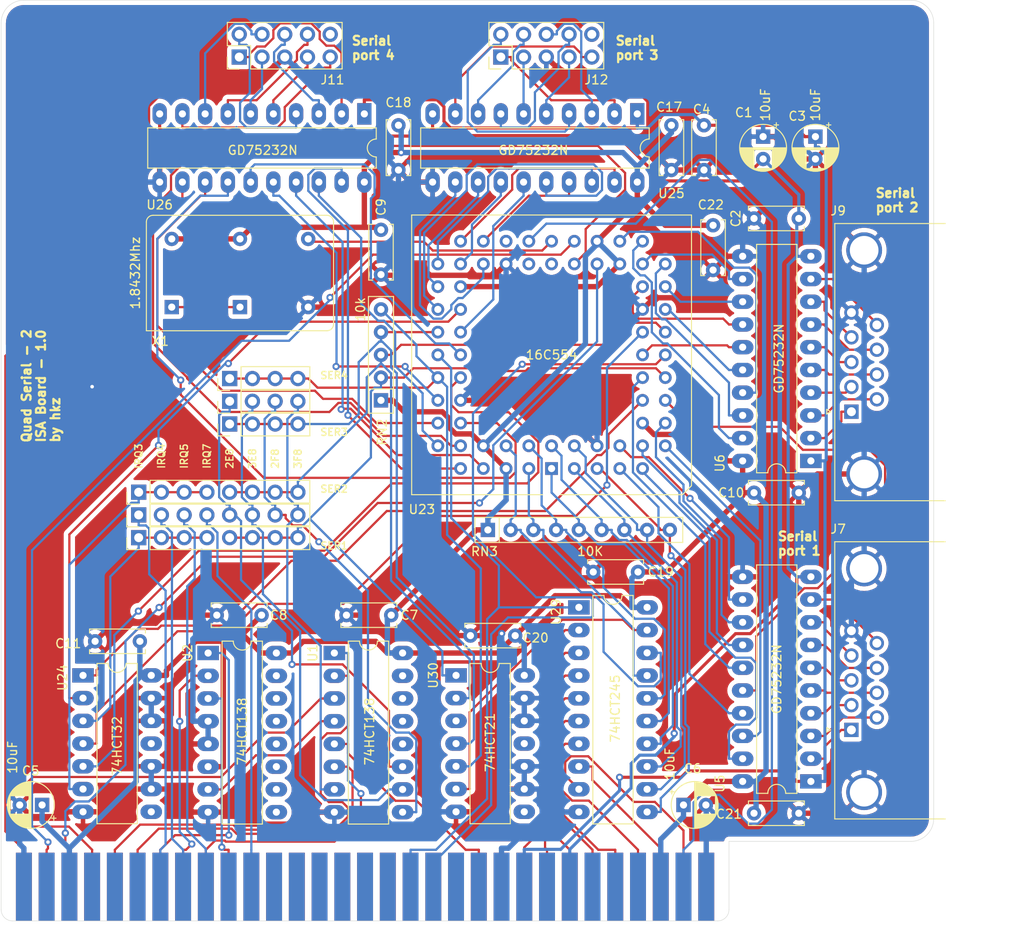
<source format=kicad_pcb>
(kicad_pcb (version 20171130) (host pcbnew 5.1.9-2.fc34)
  (layers (0 F.Cu signal) (31 B.Cu signal) (34 B.Paste user) (35 F.Paste user) (36 B.SilkS user) (37 F.SilkS user) (38 B.Mask user) (39 F.Mask user) (44 Edge.Cuts user))
  (net 0 "")
  (net 1 -12V)
  (net 2 GND)
  (net 3 +12V)
  (net 4 VCC)
  (net 5 /A0)
  (net 6 /A1)
  (net 7 /A2)
  (net 8 /A3)
  (net 9 /A4)
  (net 10 /A5)
  (net 11 /A6)
  (net 12 /A7)
  (net 13 /A8)
  (net 14 /A9)
  (net 15 /AEN)
  (net 16 /D0)
  (net 17 /D1)
  (net 18 /D2)
  (net 19 /D3)
  (net 20 /D4)
  (net 21 /D5)
  (net 22 /D6)
  (net 23 /D7)
  (net 24 /IRQ3)
  (net 25 /IRQ4)
  (net 26 /IRQ5)
  (net 27 /IRQ7)
  (net 28 /~IOR)
  (net 29 /~IOW)
  (net 30 /RESETDRV)
  (net 31 /0x3F8)
  (net 32 /0x2F8)
  (net 33 /0x3E8)
  (net 34 /0x2E8)
  (net 35 /~UART1_CS)
  (net 36 /UART1_IRQ)
  (net 37 /~UART2_CS)
  (net 38 /UART2_IRQ)
  (net 39 /RS232_1_CTS)
  (net 40 /RS232_1_RTS)
  (net 41 /RS232_1_DSR)
  (net 42 /RS232_1_DTR)
  (net 43 /RS232_1_TX)
  (net 44 /RS232_1_RX)
  (net 45 /RS232_1_DCD)
  (net 46 /RS232_2_CTS)
  (net 47 /RS232_2_RTS)
  (net 48 /RS232_2_DSR)
  (net 49 /RS232_2_DTR)
  (net 50 /RS232_2_TX)
  (net 51 /RS232_2_RX)
  (net 52 /RS232_2_DCD)
  (net 53 /RS232_1_RI)
  (net 54 "Net-(U1-Pad4)")
  (net 55 /SER_CLK)
  (net 56 "Net-(X1-Pad1)")
  (net 57 /RS232_2_RI)
  (net 58 /~UART3_CS)
  (net 59 /RS232_4_RI)
  (net 60 /RS232_4_CTS)
  (net 61 /RS232_4_RTS)
  (net 62 /RS232_4_DSR)
  (net 63 /RS232_4_DTR)
  (net 64 /RS232_4_TX)
  (net 65 /RS232_4_RX)
  (net 66 /RS232_4_DCD)
  (net 67 /RS232_3_RI)
  (net 68 /RS232_3_CTS)
  (net 69 /RS232_3_RTS)
  (net 70 /RS232_3_DSR)
  (net 71 /RS232_3_DTR)
  (net 72 /RS232_3_TX)
  (net 73 /RS232_3_RX)
  (net 74 /RS232_3_DCD)
  (net 75 /~UART4_CS)
  (net 76 /~DCD_A)
  (net 77 /~DSR_A)
  (net 78 /RX_A)
  (net 79 /~RTS_A)
  (net 80 /TX_A)
  (net 81 /~CTS_A)
  (net 82 /~DTR_A)
  (net 83 /~RI_A)
  (net 84 /~DCD_B)
  (net 85 /~DSR_B)
  (net 86 /RX_B)
  (net 87 /~RTS_B)
  (net 88 /TX_B)
  (net 89 /~CTS_B)
  (net 90 /~DTR_B)
  (net 91 /~RI_B)
  (net 92 /~DSR_D)
  (net 93 /~DTR_D)
  (net 94 /~RTS_D)
  (net 95 /~RTS_C)
  (net 96 /~DTR_C)
  (net 97 /~DCD_D)
  (net 98 /~CTS_D)
  (net 99 /UARTD_IRQ)
  (net 100 /TX_D)
  (net 101 /TX_C)
  (net 102 /UARTC_IRQ)
  (net 103 /~CTS_C)
  (net 104 /~DCD_C)
  (net 105 /RX_C)
  (net 106 /~DSR_C)
  (net 107 /~RI_C)
  (net 108 /UARTB_IRQ)
  (net 109 /UARTA_IRQ)
  (net 110 /RX_D)
  (net 111 /~RI_D)
  (net 112 "Net-(U29-Pad19)")
  (net 113 /UART-D7)
  (net 114 /UART-D6)
  (net 115 /UART-D5)
  (net 116 /UART-D4)
  (net 117 /UART-D3)
  (net 118 /UART-D2)
  (net 119 /UART-D1)
  (net 120 /UART-D0)
  (net 121 /A10)
  (net 122 /A11)
  (net 123 /A12)
  (net 124 /A13)
  (net 125 /A14)
  (net 126 /A15)
  (net 127 /A16)
  (net 128 /A17)
  (net 129 /A18)
  (net 130 /A19)
  (net 131 "Net-(J1-Pad41)")
  (net 132 "Net-(J1-Pad32)")
  (net 133 "Net-(J1-Pad30)")
  (net 134 "Net-(J1-Pad28)")
  (net 135 /TC)
  (net 136 /~DACK2)
  (net 137 /IRQ6)
  (net 138 "Net-(J1-Pad20)")
  (net 139 "Net-(J1-Pad19)")
  (net 140 "Net-(J1-Pad18)")
  (net 141 "Net-(J1-Pad17)")
  (net 142 "Net-(J1-Pad16)")
  (net 143 "Net-(J1-Pad15)")
  (net 144 /~MEMR)
  (net 145 /~MEMW)
  (net 146 "Net-(J1-Pad8)")
  (net 147 /DRQ2)
  (net 148 "Net-(J1-Pad5)")
  (net 149 "Net-(J1-Pad4)")
  (net 150 "Net-(J11-Pad10)")
  (net 151 "Net-(J12-Pad10)")
  (net 152 "Net-(U1-Pad15)")
  (net 153 "Net-(U1-Pad14)")
  (net 154 "Net-(U1-Pad13)")
  (net 155 "Net-(U1-Pad12)")
  (net 156 "Net-(U2-Pad15)")
  (net 157 "Net-(U2-Pad14)")
  (net 158 "Net-(U2-Pad13)")
  (net 159 "Net-(U2-Pad12)")
  (net 160 "Net-(U2-Pad11)")
  (net 161 "Net-(U2-Pad10)")
  (net 162 "Net-(U2-Pad9)")
  (net 163 "Net-(U23-Pad39)")
  (net 164 "Net-(U23-Pad38)")
  (net 165 "Net-(U23-Pad36)")
  (net 166 "Net-(U24-Pad11)")
  (net 167 "Net-(U24-Pad8)")
  (net 168 "Net-(U30-Pad8)")
  (module Capacitor_THT:C_Disc_D6.0mm_W2.5mm_P5.00mm (layer F.Cu) (at 294.894 191.17)
    (fp_text reference C21 (at -2.794 0.092) (layer F.SilkS))
    (fp_text value 100nF)
    (pad 2 thru_hole circle (at 5 0) (size 1.6 1.6) (drill 0.8) (layers *.Cu *.Mask) (net 2 GND))
    (pad 1 thru_hole circle (at 0 0) (size 1.6 1.6) (drill 0.8) (layers *.Cu *.Mask) (net 4 VCC))
  )
  (module Connector_Dsub:DSUB-9_Male_Horizontal_P2.77x2.84mm_EdgePinOffset7.70mm_Housed_MountingHolesOffset9.12mm (layer F.Cu) (at 305.773 146.306 90)
    (fp_text reference J9 (at 22.44626 -1.48082) (layer F.SilkS))
    (fp_text value "Serial 2 DB9")
    (pad 0 thru_hole circle (at 18.04 1.42 90) (size 4 4) (drill 3.2) (layers *.Cu *.Mask) (net 2 GND))
    (pad 0 thru_hole circle (at -6.96 1.42 90) (size 4 4) (drill 3.2) (layers *.Cu *.Mask) (net 2 GND))
    (pad 9 thru_hole circle (at 9.695 2.84 90) (size 1.6 1.6) (drill 1) (layers *.Cu *.Mask) (net 57 /RS232_2_RI))
    (pad 8 thru_hole circle (at 6.925 2.84 90) (size 1.6 1.6) (drill 1) (layers *.Cu *.Mask) (net 46 /RS232_2_CTS))
    (pad 7 thru_hole circle (at 4.155 2.84 90) (size 1.6 1.6) (drill 1) (layers *.Cu *.Mask) (net 47 /RS232_2_RTS))
    (pad 6 thru_hole circle (at 1.385 2.84 90) (size 1.6 1.6) (drill 1) (layers *.Cu *.Mask) (net 48 /RS232_2_DSR))
    (pad 5 thru_hole circle (at 11.08 0 90) (size 1.6 1.6) (drill 1) (layers *.Cu *.Mask) (net 2 GND))
    (pad 4 thru_hole circle (at 8.31 0 90) (size 1.6 1.6) (drill 1) (layers *.Cu *.Mask) (net 49 /RS232_2_DTR))
    (pad 3 thru_hole circle (at 5.54 0 90) (size 1.6 1.6) (drill 1) (layers *.Cu *.Mask) (net 50 /RS232_2_TX))
    (pad 2 thru_hole circle (at 2.77 0 90) (size 1.6 1.6) (drill 1) (layers *.Cu *.Mask) (net 51 /RS232_2_RX))
    (pad 1 thru_hole rect (at 0 0 90) (size 1.6 1.6) (drill 1) (layers *.Cu *.Mask) (net 52 /RS232_2_DCD))
  )
  (module Package_DIP:DIP-14_W7.62mm_LongPads (layer F.Cu) (at 261.62 175.768)
    (fp_text reference U30 (at -2.54 0 90) (layer F.SilkS))
    (fp_text value 74HCT21 (at 3.81 7.493 90) (layer F.SilkS))
    (pad 14 thru_hole oval (at 7.62 0) (size 2.4 1.6) (drill 0.8) (layers *.Cu *.Mask) (net 4 VCC))
    (pad 7 thru_hole oval (at 0 15.24) (size 2.4 1.6) (drill 0.8) (layers *.Cu *.Mask) (net 2 GND))
    (pad 13 thru_hole oval (at 7.62 2.54) (size 2.4 1.6) (drill 0.8) (layers *.Cu *.Mask) (net 2 GND))
    (pad 6 thru_hole oval (at 0 12.7) (size 2.4 1.6) (drill 0.8) (layers *.Cu *.Mask) (net 112 "Net-(U29-Pad19)"))
    (pad 12 thru_hole oval (at 7.62 5.08) (size 2.4 1.6) (drill 0.8) (layers *.Cu *.Mask) (net 2 GND))
    (pad 5 thru_hole oval (at 0 10.16) (size 2.4 1.6) (drill 0.8) (layers *.Cu *.Mask) (net 75 /~UART4_CS))
    (pad 11 thru_hole oval (at 7.62 7.62) (size 2.4 1.6) (drill 0.8) (layers *.Cu *.Mask))
    (pad 4 thru_hole oval (at 0 7.62) (size 2.4 1.6) (drill 0.8) (layers *.Cu *.Mask) (net 58 /~UART3_CS))
    (pad 10 thru_hole oval (at 7.62 10.16) (size 2.4 1.6) (drill 0.8) (layers *.Cu *.Mask) (net 2 GND))
    (pad 3 thru_hole oval (at 0 5.08) (size 2.4 1.6) (drill 0.8) (layers *.Cu *.Mask))
    (pad 9 thru_hole oval (at 7.62 12.7) (size 2.4 1.6) (drill 0.8) (layers *.Cu *.Mask) (net 2 GND))
    (pad 2 thru_hole oval (at 0 2.54) (size 2.4 1.6) (drill 0.8) (layers *.Cu *.Mask) (net 37 /~UART2_CS))
    (pad 8 thru_hole oval (at 7.62 15.24) (size 2.4 1.6) (drill 0.8) (layers *.Cu *.Mask) (net 168 "Net-(U30-Pad8)"))
    (pad 1 thru_hole rect (at 0 0) (size 2.4 1.6) (drill 0.8) (layers *.Cu *.Mask) (net 35 /~UART1_CS))
  )
  (module Capacitor_THT:C_Disc_D6.0mm_W2.5mm_P5.00mm (layer F.Cu) (at 290.322 125.476 270)
    (fp_text reference C22 (at -2.286 0.254) (layer F.SilkS))
    (fp_text value 100nF)
    (pad 2 thru_hole circle (at 5 0 270) (size 1.6 1.6) (drill 0.8) (layers *.Cu *.Mask) (net 2 GND))
    (pad 1 thru_hole circle (at 0 0 270) (size 1.6 1.6) (drill 0.8) (layers *.Cu *.Mask) (net 4 VCC))
  )
  (module Resistor_THT:R_Array_SIP9 (layer F.Cu) (at 265.176 159.512)
    (fp_text reference RN3 (at -0.381 2.413) (layer F.SilkS))
    (fp_text value 10K (at 11.43 2.4) (layer F.SilkS))
    (pad 9 thru_hole oval (at 20.32 0) (size 1.6 1.6) (drill 0.8) (layers *.Cu *.Mask) (net 113 /UART-D7))
    (pad 8 thru_hole oval (at 17.78 0) (size 1.6 1.6) (drill 0.8) (layers *.Cu *.Mask) (net 114 /UART-D6))
    (pad 7 thru_hole oval (at 15.24 0) (size 1.6 1.6) (drill 0.8) (layers *.Cu *.Mask) (net 115 /UART-D5))
    (pad 6 thru_hole oval (at 12.7 0) (size 1.6 1.6) (drill 0.8) (layers *.Cu *.Mask) (net 116 /UART-D4))
    (pad 5 thru_hole oval (at 10.16 0) (size 1.6 1.6) (drill 0.8) (layers *.Cu *.Mask) (net 117 /UART-D3))
    (pad 4 thru_hole oval (at 7.62 0) (size 1.6 1.6) (drill 0.8) (layers *.Cu *.Mask) (net 118 /UART-D2))
    (pad 3 thru_hole oval (at 5.08 0) (size 1.6 1.6) (drill 0.8) (layers *.Cu *.Mask) (net 119 /UART-D1))
    (pad 2 thru_hole oval (at 2.54 0) (size 1.6 1.6) (drill 0.8) (layers *.Cu *.Mask) (net 120 /UART-D0))
    (pad 1 thru_hole rect (at 0 0) (size 1.6 1.6) (drill 0.8) (layers *.Cu *.Mask) (net 4 VCC))
  )
  (module Package_DIP:DIP-20_W7.62mm_LongPads (layer F.Cu) (at 275.336 168.168)
    (fp_text reference U29 (at -2.54 0.508 90) (layer F.SilkS))
    (fp_text value 74HCT245 (at 4.064 11.303 90) (layer F.SilkS))
    (pad 20 thru_hole oval (at 7.62 0) (size 2.4 1.6) (drill 0.8) (layers *.Cu *.Mask) (net 4 VCC))
    (pad 10 thru_hole oval (at 0 22.86) (size 2.4 1.6) (drill 0.8) (layers *.Cu *.Mask) (net 2 GND))
    (pad 19 thru_hole oval (at 7.62 2.54) (size 2.4 1.6) (drill 0.8) (layers *.Cu *.Mask) (net 112 "Net-(U29-Pad19)"))
    (pad 9 thru_hole oval (at 0 20.32) (size 2.4 1.6) (drill 0.8) (layers *.Cu *.Mask) (net 23 /D7))
    (pad 18 thru_hole oval (at 7.62 5.08) (size 2.4 1.6) (drill 0.8) (layers *.Cu *.Mask) (net 120 /UART-D0))
    (pad 8 thru_hole oval (at 0 17.78) (size 2.4 1.6) (drill 0.8) (layers *.Cu *.Mask) (net 22 /D6))
    (pad 17 thru_hole oval (at 7.62 7.62) (size 2.4 1.6) (drill 0.8) (layers *.Cu *.Mask) (net 119 /UART-D1))
    (pad 7 thru_hole oval (at 0 15.24) (size 2.4 1.6) (drill 0.8) (layers *.Cu *.Mask) (net 21 /D5))
    (pad 16 thru_hole oval (at 7.62 10.16) (size 2.4 1.6) (drill 0.8) (layers *.Cu *.Mask) (net 118 /UART-D2))
    (pad 6 thru_hole oval (at 0 12.7) (size 2.4 1.6) (drill 0.8) (layers *.Cu *.Mask) (net 20 /D4))
    (pad 15 thru_hole oval (at 7.62 12.7) (size 2.4 1.6) (drill 0.8) (layers *.Cu *.Mask) (net 117 /UART-D3))
    (pad 5 thru_hole oval (at 0 10.16) (size 2.4 1.6) (drill 0.8) (layers *.Cu *.Mask) (net 19 /D3))
    (pad 14 thru_hole oval (at 7.62 15.24) (size 2.4 1.6) (drill 0.8) (layers *.Cu *.Mask) (net 116 /UART-D4))
    (pad 4 thru_hole oval (at 0 7.62) (size 2.4 1.6) (drill 0.8) (layers *.Cu *.Mask) (net 18 /D2))
    (pad 13 thru_hole oval (at 7.62 17.78) (size 2.4 1.6) (drill 0.8) (layers *.Cu *.Mask) (net 115 /UART-D5))
    (pad 3 thru_hole oval (at 0 5.08) (size 2.4 1.6) (drill 0.8) (layers *.Cu *.Mask) (net 17 /D1))
    (pad 12 thru_hole oval (at 7.62 20.32) (size 2.4 1.6) (drill 0.8) (layers *.Cu *.Mask) (net 114 /UART-D6))
    (pad 2 thru_hole oval (at 0 2.54) (size 2.4 1.6) (drill 0.8) (layers *.Cu *.Mask) (net 16 /D0))
    (pad 11 thru_hole oval (at 7.62 22.86) (size 2.4 1.6) (drill 0.8) (layers *.Cu *.Mask) (net 113 /UART-D7))
    (pad 1 thru_hole rect (at 0 0) (size 2.4 1.6) (drill 0.8) (layers *.Cu *.Mask) (net 28 /~IOR))
  )
  (module Capacitor_THT:C_Disc_D6.0mm_W2.5mm_P5.00mm (layer F.Cu) (at 268.224 171.323 180)
    (fp_text reference C20 (at -2.286 -0.254 180) (layer F.SilkS))
    (fp_text value 100nF)
    (pad 2 thru_hole circle (at 5 0 180) (size 1.6 1.6) (drill 0.8) (layers *.Cu *.Mask) (net 2 GND))
    (pad 1 thru_hole circle (at 0 0 180) (size 1.6 1.6) (drill 0.8) (layers *.Cu *.Mask) (net 4 VCC))
  )
  (module Capacitor_THT:C_Disc_D6.0mm_W2.5mm_P5.00mm (layer F.Cu) (at 281.94 164.211 180)
    (fp_text reference C19 (at -2.54 0) (layer F.SilkS))
    (fp_text value 100nF)
    (pad 2 thru_hole circle (at 5 0 180) (size 1.6 1.6) (drill 0.8) (layers *.Cu *.Mask) (net 2 GND))
    (pad 1 thru_hole circle (at 0 0 180) (size 1.6 1.6) (drill 0.8) (layers *.Cu *.Mask) (net 4 VCC))
  )
  (module Package_DIP:DIP-20_W7.62mm_LongPads (layer F.Cu) (at 251.38 113.03 270)
    (fp_text reference U26 (at 10.16 22.86) (layer F.SilkS))
    (fp_text value GD75232N (at 4.064 11.35) (layer F.SilkS))
    (pad 20 thru_hole oval (at 7.62 0 270) (size 2.4 1.6) (drill 0.8) (layers *.Cu *.Mask) (net 4 VCC))
    (pad 10 thru_hole oval (at 0 22.86 270) (size 2.4 1.6) (drill 0.8) (layers *.Cu *.Mask) (net 1 -12V))
    (pad 19 thru_hole oval (at 7.62 2.54 270) (size 2.4 1.6) (drill 0.8) (layers *.Cu *.Mask) (net 97 /~DCD_D))
    (pad 9 thru_hole oval (at 0 20.32 270) (size 2.4 1.6) (drill 0.8) (layers *.Cu *.Mask) (net 59 /RS232_4_RI))
    (pad 18 thru_hole oval (at 7.62 5.08 270) (size 2.4 1.6) (drill 0.8) (layers *.Cu *.Mask) (net 92 /~DSR_D))
    (pad 8 thru_hole oval (at 0 17.78 270) (size 2.4 1.6) (drill 0.8) (layers *.Cu *.Mask) (net 63 /RS232_4_DTR))
    (pad 17 thru_hole oval (at 7.62 7.62 270) (size 2.4 1.6) (drill 0.8) (layers *.Cu *.Mask) (net 110 /RX_D))
    (pad 7 thru_hole oval (at 0 15.24 270) (size 2.4 1.6) (drill 0.8) (layers *.Cu *.Mask) (net 60 /RS232_4_CTS))
    (pad 16 thru_hole oval (at 7.62 10.16 270) (size 2.4 1.6) (drill 0.8) (layers *.Cu *.Mask) (net 94 /~RTS_D))
    (pad 6 thru_hole oval (at 0 12.7 270) (size 2.4 1.6) (drill 0.8) (layers *.Cu *.Mask) (net 64 /RS232_4_TX))
    (pad 15 thru_hole oval (at 7.62 12.7 270) (size 2.4 1.6) (drill 0.8) (layers *.Cu *.Mask) (net 100 /TX_D))
    (pad 5 thru_hole oval (at 0 10.16 270) (size 2.4 1.6) (drill 0.8) (layers *.Cu *.Mask) (net 61 /RS232_4_RTS))
    (pad 14 thru_hole oval (at 7.62 15.24 270) (size 2.4 1.6) (drill 0.8) (layers *.Cu *.Mask) (net 98 /~CTS_D))
    (pad 4 thru_hole oval (at 0 7.62 270) (size 2.4 1.6) (drill 0.8) (layers *.Cu *.Mask) (net 65 /RS232_4_RX))
    (pad 13 thru_hole oval (at 7.62 17.78 270) (size 2.4 1.6) (drill 0.8) (layers *.Cu *.Mask) (net 93 /~DTR_D))
    (pad 3 thru_hole oval (at 0 5.08 270) (size 2.4 1.6) (drill 0.8) (layers *.Cu *.Mask) (net 62 /RS232_4_DSR))
    (pad 12 thru_hole oval (at 7.62 20.32 270) (size 2.4 1.6) (drill 0.8) (layers *.Cu *.Mask) (net 111 /~RI_D))
    (pad 2 thru_hole oval (at 0 2.54 270) (size 2.4 1.6) (drill 0.8) (layers *.Cu *.Mask) (net 66 /RS232_4_DCD))
    (pad 11 thru_hole oval (at 7.62 22.86 270) (size 2.4 1.6) (drill 0.8) (layers *.Cu *.Mask) (net 2 GND))
    (pad 1 thru_hole rect (at 0 0 270) (size 2.4 1.6) (drill 0.8) (layers *.Cu *.Mask) (net 3 +12V))
  )
  (module Package_DIP:DIP-20_W7.62mm_LongPads (layer F.Cu) (at 281.86 113.03 270)
    (fp_text reference U25 (at 8.89 -3.81) (layer F.SilkS))
    (fp_text value GD75232N (at 4.064 11.604) (layer F.SilkS))
    (pad 1 thru_hole rect (at 0 0 270) (size 2.4 1.6) (drill 0.8) (layers *.Cu *.Mask) (net 3 +12V))
    (pad 11 thru_hole oval (at 7.62 22.86 270) (size 2.4 1.6) (drill 0.8) (layers *.Cu *.Mask) (net 2 GND))
    (pad 2 thru_hole oval (at 0 2.54 270) (size 2.4 1.6) (drill 0.8) (layers *.Cu *.Mask) (net 74 /RS232_3_DCD))
    (pad 12 thru_hole oval (at 7.62 20.32 270) (size 2.4 1.6) (drill 0.8) (layers *.Cu *.Mask) (net 107 /~RI_C))
    (pad 3 thru_hole oval (at 0 5.08 270) (size 2.4 1.6) (drill 0.8) (layers *.Cu *.Mask) (net 70 /RS232_3_DSR))
    (pad 13 thru_hole oval (at 7.62 17.78 270) (size 2.4 1.6) (drill 0.8) (layers *.Cu *.Mask) (net 96 /~DTR_C))
    (pad 4 thru_hole oval (at 0 7.62 270) (size 2.4 1.6) (drill 0.8) (layers *.Cu *.Mask) (net 73 /RS232_3_RX))
    (pad 14 thru_hole oval (at 7.62 15.24 270) (size 2.4 1.6) (drill 0.8) (layers *.Cu *.Mask) (net 103 /~CTS_C))
    (pad 5 thru_hole oval (at 0 10.16 270) (size 2.4 1.6) (drill 0.8) (layers *.Cu *.Mask) (net 69 /RS232_3_RTS))
    (pad 15 thru_hole oval (at 7.62 12.7 270) (size 2.4 1.6) (drill 0.8) (layers *.Cu *.Mask) (net 101 /TX_C))
    (pad 6 thru_hole oval (at 0 12.7 270) (size 2.4 1.6) (drill 0.8) (layers *.Cu *.Mask) (net 72 /RS232_3_TX))
    (pad 16 thru_hole oval (at 7.62 10.16 270) (size 2.4 1.6) (drill 0.8) (layers *.Cu *.Mask) (net 95 /~RTS_C))
    (pad 7 thru_hole oval (at 0 15.24 270) (size 2.4 1.6) (drill 0.8) (layers *.Cu *.Mask) (net 68 /RS232_3_CTS))
    (pad 17 thru_hole oval (at 7.62 7.62 270) (size 2.4 1.6) (drill 0.8) (layers *.Cu *.Mask) (net 105 /RX_C))
    (pad 8 thru_hole oval (at 0 17.78 270) (size 2.4 1.6) (drill 0.8) (layers *.Cu *.Mask) (net 71 /RS232_3_DTR))
    (pad 18 thru_hole oval (at 7.62 5.08 270) (size 2.4 1.6) (drill 0.8) (layers *.Cu *.Mask) (net 106 /~DSR_C))
    (pad 9 thru_hole oval (at 0 20.32 270) (size 2.4 1.6) (drill 0.8) (layers *.Cu *.Mask) (net 67 /RS232_3_RI))
    (pad 19 thru_hole oval (at 7.62 2.54 270) (size 2.4 1.6) (drill 0.8) (layers *.Cu *.Mask) (net 104 /~DCD_C))
    (pad 10 thru_hole oval (at 0 22.86 270) (size 2.4 1.6) (drill 0.8) (layers *.Cu *.Mask) (net 1 -12V))
    (pad 20 thru_hole oval (at 7.62 0 270) (size 2.4 1.6) (drill 0.8) (layers *.Cu *.Mask) (net 4 VCC))
  )
  (module Package_DIP:DIP-14_W7.62mm_LongPads (layer F.Cu) (at 219.964 175.768)
    (fp_text reference U24 (at -2.286 0.254 90) (layer F.SilkS))
    (fp_text value 74HCT32 (at 3.81 7.874 90) (layer F.SilkS))
    (pad 14 thru_hole oval (at 7.62 0) (size 2.4 1.6) (drill 0.8) (layers *.Cu *.Mask) (net 4 VCC))
    (pad 7 thru_hole oval (at 0 15.24) (size 2.4 1.6) (drill 0.8) (layers *.Cu *.Mask) (net 2 GND))
    (pad 13 thru_hole oval (at 7.62 2.54) (size 2.4 1.6) (drill 0.8) (layers *.Cu *.Mask) (net 2 GND))
    (pad 6 thru_hole oval (at 0 12.7) (size 2.4 1.6) (drill 0.8) (layers *.Cu *.Mask) (net 38 /UART2_IRQ))
    (pad 12 thru_hole oval (at 7.62 5.08) (size 2.4 1.6) (drill 0.8) (layers *.Cu *.Mask) (net 2 GND))
    (pad 5 thru_hole oval (at 0 10.16) (size 2.4 1.6) (drill 0.8) (layers *.Cu *.Mask) (net 99 /UARTD_IRQ))
    (pad 11 thru_hole oval (at 7.62 7.62) (size 2.4 1.6) (drill 0.8) (layers *.Cu *.Mask) (net 166 "Net-(U24-Pad11)"))
    (pad 4 thru_hole oval (at 0 7.62) (size 2.4 1.6) (drill 0.8) (layers *.Cu *.Mask) (net 108 /UARTB_IRQ))
    (pad 10 thru_hole oval (at 7.62 10.16) (size 2.4 1.6) (drill 0.8) (layers *.Cu *.Mask) (net 2 GND))
    (pad 3 thru_hole oval (at 0 5.08) (size 2.4 1.6) (drill 0.8) (layers *.Cu *.Mask) (net 36 /UART1_IRQ))
    (pad 9 thru_hole oval (at 7.62 12.7) (size 2.4 1.6) (drill 0.8) (layers *.Cu *.Mask) (net 2 GND))
    (pad 2 thru_hole oval (at 0 2.54) (size 2.4 1.6) (drill 0.8) (layers *.Cu *.Mask) (net 102 /UARTC_IRQ))
    (pad 8 thru_hole oval (at 7.62 15.24) (size 2.4 1.6) (drill 0.8) (layers *.Cu *.Mask) (net 167 "Net-(U24-Pad8)"))
    (pad 1 thru_hole rect (at 0 0) (size 2.4 1.6) (drill 0.8) (layers *.Cu *.Mask) (net 109 /UARTA_IRQ))
  )
  (module Package_LCC:PLCC-68_THT-Socket (layer F.Cu) (at 272.288 152.654 180)
    (fp_text reference U23 (at 14.478 -4.572) (layer F.SilkS))
    (fp_text value 16C554 (at 0 12.7) (layer F.SilkS))
    (pad 60 thru_hole circle (at 12.7 2.54 180) (size 1.4224 1.4224) (drill 0.8) (layers *.Cu *.Mask) (net 92 /~DSR_D))
    (pad 58 thru_hole circle (at 12.7 5.08 180) (size 1.4224 1.4224) (drill 0.8) (layers *.Cu *.Mask) (net 93 /~DTR_D))
    (pad 56 thru_hole circle (at 12.7 7.62 180) (size 1.4224 1.4224) (drill 0.8) (layers *.Cu *.Mask) (net 94 /~RTS_D))
    (pad 54 thru_hole circle (at 12.7 10.16 180) (size 1.4224 1.4224) (drill 0.8) (layers *.Cu *.Mask) (net 75 /~UART4_CS))
    (pad 52 thru_hole circle (at 12.7 12.7 180) (size 1.4224 1.4224) (drill 0.8) (layers *.Cu *.Mask) (net 28 /~IOR))
    (pad 50 thru_hole circle (at 12.7 15.24 180) (size 1.4224 1.4224) (drill 0.8) (layers *.Cu *.Mask) (net 58 /~UART3_CS))
    (pad 48 thru_hole circle (at 12.7 17.78 180) (size 1.4224 1.4224) (drill 0.8) (layers *.Cu *.Mask) (net 95 /~RTS_C))
    (pad 46 thru_hole circle (at 12.7 20.32 180) (size 1.4224 1.4224) (drill 0.8) (layers *.Cu *.Mask) (net 96 /~DTR_C))
    (pad 61 thru_hole circle (at 10.16 0 180) (size 1.4224 1.4224) (drill 0.8) (layers *.Cu *.Mask) (net 97 /~DCD_D))
    (pad 59 thru_hole circle (at 10.16 5.08 180) (size 1.4224 1.4224) (drill 0.8) (layers *.Cu *.Mask) (net 98 /~CTS_D))
    (pad 57 thru_hole circle (at 10.16 7.62 180) (size 1.4224 1.4224) (drill 0.8) (layers *.Cu *.Mask) (net 2 GND))
    (pad 55 thru_hole circle (at 10.16 10.16 180) (size 1.4224 1.4224) (drill 0.8) (layers *.Cu *.Mask) (net 99 /UARTD_IRQ))
    (pad 53 thru_hole circle (at 10.16 12.7 180) (size 1.4224 1.4224) (drill 0.8) (layers *.Cu *.Mask) (net 100 /TX_D))
    (pad 51 thru_hole circle (at 10.16 15.24 180) (size 1.4224 1.4224) (drill 0.8) (layers *.Cu *.Mask) (net 101 /TX_C))
    (pad 49 thru_hole circle (at 10.16 17.78 180) (size 1.4224 1.4224) (drill 0.8) (layers *.Cu *.Mask) (net 102 /UARTC_IRQ))
    (pad 47 thru_hole circle (at 10.16 20.32 180) (size 1.4224 1.4224) (drill 0.8) (layers *.Cu *.Mask) (net 4 VCC))
    (pad 45 thru_hole circle (at 10.16 22.86 180) (size 1.4224 1.4224) (drill 0.8) (layers *.Cu *.Mask) (net 103 /~CTS_C))
    (pad 43 thru_hole circle (at 10.16 25.4 180) (size 1.4224 1.4224) (drill 0.8) (layers *.Cu *.Mask) (net 104 /~DCD_C))
    (pad 41 thru_hole circle (at 7.62 25.4 180) (size 1.4224 1.4224) (drill 0.8) (layers *.Cu *.Mask) (net 105 /RX_C))
    (pad 39 thru_hole circle (at 5.08 25.4 180) (size 1.4224 1.4224) (drill 0.8) (layers *.Cu *.Mask) (net 163 "Net-(U23-Pad39)"))
    (pad 37 thru_hole circle (at 2.54 25.4 180) (size 1.4224 1.4224) (drill 0.8) (layers *.Cu *.Mask) (net 30 /RESETDRV))
    (pad 35 thru_hole circle (at 0 25.4 180) (size 1.4224 1.4224) (drill 0.8) (layers *.Cu *.Mask) (net 55 /SER_CLK))
    (pad 33 thru_hole circle (at -2.54 25.4 180) (size 1.4224 1.4224) (drill 0.8) (layers *.Cu *.Mask) (net 6 /A1))
    (pad 31 thru_hole circle (at -5.08 25.4 180) (size 1.4224 1.4224) (drill 0.8) (layers *.Cu *.Mask) (net 4 VCC))
    (pad 29 thru_hole circle (at -7.62 25.4 180) (size 1.4224 1.4224) (drill 0.8) (layers *.Cu *.Mask) (net 86 /RX_B))
    (pad 27 thru_hole circle (at -10.16 25.4 180) (size 1.4224 1.4224) (drill 0.8) (layers *.Cu *.Mask) (net 84 /~DCD_B))
    (pad 44 thru_hole circle (at 12.7 22.86 180) (size 1.4224 1.4224) (drill 0.8) (layers *.Cu *.Mask) (net 106 /~DSR_C))
    (pad 42 thru_hole circle (at 7.62 22.86 180) (size 1.4224 1.4224) (drill 0.8) (layers *.Cu *.Mask) (net 107 /~RI_C))
    (pad 40 thru_hole circle (at 5.08 22.86 180) (size 1.4224 1.4224) (drill 0.8) (layers *.Cu *.Mask) (net 2 GND))
    (pad 38 thru_hole circle (at 2.54 22.86 180) (size 1.4224 1.4224) (drill 0.8) (layers *.Cu *.Mask) (net 164 "Net-(U23-Pad38)"))
    (pad 36 thru_hole circle (at 0 22.86 180) (size 1.4224 1.4224) (drill 0.8) (layers *.Cu *.Mask) (net 165 "Net-(U23-Pad36)"))
    (pad 34 thru_hole circle (at -2.54 22.86 180) (size 1.4224 1.4224) (drill 0.8) (layers *.Cu *.Mask) (net 5 /A0))
    (pad 32 thru_hole circle (at -5.08 22.86 180) (size 1.4224 1.4224) (drill 0.8) (layers *.Cu *.Mask) (net 7 /A2))
    (pad 30 thru_hole circle (at -7.62 22.86 180) (size 1.4224 1.4224) (drill 0.8) (layers *.Cu *.Mask) (net 4 VCC))
    (pad 28 thru_hole circle (at -10.16 22.86 180) (size 1.4224 1.4224) (drill 0.8) (layers *.Cu *.Mask) (net 91 /~RI_B))
    (pad 26 thru_hole circle (at -12.7 22.86 180) (size 1.4224 1.4224) (drill 0.8) (layers *.Cu *.Mask) (net 85 /~DSR_B))
    (pad 24 thru_hole circle (at -12.7 20.32 180) (size 1.4224 1.4224) (drill 0.8) (layers *.Cu *.Mask) (net 90 /~DTR_B))
    (pad 22 thru_hole circle (at -12.7 17.78 180) (size 1.4224 1.4224) (drill 0.8) (layers *.Cu *.Mask) (net 87 /~RTS_B))
    (pad 20 thru_hole circle (at -12.7 15.24 180) (size 1.4224 1.4224) (drill 0.8) (layers *.Cu *.Mask) (net 37 /~UART2_CS))
    (pad 18 thru_hole circle (at -12.7 12.7 180) (size 1.4224 1.4224) (drill 0.8) (layers *.Cu *.Mask) (net 29 /~IOW))
    (pad 16 thru_hole circle (at -12.7 10.16 180) (size 1.4224 1.4224) (drill 0.8) (layers *.Cu *.Mask) (net 35 /~UART1_CS))
    (pad 14 thru_hole circle (at -12.7 7.62 180) (size 1.4224 1.4224) (drill 0.8) (layers *.Cu *.Mask) (net 79 /~RTS_A))
    (pad 12 thru_hole circle (at -12.7 5.08 180) (size 1.4224 1.4224) (drill 0.8) (layers *.Cu *.Mask) (net 82 /~DTR_A))
    (pad 10 thru_hole circle (at -12.7 2.54 180) (size 1.4224 1.4224) (drill 0.8) (layers *.Cu *.Mask) (net 77 /~DSR_A))
    (pad 25 thru_hole circle (at -10.16 20.32 180) (size 1.4224 1.4224) (drill 0.8) (layers *.Cu *.Mask) (net 89 /~CTS_B))
    (pad 23 thru_hole circle (at -10.16 17.78 180) (size 1.4224 1.4224) (drill 0.8) (layers *.Cu *.Mask) (net 2 GND))
    (pad 21 thru_hole circle (at -10.16 15.24 180) (size 1.4224 1.4224) (drill 0.8) (layers *.Cu *.Mask) (net 108 /UARTB_IRQ))
    (pad 19 thru_hole circle (at -10.16 12.7 180) (size 1.4224 1.4224) (drill 0.8) (layers *.Cu *.Mask) (net 88 /TX_B))
    (pad 17 thru_hole circle (at -10.16 10.16 180) (size 1.4224 1.4224) (drill 0.8) (layers *.Cu *.Mask) (net 80 /TX_A))
    (pad 15 thru_hole circle (at -10.16 7.62 180) (size 1.4224 1.4224) (drill 0.8) (layers *.Cu *.Mask) (net 109 /UARTA_IRQ))
    (pad 13 thru_hole circle (at -10.16 5.08 180) (size 1.4224 1.4224) (drill 0.8) (layers *.Cu *.Mask) (net 4 VCC))
    (pad 11 thru_hole circle (at -10.16 2.54 180) (size 1.4224 1.4224) (drill 0.8) (layers *.Cu *.Mask) (net 81 /~CTS_A))
    (pad 63 thru_hole circle (at 7.62 0 180) (size 1.4224 1.4224) (drill 0.8) (layers *.Cu *.Mask) (net 110 /RX_D))
    (pad 65 thru_hole circle (at 5.08 0 180) (size 1.4224 1.4224) (drill 0.8) (layers *.Cu *.Mask) (net 4 VCC))
    (pad 67 thru_hole circle (at 2.54 0 180) (size 1.4224 1.4224) (drill 0.8) (layers *.Cu *.Mask) (net 119 /UART-D1))
    (pad 9 thru_hole circle (at -10.16 0 180) (size 1.4224 1.4224) (drill 0.8) (layers *.Cu *.Mask) (net 76 /~DCD_A))
    (pad 7 thru_hole circle (at -7.62 0 180) (size 1.4224 1.4224) (drill 0.8) (layers *.Cu *.Mask) (net 78 /RX_A))
    (pad 5 thru_hole circle (at -5.08 0 180) (size 1.4224 1.4224) (drill 0.8) (layers *.Cu *.Mask) (net 113 /UART-D7))
    (pad 3 thru_hole circle (at -2.54 0 180) (size 1.4224 1.4224) (drill 0.8) (layers *.Cu *.Mask) (net 115 /UART-D5))
    (pad 1 thru_hole rect (at 0 0 180) (size 1.4224 1.4224) (drill 0.8) (layers *.Cu *.Mask) (net 117 /UART-D3))
    (pad 62 thru_hole circle (at 10.16 2.54 180) (size 1.4224 1.4224) (drill 0.8) (layers *.Cu *.Mask) (net 111 /~RI_D))
    (pad 64 thru_hole circle (at 7.62 2.54 180) (size 1.4224 1.4224) (drill 0.8) (layers *.Cu *.Mask) (net 4 VCC))
    (pad 66 thru_hole circle (at 5.08 2.54 180) (size 1.4224 1.4224) (drill 0.8) (layers *.Cu *.Mask) (net 120 /UART-D0))
    (pad 68 thru_hole circle (at 2.54 2.54 180) (size 1.4224 1.4224) (drill 0.8) (layers *.Cu *.Mask) (net 118 /UART-D2))
    (pad 8 thru_hole circle (at -7.62 2.54 180) (size 1.4224 1.4224) (drill 0.8) (layers *.Cu *.Mask) (net 83 /~RI_A))
    (pad 6 thru_hole circle (at -5.08 2.54 180) (size 1.4224 1.4224) (drill 0.8) (layers *.Cu *.Mask) (net 2 GND))
    (pad 4 thru_hole circle (at -2.54 2.54 180) (size 1.4224 1.4224) (drill 0.8) (layers *.Cu *.Mask) (net 114 /UART-D6))
    (pad 2 thru_hole circle (at 0 2.54 180) (size 1.4224 1.4224) (drill 0.8) (layers *.Cu *.Mask) (net 116 /UART-D4))
  )
  (module Package_DIP:DIP-20_W7.62mm_LongPads (layer F.Cu) (at 301.244 187.614 180)
    (fp_text reference U5 (at 10.16 -0.254 -90) (layer F.SilkS))
    (fp_text value GD75232N (at 3.81 11.43 -90) (layer F.SilkS))
    (pad 20 thru_hole oval (at 7.62 0 180) (size 2.4 1.6) (drill 0.8) (layers *.Cu *.Mask) (net 4 VCC))
    (pad 10 thru_hole oval (at 0 22.86 180) (size 2.4 1.6) (drill 0.8) (layers *.Cu *.Mask) (net 1 -12V))
    (pad 19 thru_hole oval (at 7.62 2.54 180) (size 2.4 1.6) (drill 0.8) (layers *.Cu *.Mask) (net 76 /~DCD_A))
    (pad 9 thru_hole oval (at 0 20.32 180) (size 2.4 1.6) (drill 0.8) (layers *.Cu *.Mask) (net 53 /RS232_1_RI))
    (pad 18 thru_hole oval (at 7.62 5.08 180) (size 2.4 1.6) (drill 0.8) (layers *.Cu *.Mask) (net 77 /~DSR_A))
    (pad 8 thru_hole oval (at 0 17.78 180) (size 2.4 1.6) (drill 0.8) (layers *.Cu *.Mask) (net 42 /RS232_1_DTR))
    (pad 17 thru_hole oval (at 7.62 7.62 180) (size 2.4 1.6) (drill 0.8) (layers *.Cu *.Mask) (net 78 /RX_A))
    (pad 7 thru_hole oval (at 0 15.24 180) (size 2.4 1.6) (drill 0.8) (layers *.Cu *.Mask) (net 39 /RS232_1_CTS))
    (pad 16 thru_hole oval (at 7.62 10.16 180) (size 2.4 1.6) (drill 0.8) (layers *.Cu *.Mask) (net 79 /~RTS_A))
    (pad 6 thru_hole oval (at 0 12.7 180) (size 2.4 1.6) (drill 0.8) (layers *.Cu *.Mask) (net 43 /RS232_1_TX))
    (pad 15 thru_hole oval (at 7.62 12.7 180) (size 2.4 1.6) (drill 0.8) (layers *.Cu *.Mask) (net 80 /TX_A))
    (pad 5 thru_hole oval (at 0 10.16 180) (size 2.4 1.6) (drill 0.8) (layers *.Cu *.Mask) (net 40 /RS232_1_RTS))
    (pad 14 thru_hole oval (at 7.62 15.24 180) (size 2.4 1.6) (drill 0.8) (layers *.Cu *.Mask) (net 81 /~CTS_A))
    (pad 4 thru_hole oval (at 0 7.62 180) (size 2.4 1.6) (drill 0.8) (layers *.Cu *.Mask) (net 44 /RS232_1_RX))
    (pad 13 thru_hole oval (at 7.62 17.78 180) (size 2.4 1.6) (drill 0.8) (layers *.Cu *.Mask) (net 82 /~DTR_A))
    (pad 3 thru_hole oval (at 0 5.08 180) (size 2.4 1.6) (drill 0.8) (layers *.Cu *.Mask) (net 41 /RS232_1_DSR))
    (pad 12 thru_hole oval (at 7.62 20.32 180) (size 2.4 1.6) (drill 0.8) (layers *.Cu *.Mask) (net 83 /~RI_A))
    (pad 2 thru_hole oval (at 0 2.54 180) (size 2.4 1.6) (drill 0.8) (layers *.Cu *.Mask) (net 45 /RS232_1_DCD))
    (pad 11 thru_hole oval (at 7.62 22.86 180) (size 2.4 1.6) (drill 0.8) (layers *.Cu *.Mask) (net 2 GND))
    (pad 1 thru_hole rect (at 0 0 180) (size 2.4 1.6) (drill 0.8) (layers *.Cu *.Mask) (net 3 +12V))
  )
  (module Resistor_THT:R_Array_SIP5 (layer F.Cu) (at 253.238 145.034 90)
    (fp_text reference RN2 (at -3.556 0.127 90) (layer F.SilkS))
    (fp_text value 10k (at 10.16 -2.286 90) (layer F.SilkS))
    (pad 1 thru_hole rect (at 0 0 90) (size 1.6 1.6) (drill 0.8) (layers *.Cu *.Mask) (net 4 VCC))
    (pad 2 thru_hole oval (at 2.54 0 90) (size 1.6 1.6) (drill 0.8) (layers *.Cu *.Mask) (net 35 /~UART1_CS))
    (pad 3 thru_hole oval (at 5.08 0 90) (size 1.6 1.6) (drill 0.8) (layers *.Cu *.Mask) (net 37 /~UART2_CS))
    (pad 4 thru_hole oval (at 7.62 0 90) (size 1.6 1.6) (drill 0.8) (layers *.Cu *.Mask) (net 58 /~UART3_CS))
    (pad 5 thru_hole oval (at 10.16 0 90) (size 1.6 1.6) (drill 0.8) (layers *.Cu *.Mask) (net 75 /~UART4_CS))
  )
  (module Connector_PinHeader_2.54mm:PinHeader_1x04_P2.54mm_Vertical (layer F.Cu) (at 236.34 142.6 90)
    (fp_text reference J13 hide)
    (fp_text value UART4_SEL)
    (pad 4 thru_hole oval (at 0 7.62 90) (size 1.7 1.7) (drill 1) (layers *.Cu *.Mask) (net 75 /~UART4_CS))
    (pad 3 thru_hole oval (at 0 5.08 90) (size 1.7 1.7) (drill 1) (layers *.Cu *.Mask) (net 75 /~UART4_CS))
    (pad 2 thru_hole oval (at 0 2.54 90) (size 1.7 1.7) (drill 1) (layers *.Cu *.Mask) (net 75 /~UART4_CS))
    (pad 1 thru_hole rect (at 0 0 90) (size 1.7 1.7) (drill 1) (layers *.Cu *.Mask) (net 75 /~UART4_CS))
  )
  (module Connector_PinHeader_2.54mm:PinHeader_2x05_P2.54mm_Vertical (layer F.Cu) (at 266.62 106.68 90)
    (fp_text reference J12 (at -2.54 10.668) (layer F.SilkS))
    (fp_text value "Serial 3 IDC")
    (pad 10 thru_hole oval (at 2.54 10.16 90) (size 1.7 1.7) (drill 1) (layers *.Cu *.Mask) (net 151 "Net-(J12-Pad10)"))
    (pad 9 thru_hole oval (at 0 10.16 90) (size 1.7 1.7) (drill 1) (layers *.Cu *.Mask) (net 67 /RS232_3_RI))
    (pad 8 thru_hole oval (at 2.54 7.62 90) (size 1.7 1.7) (drill 1) (layers *.Cu *.Mask) (net 68 /RS232_3_CTS))
    (pad 7 thru_hole oval (at 0 7.62 90) (size 1.7 1.7) (drill 1) (layers *.Cu *.Mask) (net 69 /RS232_3_RTS))
    (pad 6 thru_hole oval (at 2.54 5.08 90) (size 1.7 1.7) (drill 1) (layers *.Cu *.Mask) (net 70 /RS232_3_DSR))
    (pad 5 thru_hole oval (at 0 5.08 90) (size 1.7 1.7) (drill 1) (layers *.Cu *.Mask) (net 2 GND))
    (pad 4 thru_hole oval (at 2.54 2.54 90) (size 1.7 1.7) (drill 1) (layers *.Cu *.Mask) (net 71 /RS232_3_DTR))
    (pad 3 thru_hole oval (at 0 2.54 90) (size 1.7 1.7) (drill 1) (layers *.Cu *.Mask) (net 72 /RS232_3_TX))
    (pad 2 thru_hole oval (at 2.54 0 90) (size 1.7 1.7) (drill 1) (layers *.Cu *.Mask) (net 73 /RS232_3_RX))
    (pad 1 thru_hole rect (at 0 0 90) (size 1.7 1.7) (drill 1) (layers *.Cu *.Mask) (net 74 /RS232_3_DCD))
  )
  (module Connector_PinHeader_2.54mm:PinHeader_2x05_P2.54mm_Vertical (layer F.Cu) (at 237.41 106.68 90)
    (fp_text reference J11 (at -2.54 10.414) (layer F.SilkS))
    (fp_text value "Serial 4 IDC")
    (pad 10 thru_hole oval (at 2.54 10.16 90) (size 1.7 1.7) (drill 1) (layers *.Cu *.Mask) (net 150 "Net-(J11-Pad10)"))
    (pad 9 thru_hole oval (at 0 10.16 90) (size 1.7 1.7) (drill 1) (layers *.Cu *.Mask) (net 59 /RS232_4_RI))
    (pad 8 thru_hole oval (at 2.54 7.62 90) (size 1.7 1.7) (drill 1) (layers *.Cu *.Mask) (net 60 /RS232_4_CTS))
    (pad 7 thru_hole oval (at 0 7.62 90) (size 1.7 1.7) (drill 1) (layers *.Cu *.Mask) (net 61 /RS232_4_RTS))
    (pad 6 thru_hole oval (at 2.54 5.08 90) (size 1.7 1.7) (drill 1) (layers *.Cu *.Mask) (net 62 /RS232_4_DSR))
    (pad 5 thru_hole oval (at 0 5.08 90) (size 1.7 1.7) (drill 1) (layers *.Cu *.Mask) (net 2 GND))
    (pad 4 thru_hole oval (at 2.54 2.54 90) (size 1.7 1.7) (drill 1) (layers *.Cu *.Mask) (net 63 /RS232_4_DTR))
    (pad 3 thru_hole oval (at 0 2.54 90) (size 1.7 1.7) (drill 1) (layers *.Cu *.Mask) (net 64 /RS232_4_TX))
    (pad 2 thru_hole oval (at 2.54 0 90) (size 1.7 1.7) (drill 1) (layers *.Cu *.Mask) (net 65 /RS232_4_RX))
    (pad 1 thru_hole rect (at 0 0 90) (size 1.7 1.7) (drill 1) (layers *.Cu *.Mask) (net 66 /RS232_4_DCD))
  )
  (module Connector_PinHeader_2.54mm:PinHeader_1x04_P2.54mm_Vertical (layer F.Cu) (at 236.34 147.68 90)
    (fp_text reference J8 hide)
    (fp_text value UART3_SEL)
    (pad 4 thru_hole oval (at 0 7.62 90) (size 1.7 1.7) (drill 1) (layers *.Cu *.Mask) (net 58 /~UART3_CS))
    (pad 3 thru_hole oval (at 0 5.08 90) (size 1.7 1.7) (drill 1) (layers *.Cu *.Mask) (net 58 /~UART3_CS))
    (pad 2 thru_hole oval (at 0 2.54 90) (size 1.7 1.7) (drill 1) (layers *.Cu *.Mask) (net 58 /~UART3_CS))
    (pad 1 thru_hole rect (at 0 0 90) (size 1.7 1.7) (drill 1) (layers *.Cu *.Mask) (net 58 /~UART3_CS))
  )
  (module Connector_PinHeader_2.54mm:PinHeader_1x04_P2.54mm_Vertical (layer F.Cu) (at 236.34 145.14 90)
    (fp_text reference J5 hide)
    (fp_text value ADDR)
    (pad 4 thru_hole oval (at 0 7.62 90) (size 1.7 1.7) (drill 1) (layers *.Cu *.Mask) (net 31 /0x3F8))
    (pad 3 thru_hole oval (at 0 5.08 90) (size 1.7 1.7) (drill 1) (layers *.Cu *.Mask) (net 32 /0x2F8))
    (pad 2 thru_hole oval (at 0 2.54 90) (size 1.7 1.7) (drill 1) (layers *.Cu *.Mask) (net 33 /0x3E8))
    (pad 1 thru_hole rect (at 0 0 90) (size 1.7 1.7) (drill 1) (layers *.Cu *.Mask) (net 34 /0x2E8))
  )
  (module Capacitor_THT:C_Disc_D6.0mm_W2.5mm_P5.00mm (layer F.Cu) (at 255.19 114.3 270)
    (fp_text reference C18 (at -2.54 0) (layer F.SilkS))
    (fp_text value 100nF)
    (pad 2 thru_hole circle (at 5 0 270) (size 1.6 1.6) (drill 0.8) (layers *.Cu *.Mask) (net 2 GND))
    (pad 1 thru_hole circle (at 0 0 270) (size 1.6 1.6) (drill 0.8) (layers *.Cu *.Mask) (net 4 VCC))
  )
  (module Capacitor_THT:C_Disc_D6.0mm_W2.5mm_P5.00mm (layer F.Cu) (at 285.67 114.3 270)
    (fp_text reference C17 (at -2.032 0.254) (layer F.SilkS))
    (fp_text value 100nF)
    (pad 2 thru_hole circle (at 5 0 270) (size 1.6 1.6) (drill 0.8) (layers *.Cu *.Mask) (net 2 GND))
    (pad 1 thru_hole circle (at 0 0 270) (size 1.6 1.6) (drill 0.8) (layers *.Cu *.Mask) (net 4 VCC))
  )
  (module Connector_Dsub:DSUB-9_Male_Horizontal_P2.77x2.84mm_EdgePinOffset7.70mm_Housed_MountingHolesOffset9.12mm (layer F.Cu) (at 305.77 181.86 90)
    (fp_text reference J7 (at 22.44 -1.478) (layer F.SilkS))
    (fp_text value "Serial 1 DB9")
    (pad 1 thru_hole rect (at 0 0 90) (size 1.6 1.6) (drill 1) (layers *.Cu *.Mask) (net 45 /RS232_1_DCD))
    (pad 2 thru_hole circle (at 2.77 0 90) (size 1.6 1.6) (drill 1) (layers *.Cu *.Mask) (net 44 /RS232_1_RX))
    (pad 3 thru_hole circle (at 5.54 0 90) (size 1.6 1.6) (drill 1) (layers *.Cu *.Mask) (net 43 /RS232_1_TX))
    (pad 4 thru_hole circle (at 8.31 0 90) (size 1.6 1.6) (drill 1) (layers *.Cu *.Mask) (net 42 /RS232_1_DTR))
    (pad 5 thru_hole circle (at 11.08 0 90) (size 1.6 1.6) (drill 1) (layers *.Cu *.Mask) (net 2 GND))
    (pad 6 thru_hole circle (at 1.385 2.84 90) (size 1.6 1.6) (drill 1) (layers *.Cu *.Mask) (net 41 /RS232_1_DSR))
    (pad 7 thru_hole circle (at 4.155 2.84 90) (size 1.6 1.6) (drill 1) (layers *.Cu *.Mask) (net 40 /RS232_1_RTS))
    (pad 8 thru_hole circle (at 6.925 2.84 90) (size 1.6 1.6) (drill 1) (layers *.Cu *.Mask) (net 39 /RS232_1_CTS))
    (pad 9 thru_hole circle (at 9.695 2.84 90) (size 1.6 1.6) (drill 1) (layers *.Cu *.Mask) (net 53 /RS232_1_RI))
    (pad 0 thru_hole circle (at -6.96 1.42 90) (size 4 4) (drill 3.2) (layers *.Cu *.Mask) (net 2 GND))
    (pad 0 thru_hole circle (at 18.04 1.42 90) (size 4 4) (drill 3.2) (layers *.Cu *.Mask) (net 2 GND))
  )
  (module ISA_DualUART:Oscillator_DIP-14-8 (layer F.Cu) (at 229.87 134.62)
    (fp_text reference X1 (at -1.27 3.81) (layer F.SilkS))
    (fp_text value 1.8432Mhz (at -4.064 -3.81 90) (layer F.SilkS))
    (pad 1 thru_hole rect (at 7.62 0) (size 1.6 1.6) (drill 0.8) (layers *.Cu *.Mask) (net 56 "Net-(X1-Pad1)"))
    (pad 14 thru_hole circle (at 7.62 -7.62) (size 1.6 1.6) (drill 0.8) (layers *.Cu *.Mask) (net 4 VCC))
    (pad 7 thru_hole circle (at 15.24 0) (size 1.6 1.6) (drill 0.8) (layers *.Cu *.Mask) (net 2 GND))
    (pad 8 thru_hole circle (at 15.24 -7.62) (size 1.6 1.6) (drill 0.8) (layers *.Cu *.Mask) (net 55 /SER_CLK))
    (pad 14 thru_hole circle (at 0 -7.62) (size 1.6 1.6) (drill 0.8) (layers *.Cu *.Mask) (net 4 VCC))
    (pad 1 thru_hole rect (at 0 0) (size 1.6 1.6) (drill 0.8) (layers *.Cu *.Mask) (net 56 "Net-(X1-Pad1)"))
  )
  (module Package_DIP:DIP-20_W7.62mm_LongPads (layer F.Cu) (at 301.244 151.8 180)
    (fp_text reference U6 (at 10.16 -0.254 -90) (layer F.SilkS))
    (fp_text value GD75232N (at 3.556 11.43 -90) (layer F.SilkS))
    (pad 20 thru_hole oval (at 7.62 0 180) (size 2.4 1.6) (drill 0.8) (layers *.Cu *.Mask) (net 4 VCC))
    (pad 10 thru_hole oval (at 0 22.86 180) (size 2.4 1.6) (drill 0.8) (layers *.Cu *.Mask) (net 1 -12V))
    (pad 19 thru_hole oval (at 7.62 2.54 180) (size 2.4 1.6) (drill 0.8) (layers *.Cu *.Mask) (net 84 /~DCD_B))
    (pad 9 thru_hole oval (at 0 20.32 180) (size 2.4 1.6) (drill 0.8) (layers *.Cu *.Mask) (net 57 /RS232_2_RI))
    (pad 18 thru_hole oval (at 7.62 5.08 180) (size 2.4 1.6) (drill 0.8) (layers *.Cu *.Mask) (net 85 /~DSR_B))
    (pad 8 thru_hole oval (at 0 17.78 180) (size 2.4 1.6) (drill 0.8) (layers *.Cu *.Mask) (net 49 /RS232_2_DTR))
    (pad 17 thru_hole oval (at 7.62 7.62 180) (size 2.4 1.6) (drill 0.8) (layers *.Cu *.Mask) (net 86 /RX_B))
    (pad 7 thru_hole oval (at 0 15.24 180) (size 2.4 1.6) (drill 0.8) (layers *.Cu *.Mask) (net 46 /RS232_2_CTS))
    (pad 16 thru_hole oval (at 7.62 10.16 180) (size 2.4 1.6) (drill 0.8) (layers *.Cu *.Mask) (net 87 /~RTS_B))
    (pad 6 thru_hole oval (at 0 12.7 180) (size 2.4 1.6) (drill 0.8) (layers *.Cu *.Mask) (net 50 /RS232_2_TX))
    (pad 15 thru_hole oval (at 7.62 12.7 180) (size 2.4 1.6) (drill 0.8) (layers *.Cu *.Mask) (net 88 /TX_B))
    (pad 5 thru_hole oval (at 0 10.16 180) (size 2.4 1.6) (drill 0.8) (layers *.Cu *.Mask) (net 47 /RS232_2_RTS))
    (pad 14 thru_hole oval (at 7.62 15.24 180) (size 2.4 1.6) (drill 0.8) (layers *.Cu *.Mask) (net 89 /~CTS_B))
    (pad 4 thru_hole oval (at 0 7.62 180) (size 2.4 1.6) (drill 0.8) (layers *.Cu *.Mask) (net 51 /RS232_2_RX))
    (pad 13 thru_hole oval (at 7.62 17.78 180) (size 2.4 1.6) (drill 0.8) (layers *.Cu *.Mask) (net 90 /~DTR_B))
    (pad 3 thru_hole oval (at 0 5.08 180) (size 2.4 1.6) (drill 0.8) (layers *.Cu *.Mask) (net 48 /RS232_2_DSR))
    (pad 12 thru_hole oval (at 7.62 20.32 180) (size 2.4 1.6) (drill 0.8) (layers *.Cu *.Mask) (net 91 /~RI_B))
    (pad 2 thru_hole oval (at 0 2.54 180) (size 2.4 1.6) (drill 0.8) (layers *.Cu *.Mask) (net 52 /RS232_2_DCD))
    (pad 11 thru_hole oval (at 7.62 22.86 180) (size 2.4 1.6) (drill 0.8) (layers *.Cu *.Mask) (net 2 GND))
    (pad 1 thru_hole rect (at 0 0 180) (size 2.4 1.6) (drill 0.8) (layers *.Cu *.Mask) (net 3 +12V))
  )
  (module Package_DIP:DIP-16_W7.62mm_LongPads (layer F.Cu) (at 233.934 173.268)
    (fp_text reference U2 (at -2.286 0 90) (layer F.SilkS))
    (fp_text value 74HCT138 (at 3.81 8.763 90) (layer F.SilkS))
    (pad 16 thru_hole oval (at 7.62 0) (size 2.4 1.6) (drill 0.8) (layers *.Cu *.Mask) (net 4 VCC))
    (pad 8 thru_hole oval (at 0 17.78) (size 2.4 1.6) (drill 0.8) (layers *.Cu *.Mask) (net 2 GND))
    (pad 15 thru_hole oval (at 7.62 2.54) (size 2.4 1.6) (drill 0.8) (layers *.Cu *.Mask) (net 156 "Net-(U2-Pad15)"))
    (pad 7 thru_hole oval (at 0 15.24) (size 2.4 1.6) (drill 0.8) (layers *.Cu *.Mask) (net 54 "Net-(U1-Pad4)"))
    (pad 14 thru_hole oval (at 7.62 5.08) (size 2.4 1.6) (drill 0.8) (layers *.Cu *.Mask) (net 157 "Net-(U2-Pad14)"))
    (pad 6 thru_hole oval (at 0 12.7) (size 2.4 1.6) (drill 0.8) (layers *.Cu *.Mask) (net 4 VCC))
    (pad 13 thru_hole oval (at 7.62 7.62) (size 2.4 1.6) (drill 0.8) (layers *.Cu *.Mask) (net 158 "Net-(U2-Pad13)"))
    (pad 5 thru_hole oval (at 0 10.16) (size 2.4 1.6) (drill 0.8) (layers *.Cu *.Mask) (net 2 GND))
    (pad 12 thru_hole oval (at 7.62 10.16) (size 2.4 1.6) (drill 0.8) (layers *.Cu *.Mask) (net 159 "Net-(U2-Pad12)"))
    (pad 4 thru_hole oval (at 0 7.62) (size 2.4 1.6) (drill 0.8) (layers *.Cu *.Mask) (net 2 GND))
    (pad 11 thru_hole oval (at 7.62 12.7) (size 2.4 1.6) (drill 0.8) (layers *.Cu *.Mask) (net 160 "Net-(U2-Pad11)"))
    (pad 3 thru_hole oval (at 0 5.08) (size 2.4 1.6) (drill 0.8) (layers *.Cu *.Mask) (net 14 /A9))
    (pad 10 thru_hole oval (at 7.62 15.24) (size 2.4 1.6) (drill 0.8) (layers *.Cu *.Mask) (net 161 "Net-(U2-Pad10)"))
    (pad 2 thru_hole oval (at 0 2.54) (size 2.4 1.6) (drill 0.8) (layers *.Cu *.Mask) (net 12 /A7))
    (pad 9 thru_hole oval (at 7.62 17.78) (size 2.4 1.6) (drill 0.8) (layers *.Cu *.Mask) (net 162 "Net-(U2-Pad9)"))
    (pad 1 thru_hole rect (at 0 0) (size 2.4 1.6) (drill 0.8) (layers *.Cu *.Mask) (net 11 /A6))
  )
  (module Package_DIP:DIP-16_W7.62mm_LongPads (layer F.Cu) (at 248.031 173.268)
    (fp_text reference U1 (at -2.413 0 90) (layer F.SilkS))
    (fp_text value 74HCT138 (at 3.937 8.763 90) (layer F.SilkS))
    (pad 16 thru_hole oval (at 7.62 0) (size 2.4 1.6) (drill 0.8) (layers *.Cu *.Mask) (net 4 VCC))
    (pad 8 thru_hole oval (at 0 17.78) (size 2.4 1.6) (drill 0.8) (layers *.Cu *.Mask) (net 2 GND))
    (pad 15 thru_hole oval (at 7.62 2.54) (size 2.4 1.6) (drill 0.8) (layers *.Cu *.Mask) (net 152 "Net-(U1-Pad15)"))
    (pad 7 thru_hole oval (at 0 15.24) (size 2.4 1.6) (drill 0.8) (layers *.Cu *.Mask) (net 31 /0x3F8))
    (pad 14 thru_hole oval (at 7.62 5.08) (size 2.4 1.6) (drill 0.8) (layers *.Cu *.Mask) (net 153 "Net-(U1-Pad14)"))
    (pad 6 thru_hole oval (at 0 12.7) (size 2.4 1.6) (drill 0.8) (layers *.Cu *.Mask) (net 10 /A5))
    (pad 13 thru_hole oval (at 7.62 7.62) (size 2.4 1.6) (drill 0.8) (layers *.Cu *.Mask) (net 154 "Net-(U1-Pad13)"))
    (pad 5 thru_hole oval (at 0 10.16) (size 2.4 1.6) (drill 0.8) (layers *.Cu *.Mask) (net 15 /AEN))
    (pad 12 thru_hole oval (at 7.62 10.16) (size 2.4 1.6) (drill 0.8) (layers *.Cu *.Mask) (net 155 "Net-(U1-Pad12)"))
    (pad 4 thru_hole oval (at 0 7.62) (size 2.4 1.6) (drill 0.8) (layers *.Cu *.Mask) (net 54 "Net-(U1-Pad4)"))
    (pad 11 thru_hole oval (at 7.62 12.7) (size 2.4 1.6) (drill 0.8) (layers *.Cu *.Mask) (net 34 /0x2E8))
    (pad 3 thru_hole oval (at 0 5.08) (size 2.4 1.6) (drill 0.8) (layers *.Cu *.Mask) (net 8 /A3))
    (pad 10 thru_hole oval (at 7.62 15.24) (size 2.4 1.6) (drill 0.8) (layers *.Cu *.Mask) (net 33 /0x3E8))
    (pad 2 thru_hole oval (at 0 2.54) (size 2.4 1.6) (drill 0.8) (layers *.Cu *.Mask) (net 9 /A4))
    (pad 9 thru_hole oval (at 7.62 17.78) (size 2.4 1.6) (drill 0.8) (layers *.Cu *.Mask) (net 32 /0x2F8))
    (pad 1 thru_hole rect (at 0 0) (size 2.4 1.6) (drill 0.8) (layers *.Cu *.Mask) (net 13 /A8))
  )
  (module Connector_PinHeader_2.54mm:PinHeader_1x08_P2.54mm_Vertical (layer F.Cu) (at 226.18 155.3 90)
    (fp_text reference J4 hide)
    (fp_text value UART2_SEL)
    (pad 1 thru_hole rect (at 0 0 90) (size 1.7 1.7) (drill 1) (layers *.Cu *.Mask) (net 38 /UART2_IRQ))
    (pad 2 thru_hole oval (at 0 2.54 90) (size 1.7 1.7) (drill 1) (layers *.Cu *.Mask) (net 38 /UART2_IRQ))
    (pad 3 thru_hole oval (at 0 5.08 90) (size 1.7 1.7) (drill 1) (layers *.Cu *.Mask) (net 38 /UART2_IRQ))
    (pad 4 thru_hole oval (at 0 7.62 90) (size 1.7 1.7) (drill 1) (layers *.Cu *.Mask) (net 38 /UART2_IRQ))
    (pad 5 thru_hole oval (at 0 10.16 90) (size 1.7 1.7) (drill 1) (layers *.Cu *.Mask) (net 37 /~UART2_CS))
    (pad 6 thru_hole oval (at 0 12.7 90) (size 1.7 1.7) (drill 1) (layers *.Cu *.Mask) (net 37 /~UART2_CS))
    (pad 7 thru_hole oval (at 0 15.24 90) (size 1.7 1.7) (drill 1) (layers *.Cu *.Mask) (net 37 /~UART2_CS))
    (pad 8 thru_hole oval (at 0 17.78 90) (size 1.7 1.7) (drill 1) (layers *.Cu *.Mask) (net 37 /~UART2_CS))
  )
  (module Connector_PinHeader_2.54mm:PinHeader_1x08_P2.54mm_Vertical (layer F.Cu) (at 226.18 160.38 90)
    (fp_text reference J3 hide)
    (fp_text value UART1_SEL)
    (pad 1 thru_hole rect (at 0 0 90) (size 1.7 1.7) (drill 1) (layers *.Cu *.Mask) (net 36 /UART1_IRQ))
    (pad 2 thru_hole oval (at 0 2.54 90) (size 1.7 1.7) (drill 1) (layers *.Cu *.Mask) (net 36 /UART1_IRQ))
    (pad 3 thru_hole oval (at 0 5.08 90) (size 1.7 1.7) (drill 1) (layers *.Cu *.Mask) (net 36 /UART1_IRQ))
    (pad 4 thru_hole oval (at 0 7.62 90) (size 1.7 1.7) (drill 1) (layers *.Cu *.Mask) (net 36 /UART1_IRQ))
    (pad 5 thru_hole oval (at 0 10.16 90) (size 1.7 1.7) (drill 1) (layers *.Cu *.Mask) (net 35 /~UART1_CS))
    (pad 6 thru_hole oval (at 0 12.7 90) (size 1.7 1.7) (drill 1) (layers *.Cu *.Mask) (net 35 /~UART1_CS))
    (pad 7 thru_hole oval (at 0 15.24 90) (size 1.7 1.7) (drill 1) (layers *.Cu *.Mask) (net 35 /~UART1_CS))
    (pad 8 thru_hole oval (at 0 17.78 90) (size 1.7 1.7) (drill 1) (layers *.Cu *.Mask) (net 35 /~UART1_CS))
  )
  (module Connector_PinHeader_2.54mm:PinHeader_1x08_P2.54mm_Vertical (layer F.Cu) (at 226.18 157.84 90)
    (fp_text reference J2 hide)
    (fp_text value ADDR_IRQ)
    (pad 1 thru_hole rect (at 0 0 90) (size 1.7 1.7) (drill 1) (layers *.Cu *.Mask) (net 24 /IRQ3))
    (pad 2 thru_hole oval (at 0 2.54 90) (size 1.7 1.7) (drill 1) (layers *.Cu *.Mask) (net 25 /IRQ4))
    (pad 3 thru_hole oval (at 0 5.08 90) (size 1.7 1.7) (drill 1) (layers *.Cu *.Mask) (net 26 /IRQ5))
    (pad 4 thru_hole oval (at 0 7.62 90) (size 1.7 1.7) (drill 1) (layers *.Cu *.Mask) (net 27 /IRQ7))
    (pad 5 thru_hole oval (at 0 10.16 90) (size 1.7 1.7) (drill 1) (layers *.Cu *.Mask) (net 34 /0x2E8))
    (pad 6 thru_hole oval (at 0 12.7 90) (size 1.7 1.7) (drill 1) (layers *.Cu *.Mask) (net 33 /0x3E8))
    (pad 7 thru_hole oval (at 0 15.24 90) (size 1.7 1.7) (drill 1) (layers *.Cu *.Mask) (net 32 /0x2F8))
    (pad 8 thru_hole oval (at 0 17.78 90) (size 1.7 1.7) (drill 1) (layers *.Cu *.Mask) (net 31 /0x3F8))
  )
  (module skiselev_footprints:Conn_Edge_PCB_ISA8 (layer F.Cu) (at 251.46 199.39)
    (fp_text reference J1 hide)
    (fp_text value "ISA BUS" hide)
    (pad 62 connect rect (at -38.1 0) (size 1.778 7.62) (layers F.Cu F.Mask) (net 5 /A0))
    (pad 61 connect rect (at -35.56 0) (size 1.778 7.62) (layers F.Cu F.Mask) (net 6 /A1))
    (pad 60 connect rect (at -33.02 0) (size 1.778 7.62) (layers F.Cu F.Mask) (net 7 /A2))
    (pad 59 connect rect (at -30.48 0) (size 1.778 7.62) (layers F.Cu F.Mask) (net 8 /A3))
    (pad 58 connect rect (at -27.94 0) (size 1.778 7.62) (layers F.Cu F.Mask) (net 9 /A4))
    (pad 57 connect rect (at -25.4 0) (size 1.778 7.62) (layers F.Cu F.Mask) (net 10 /A5))
    (pad 56 connect rect (at -22.86 0) (size 1.778 7.62) (layers F.Cu F.Mask) (net 11 /A6))
    (pad 55 connect rect (at -20.32 0) (size 1.778 7.62) (layers F.Cu F.Mask) (net 12 /A7))
    (pad 54 connect rect (at -17.78 0) (size 1.778 7.62) (layers F.Cu F.Mask) (net 13 /A8))
    (pad 53 connect rect (at -15.24 0) (size 1.778 7.62) (layers F.Cu F.Mask) (net 14 /A9))
    (pad 52 connect rect (at -12.7 0) (size 1.778 7.62) (layers F.Cu F.Mask) (net 121 /A10))
    (pad 51 connect rect (at -10.16 0) (size 1.778 7.62) (layers F.Cu F.Mask) (net 122 /A11))
    (pad 50 connect rect (at -7.62 0) (size 1.778 7.62) (layers F.Cu F.Mask) (net 123 /A12))
    (pad 49 connect rect (at -5.08 0) (size 1.778 7.62) (layers F.Cu F.Mask) (net 124 /A13))
    (pad 48 connect rect (at -2.54 0) (size 1.778 7.62) (layers F.Cu F.Mask) (net 125 /A14))
    (pad 47 connect rect (at 0 0) (size 1.778 7.62) (layers F.Cu F.Mask) (net 126 /A15))
    (pad 46 connect rect (at 2.54 0) (size 1.778 7.62) (layers F.Cu F.Mask) (net 127 /A16))
    (pad 45 connect rect (at 5.08 0) (size 1.778 7.62) (layers F.Cu F.Mask) (net 128 /A17))
    (pad 44 connect rect (at 7.62 0) (size 1.778 7.62) (layers F.Cu F.Mask) (net 129 /A18))
    (pad 43 connect rect (at 10.16 0) (size 1.778 7.62) (layers F.Cu F.Mask) (net 130 /A19))
    (pad 42 connect rect (at 12.7 0) (size 1.778 7.62) (layers F.Cu F.Mask) (net 15 /AEN))
    (pad 41 connect rect (at 15.24 0) (size 1.778 7.62) (layers F.Cu F.Mask) (net 131 "Net-(J1-Pad41)"))
    (pad 40 connect rect (at 17.78 0) (size 1.778 7.62) (layers F.Cu F.Mask) (net 16 /D0))
    (pad 39 connect rect (at 20.32 0) (size 1.778 7.62) (layers F.Cu F.Mask) (net 17 /D1))
    (pad 38 connect rect (at 22.86 0) (size 1.778 7.62) (layers F.Cu F.Mask) (net 18 /D2))
    (pad 37 connect rect (at 25.4 0) (size 1.778 7.62) (layers F.Cu F.Mask) (net 19 /D3))
    (pad 36 connect rect (at 27.94 0) (size 1.778 7.62) (layers F.Cu F.Mask) (net 20 /D4))
    (pad 35 connect rect (at 30.48 0) (size 1.778 7.62) (layers F.Cu F.Mask) (net 21 /D5))
    (pad 34 connect rect (at 33.02 0) (size 1.778 7.62) (layers F.Cu F.Mask) (net 22 /D6))
    (pad 33 connect rect (at 35.56 0) (size 1.778 7.62) (layers F.Cu F.Mask) (net 23 /D7))
    (pad 32 connect rect (at 38.1 0) (size 1.778 7.62) (layers F.Cu F.Mask) (net 132 "Net-(J1-Pad32)"))
    (pad 31 connect rect (at -38.1 0) (size 1.778 7.62) (layers B.Cu B.Mask) (net 2 GND))
    (pad 30 connect rect (at -35.56 0) (size 1.778 7.62) (layers B.Cu B.Mask) (net 133 "Net-(J1-Pad30)"))
    (pad 29 connect rect (at -33.02 0) (size 1.778 7.62) (layers B.Cu B.Mask) (net 4 VCC))
    (pad 28 connect rect (at -30.48 0) (size 1.778 7.62) (layers B.Cu B.Mask) (net 134 "Net-(J1-Pad28)"))
    (pad 27 connect rect (at -27.94 0) (size 1.778 7.62) (layers B.Cu B.Mask) (net 135 /TC))
    (pad 26 connect rect (at -25.4 0) (size 1.778 7.62) (layers B.Cu B.Mask) (net 136 /~DACK2))
    (pad 25 connect rect (at -22.86 0) (size 1.778 7.62) (layers B.Cu B.Mask) (net 24 /IRQ3))
    (pad 24 connect rect (at -20.32 0) (size 1.778 7.62) (layers B.Cu B.Mask) (net 25 /IRQ4))
    (pad 23 connect rect (at -17.78 0) (size 1.778 7.62) (layers B.Cu B.Mask) (net 26 /IRQ5))
    (pad 22 connect rect (at -15.24 0) (size 1.778 7.62) (layers B.Cu B.Mask) (net 137 /IRQ6))
    (pad 21 connect rect (at -12.7 0) (size 1.778 7.62) (layers B.Cu B.Mask) (net 27 /IRQ7))
    (pad 20 connect rect (at -10.16 0) (size 1.778 7.62) (layers B.Cu B.Mask) (net 138 "Net-(J1-Pad20)"))
    (pad 19 connect rect (at -7.62 0) (size 1.778 7.62) (layers B.Cu B.Mask) (net 139 "Net-(J1-Pad19)"))
    (pad 18 connect rect (at -5.08 0) (size 1.778 7.62) (layers B.Cu B.Mask) (net 140 "Net-(J1-Pad18)"))
    (pad 17 connect rect (at -2.54 0) (size 1.778 7.62) (layers B.Cu B.Mask) (net 141 "Net-(J1-Pad17)"))
    (pad 16 connect rect (at 0 0) (size 1.778 7.62) (layers B.Cu B.Mask) (net 142 "Net-(J1-Pad16)"))
    (pad 15 connect rect (at 2.54 0) (size 1.778 7.62) (layers B.Cu B.Mask) (net 143 "Net-(J1-Pad15)"))
    (pad 14 connect rect (at 5.08 0) (size 1.778 7.62) (layers B.Cu B.Mask) (net 28 /~IOR))
    (pad 13 connect rect (at 7.62 0) (size 1.778 7.62) (layers B.Cu B.Mask) (net 29 /~IOW))
    (pad 12 connect rect (at 10.16 0) (size 1.778 7.62) (layers B.Cu B.Mask) (net 144 /~MEMR))
    (pad 11 connect rect (at 12.7 0) (size 1.778 7.62) (layers B.Cu B.Mask) (net 145 /~MEMW))
    (pad 10 connect rect (at 15.24 0) (size 1.778 7.62) (layers B.Cu B.Mask) (net 2 GND))
    (pad 9 connect rect (at 17.78 0) (size 1.778 7.62) (layers B.Cu B.Mask) (net 3 +12V))
    (pad 8 connect rect (at 20.32 0) (size 1.778 7.62) (layers B.Cu B.Mask) (net 146 "Net-(J1-Pad8)"))
    (pad 7 connect rect (at 22.86 0) (size 1.778 7.62) (layers B.Cu B.Mask) (net 1 -12V))
    (pad 6 connect rect (at 25.4 0) (size 1.778 7.62) (layers B.Cu B.Mask) (net 147 /DRQ2))
    (pad 5 connect rect (at 27.94 0) (size 1.778 7.62) (layers B.Cu B.Mask) (net 148 "Net-(J1-Pad5)"))
    (pad 4 connect rect (at 30.48 0) (size 1.778 7.62) (layers B.Cu B.Mask) (net 149 "Net-(J1-Pad4)"))
    (pad 3 connect rect (at 33.02 0) (size 1.778 7.62) (layers B.Cu B.Mask) (net 4 VCC))
    (pad 2 connect rect (at 35.56 0) (size 1.778 7.62) (layers B.Cu B.Mask) (net 30 /RESETDRV))
    (pad 1 connect rect (at 38.1 0) (size 1.778 7.62) (layers B.Cu B.Mask) (net 2 GND))
  )
  (module Capacitor_THT:C_Disc_D6.0mm_W2.5mm_P5.00mm (layer F.Cu) (at 226.314 171.958 180)
    (fp_text reference C11 (at 8.001 -0.254) (layer F.SilkS))
    (fp_text value 100nF)
    (pad 2 thru_hole circle (at 5 0 180) (size 1.6 1.6) (drill 0.8) (layers *.Cu *.Mask) (net 2 GND))
    (pad 1 thru_hole circle (at 0 0 180) (size 1.6 1.6) (drill 0.8) (layers *.Cu *.Mask) (net 4 VCC))
  )
  (module Capacitor_THT:C_Disc_D6.0mm_W2.5mm_P5.00mm (layer F.Cu) (at 294.894 155.356)
    (fp_text reference C10 (at -2.54 0) (layer F.SilkS))
    (fp_text value 100nF)
    (pad 2 thru_hole circle (at 5 0) (size 1.6 1.6) (drill 0.8) (layers *.Cu *.Mask) (net 2 GND))
    (pad 1 thru_hole circle (at 0 0) (size 1.6 1.6) (drill 0.8) (layers *.Cu *.Mask) (net 4 VCC))
  )
  (module Capacitor_THT:C_Disc_D6.0mm_W2.5mm_P5.00mm (layer F.Cu) (at 253.238 125.984 270)
    (fp_text reference C9 (at -2.54 0 90) (layer F.SilkS))
    (fp_text value 100nF)
    (pad 1 thru_hole circle (at 0 0 270) (size 1.6 1.6) (drill 0.8) (layers *.Cu *.Mask) (net 4 VCC))
    (pad 2 thru_hole circle (at 5 0 270) (size 1.6 1.6) (drill 0.8) (layers *.Cu *.Mask) (net 2 GND))
  )
  (module Capacitor_THT:C_Disc_D6.0mm_W2.5mm_P5.00mm (layer F.Cu) (at 239.903 169.037 180)
    (fp_text reference C8 (at -1.905 0) (layer F.SilkS))
    (fp_text value 100nF)
    (pad 2 thru_hole circle (at 5 0 180) (size 1.6 1.6) (drill 0.8) (layers *.Cu *.Mask) (net 2 GND))
    (pad 1 thru_hole circle (at 0 0 180) (size 1.6 1.6) (drill 0.8) (layers *.Cu *.Mask) (net 4 VCC))
  )
  (module Capacitor_THT:C_Disc_D6.0mm_W2.5mm_P5.00mm (layer F.Cu) (at 254.381 169.037 180)
    (fp_text reference C7 (at -2.032 0) (layer F.SilkS))
    (fp_text value 100nF)
    (pad 2 thru_hole circle (at 5 0 180) (size 1.6 1.6) (drill 0.8) (layers *.Cu *.Mask) (net 2 GND))
    (pad 1 thru_hole circle (at 0 0 180) (size 1.6 1.6) (drill 0.8) (layers *.Cu *.Mask) (net 4 VCC))
  )
  (module Capacitor_THT:CP_Radial_D5.0mm_P2.50mm (layer F.Cu) (at 287.02 190.246)
    (fp_text reference C6 (at 1.016 -4.064) (layer F.SilkS))
    (fp_text value 10uF (at -1.524 -4.572 90) (layer F.SilkS))
    (pad 2 thru_hole circle (at 2.5 0) (size 1.6 1.6) (drill 0.8) (layers *.Cu *.Mask) (net 2 GND))
    (pad 1 thru_hole rect (at 0 0) (size 1.6 1.6) (drill 0.8) (layers *.Cu *.Mask) (net 4 VCC))
  )
  (module Capacitor_THT:CP_Radial_D5.0mm_P2.50mm (layer F.Cu) (at 215.392 190.246 180)
    (fp_text reference C5 (at 1.27 3.81) (layer F.SilkS))
    (fp_text value 10uF (at 3.302 5.334 90) (layer F.SilkS))
    (pad 2 thru_hole circle (at 2.5 0 180) (size 1.6 1.6) (drill 0.8) (layers *.Cu *.Mask) (net 2 GND))
    (pad 1 thru_hole rect (at 0 0 180) (size 1.6 1.6) (drill 0.8) (layers *.Cu *.Mask) (net 4 VCC))
  )
  (module Capacitor_THT:C_Disc_D6.0mm_W2.5mm_P5.00mm (layer F.Cu) (at 289.306 114.3 270)
    (fp_text reference C4 (at -1.778 0.254) (layer F.SilkS))
    (fp_text value 100nF)
    (pad 2 thru_hole circle (at 5 0 270) (size 1.6 1.6) (drill 0.8) (layers *.Cu *.Mask) (net 2 GND))
    (pad 1 thru_hole circle (at 0 0 270) (size 1.6 1.6) (drill 0.8) (layers *.Cu *.Mask) (net 3 +12V))
  )
  (module Capacitor_THT:CP_Radial_D5.0mm_P2.50mm (layer F.Cu) (at 301.752 115.57 270)
    (fp_text reference C3 (at -2.286 2.032) (layer F.SilkS))
    (fp_text value 10uF (at -3.556 0 90) (layer F.SilkS))
    (pad 2 thru_hole circle (at 2.5 0 270) (size 1.6 1.6) (drill 0.8) (layers *.Cu *.Mask) (net 2 GND))
    (pad 1 thru_hole rect (at 0 0 270) (size 1.6 1.6) (drill 0.8) (layers *.Cu *.Mask) (net 3 +12V))
  )
  (module Capacitor_THT:C_Disc_D6.0mm_W2.5mm_P5.00mm (layer F.Cu) (at 294.894 124.714)
    (fp_text reference C2 (at -2.032 0 90) (layer F.SilkS))
    (fp_text value 100nF)
    (pad 2 thru_hole circle (at 5 0) (size 1.6 1.6) (drill 0.8) (layers *.Cu *.Mask) (net 1 -12V))
    (pad 1 thru_hole circle (at 0 0) (size 1.6 1.6) (drill 0.8) (layers *.Cu *.Mask) (net 2 GND))
  )
  (module Capacitor_THT:CP_Radial_D5.0mm_P2.50mm (layer F.Cu) (at 295.91 115.57 270)
    (fp_text reference C1 (at -2.68986 2.159) (layer F.SilkS))
    (fp_text value 10uF (at -3.556 -0.254 90) (layer F.SilkS))
    (pad 2 thru_hole circle (at 2.5 0 270) (size 1.6 1.6) (drill 0.8) (layers *.Cu *.Mask) (net 1 -12V))
    (pad 1 thru_hole rect (at 0 0 270) (size 1.6 1.6) (drill 0.8) (layers *.Cu *.Mask) (net 2 GND))
  )
  (gr_text "Quad Serial - 2\nISA Board - 1.0\nby hkz" (at 215.265 149.86 90) (layer F.SilkS) (effects (font (size 1 1) (thickness 0.25)) (justify left)))
  (gr_text SER4 (at 246.38 142.24) (layer F.SilkS) (effects (font (size 0.8 0.8)) (justify left)))
  (gr_text SER3 (at 246.38 148.59) (layer F.SilkS) (effects (font (size 0.8 0.8)) (justify left)))
  (gr_text "Serial\nport 4" (at 249.856 105.664) (layer F.SilkS) (effects (font (size 1 1) (thickness 0.25)) (justify left)))
  (gr_text "Serial\nport 3" (at 279.32 105.664) (layer F.SilkS) (effects (font (size 1 1) (thickness 0.25)) (justify left)))
  (gr_text "Serial\nport 1" (at 297.434 161.036) (layer F.SilkS) (effects (font (size 1 1) (thickness 0.25)) (justify left)))
  (gr_text 3F8 (at 243.96 152.76 90) (layer F.SilkS) (effects (font (size 0.8 0.8)) (justify left)))
  (gr_text 2F8 (at 241.42 152.76 90) (layer F.SilkS) (effects (font (size 0.8 0.8)) (justify left)))
  (gr_text 3E8 (at 238.88 152.76 90) (layer F.SilkS) (effects (font (size 0.8 0.8)) (justify left)))
  (gr_text 2E8 (at 236.34 152.76 90) (layer F.SilkS) (effects (font (size 0.8 0.8)) (justify left)))
  (gr_text IRQ7 (at 233.8 152.76 90) (layer F.SilkS) (effects (font (size 0.8 0.8)) (justify left)))
  (gr_text IRQ5 (at 231.26 152.76 90) (layer F.SilkS) (effects (font (size 0.8 0.8)) (justify left)))
  (gr_text IRQ4 (at 228.72 152.76 90) (layer F.SilkS) (effects (font (size 0.8 0.8)) (justify left)))
  (gr_text IRQ3 (at 226.18 152.76 90) (layer F.SilkS) (effects (font (size 0.8 0.8)) (justify left)))
  (gr_text SER2 (at 246.38 154.94) (layer F.SilkS) (effects (font (size 0.8 0.8)) (justify left)))
  (gr_text SER1 (at 246.38 161.29) (layer F.SilkS) (effects (font (size 0.8 0.8)) (justify left)))
  (gr_text "Serial\nport 2" (at 308.356 122.682) (layer F.SilkS) (effects (font (size 1 1) (thickness 0.25)) (justify left)))
  (gr_line (start 213.36 100.33) (end 312.42 100.33) (layer Edge.Cuts) (width 0.05))
  (gr_arc (start 213.36 102.87) (end 213.36 100.33) (angle -90) (layer Edge.Cuts) (width 0.05))
  (gr_line (start 210.82 102.87) (end 210.82 194.31) (layer Edge.Cuts) (width 0.05))
  (gr_line (start 210.82 201.93) (end 210.82 194.31) (layer Edge.Cuts) (width 0.05))
  (gr_line (start 212.09 203.2) (end 290.83 203.2) (layer Edge.Cuts) (width 0.05))
  (gr_arc (start 212.09 201.93) (end 210.82 201.93) (angle -90) (layer Edge.Cuts) (width 0.05))
  (gr_arc (start 312.42 102.87) (end 314.96 102.87) (angle -90) (layer Edge.Cuts) (width 0.05))
  (gr_line (start 314.96 191.77) (end 314.96 102.87) (layer Edge.Cuts) (width 0.05))
  (gr_line (start 292.1 194.31) (end 312.42 194.31) (layer Edge.Cuts) (width 0.05))
  (gr_line (start 292.1 201.93) (end 292.1 194.31) (layer Edge.Cuts) (width 0.05))
  (gr_arc (start 290.83 201.93) (end 290.83 203.2) (angle -90) (layer Edge.Cuts) (width 0.05))
  (gr_arc (start 312.42 191.77) (end 312.42 194.31) (angle -90) (layer Edge.Cuts) (width 0.05))
  (segment (start 274.32 199.39) (end 274.32 195.2047) (width 0.35) (layer B.Cu) (net 1))
  (segment (start 301.244 164.754) (end 299.6687 164.754) (width 0.35) (layer F.Cu) (net 1))
  (segment (start 285.9819 182.2468) (end 285.9819 182.615) (width 0.35) (layer B.Cu) (net 1))
  (segment (start 285.9819 182.615) (end 283.9189 184.678) (width 0.35) (layer B.Cu) (net 1))
  (segment (start 283.9189 184.678) (end 282.1305 184.678) (width 0.35) (layer B.Cu) (net 1))
  (segment (start 282.1305 184.678) (end 281.1807 185.6278) (width 0.35) (layer B.Cu) (net 1))
  (segment (start 281.1807 185.6278) (end 281.1807 188.344) (width 0.35) (layer B.Cu) (net 1))
  (segment (start 281.1807 188.344) (end 274.32 195.2047) (width 0.35) (layer B.Cu) (net 1))
  (segment (start 299.6687 164.754) (end 299.6687 165.9124) (width 0.35) (layer F.Cu) (net 1))
  (segment (start 299.6687 165.9124) (end 294.4771 171.104) (width 0.35) (layer F.Cu) (net 1))
  (segment (start 294.4771 171.104) (end 292.8316 171.104) (width 0.35) (layer F.Cu) (net 1))
  (segment (start 292.8316 171.104) (end 285.9819 177.9537) (width 0.35) (layer F.Cu) (net 1))
  (segment (start 285.9819 177.9537) (end 285.9819 182.2468) (width 0.35) (layer F.Cu) (net 1))
  (segment (start 295.91 118.07) (end 293.4598 120.5202) (width 0.35) (layer F.Cu) (net 1))
  (segment (start 293.4598 120.5202) (end 284.692 120.5202) (width 0.35) (layer F.Cu) (net 1))
  (segment (start 284.692 120.5202) (end 279.6282 115.4564) (width 0.35) (layer F.Cu) (net 1))
  (segment (start 279.6282 115.4564) (end 259.8511 115.4564) (width 0.35) (layer F.Cu) (net 1))
  (segment (start 259.8511 115.4564) (end 259 114.6053) (width 0.35) (layer F.Cu) (net 1))
  (segment (start 259 114.6053) (end 258.096 115.5093) (width 0.35) (layer F.Cu) (net 1))
  (segment (start 258.096 115.5093) (end 229.424 115.5093) (width 0.35) (layer F.Cu) (net 1))
  (segment (start 229.424 115.5093) (end 228.52 114.6053) (width 0.35) (layer F.Cu) (net 1))
  (segment (start 228.52 113.03) (end 228.52 114.6053) (width 0.35) (layer F.Cu) (net 1))
  (segment (start 259 113.03) (end 259 114.6053) (width 0.35) (layer F.Cu) (net 1))
  (segment (start 301.244 164.754) (end 299.6687 164.754) (width 0.35) (layer B.Cu) (net 1))
  (segment (start 299.6687 164.754) (end 298.7092 163.7945) (width 0.35) (layer B.Cu) (net 1))
  (segment (start 298.7092 163.7945) (end 298.7092 129.8995) (width 0.35) (layer B.Cu) (net 1))
  (segment (start 298.7092 129.8995) (end 299.6687 128.94) (width 0.35) (layer B.Cu) (net 1))
  (segment (start 301.244 128.94) (end 299.6687 128.94) (width 0.35) (layer B.Cu) (net 1))
  (segment (start 299.6687 128.94) (end 299.6687 124.9393) (width 0.35) (layer B.Cu) (net 1))
  (segment (start 299.6687 124.9393) (end 299.894 124.714) (width 0.35) (layer B.Cu) (net 1))
  (segment (start 295.91 118.07) (end 299.894 122.054) (width 0.35) (layer B.Cu) (net 1))
  (segment (start 299.894 122.054) (end 299.894 124.714) (width 0.35) (layer B.Cu) (net 1))
  (via (at 285.9819 182.2468) (size 0.8) (layers F.Cu B.Cu) (net 1))
  (segment (start 289.52 190.246) (end 289.56 190.286) (width 0.6) (layer B.Cu) (net 2))
  (segment (start 289.56 190.286) (end 289.56 199.39) (width 0.6) (layer B.Cu) (net 2))
  (segment (start 263.224 171.323) (end 253.8318 171.323) (width 0.6) (layer F.Cu) (net 2))
  (segment (start 253.8318 171.323) (end 251.5458 169.037) (width 0.6) (layer F.Cu) (net 2))
  (segment (start 251.5458 169.037) (end 249.381 169.037) (width 0.6) (layer F.Cu) (net 2))
  (segment (start 266.714 171.0846) (end 266.4756 171.323) (width 0.6) (layer F.Cu) (net 2))
  (segment (start 266.4756 171.323) (end 263.224 171.323) (width 0.6) (layer F.Cu) (net 2))
  (segment (start 221.314 171.958) (end 223.3299 169.9421) (width 0.6) (layer F.Cu) (net 2))
  (segment (start 223.3299 169.9421) (end 228.078 169.9421) (width 0.6) (layer F.Cu) (net 2))
  (segment (start 228.078 169.9421) (end 228.9831 169.037) (width 0.6) (layer F.Cu) (net 2))
  (segment (start 228.9831 169.037) (end 234.903 169.037) (width 0.6) (layer F.Cu) (net 2))
  (segment (start 282.448 134.874) (end 283.7504 133.5716) (width 0.6) (layer F.Cu) (net 2))
  (segment (start 283.7504 133.5716) (end 287.2264 133.5716) (width 0.6) (layer F.Cu) (net 2))
  (segment (start 287.2264 133.5716) (end 290.322 130.476) (width 0.6) (layer F.Cu) (net 2))
  (segment (start 285.67 119.3) (end 283.1604 116.7904) (width 0.6) (layer F.Cu) (net 2))
  (segment (start 283.1604 116.7904) (end 283.1604 111.6012) (width 0.6) (layer F.Cu) (net 2))
  (segment (start 283.1604 111.6012) (end 280.7358 109.1766) (width 0.6) (layer F.Cu) (net 2))
  (segment (start 280.7358 109.1766) (end 274.1966 109.1766) (width 0.6) (layer F.Cu) (net 2))
  (segment (start 274.1966 109.1766) (end 271.7 106.68) (width 0.6) (layer F.Cu) (net 2))
  (segment (start 289.306 119.3) (end 285.67 119.3) (width 0.6) (layer F.Cu) (net 2))
  (segment (start 253.238 130.984) (end 255.19 129.032) (width 0.6) (layer B.Cu) (net 2))
  (segment (start 255.19 129.032) (end 255.19 119.3) (width 0.6) (layer B.Cu) (net 2))
  (segment (start 269.24 188.468) (end 270.9403 188.468) (width 0.6) (layer B.Cu) (net 2))
  (segment (start 271.654 190.882) (end 273.4897 190.882) (width 0.6) (layer B.Cu) (net 2))
  (segment (start 273.4897 190.882) (end 273.6357 191.028) (width 0.6) (layer B.Cu) (net 2))
  (segment (start 270.9403 188.468) (end 270.9403 190.1683) (width 0.6) (layer B.Cu) (net 2))
  (segment (start 270.9403 190.1683) (end 271.654 190.882) (width 0.6) (layer B.Cu) (net 2))
  (segment (start 271.654 190.882) (end 267.4563 195.0797) (width 0.6) (layer B.Cu) (net 2))
  (segment (start 267.4563 195.0797) (end 266.7 195.0797) (width 0.6) (layer B.Cu) (net 2))
  (segment (start 266.7 199.39) (end 266.7 195.0797) (width 0.6) (layer B.Cu) (net 2))
  (segment (start 269.24 180.848) (end 267.5397 180.848) (width 0.6) (layer B.Cu) (net 2))
  (segment (start 267.5397 180.848) (end 267.5397 185.928) (width 0.6) (layer B.Cu) (net 2))
  (segment (start 269.24 178.308) (end 269.24 180.848) (width 0.6) (layer B.Cu) (net 2))
  (segment (start 269.24 185.928) (end 267.5397 185.928) (width 0.6) (layer B.Cu) (net 2))
  (segment (start 248.031 191.048) (end 249.7313 191.048) (width 0.6) (layer B.Cu) (net 2))
  (segment (start 261.62 191.008) (end 259.9197 191.008) (width 0.6) (layer B.Cu) (net 2))
  (segment (start 259.9197 191.008) (end 258.5285 192.3992) (width 0.6) (layer B.Cu) (net 2))
  (segment (start 258.5285 192.3992) (end 251.0825 192.3992) (width 0.6) (layer B.Cu) (net 2))
  (segment (start 251.0825 192.3992) (end 249.7313 191.048) (width 0.6) (layer B.Cu) (net 2))
  (segment (start 246.3307 191.048) (end 244.9913 192.3874) (width 0.6) (layer F.Cu) (net 2))
  (segment (start 244.9913 192.3874) (end 237.9663 192.3874) (width 0.6) (layer F.Cu) (net 2))
  (segment (start 237.9663 192.3874) (end 236.6269 191.048) (width 0.6) (layer F.Cu) (net 2))
  (segment (start 236.6269 191.048) (end 235.6343 191.048) (width 0.6) (layer F.Cu) (net 2))
  (segment (start 301.752 122.825) (end 301.752 118.07) (width 0.6) (layer F.Cu) (net 2))
  (segment (start 307.193 128.266) (end 301.752 122.825) (width 0.6) (layer F.Cu) (net 2))
  (segment (start 301.752 122.825) (end 296.783 122.825) (width 0.6) (layer F.Cu) (net 2))
  (segment (start 296.783 122.825) (end 294.894 124.714) (width 0.6) (layer F.Cu) (net 2))
  (segment (start 275.336 191.028) (end 273.6357 191.028) (width 0.6) (layer B.Cu) (net 2))
  (segment (start 269.24 188.468) (end 269.24 185.928) (width 0.6) (layer B.Cu) (net 2))
  (segment (start 276.94 164.8654) (end 272.7687 164.8654) (width 0.6) (layer F.Cu) (net 2))
  (segment (start 272.7687 164.8654) (end 266.714 170.9201) (width 0.6) (layer F.Cu) (net 2))
  (segment (start 266.714 170.9201) (end 266.714 171.0846) (width 0.6) (layer F.Cu) (net 2))
  (segment (start 267.5397 178.308) (end 266.714 177.4823) (width 0.6) (layer B.Cu) (net 2))
  (segment (start 266.714 177.4823) (end 266.714 171.0846) (width 0.6) (layer B.Cu) (net 2))
  (segment (start 253.238 130.984) (end 249.602 134.62) (width 0.6) (layer F.Cu) (net 2))
  (segment (start 249.602 134.62) (end 245.11 134.62) (width 0.6) (layer F.Cu) (net 2))
  (segment (start 267.208 129.794) (end 265.938 131.064) (width 0.6) (layer F.Cu) (net 2))
  (segment (start 265.938 131.064) (end 253.318 131.064) (width 0.6) (layer F.Cu) (net 2))
  (segment (start 253.318 131.064) (end 253.238 130.984) (width 0.6) (layer F.Cu) (net 2))
  (segment (start 228.52 120.65) (end 228.52 118.9497) (width 0.6) (layer F.Cu) (net 2))
  (segment (start 242.49 106.68) (end 239.4071 109.7629) (width 0.6) (layer F.Cu) (net 2))
  (segment (start 239.4071 109.7629) (end 229.5081 109.7629) (width 0.6) (layer F.Cu) (net 2))
  (segment (start 229.5081 109.7629) (end 227.1647 112.1063) (width 0.6) (layer F.Cu) (net 2))
  (segment (start 227.1647 112.1063) (end 227.1647 117.5944) (width 0.6) (layer F.Cu) (net 2))
  (segment (start 227.1647 117.5944) (end 228.52 118.9497) (width 0.6) (layer F.Cu) (net 2))
  (segment (start 299.894 155.356) (end 299.894 160.1843) (width 0.6) (layer F.Cu) (net 2))
  (segment (start 299.894 160.1843) (end 295.3243 164.754) (width 0.6) (layer F.Cu) (net 2))
  (segment (start 307.193 153.266) (end 301.984 153.266) (width 0.6) (layer F.Cu) (net 2))
  (segment (start 301.984 153.266) (end 299.894 155.356) (width 0.6) (layer F.Cu) (net 2))
  (segment (start 293.624 164.754) (end 295.3243 164.754) (width 0.6) (layer F.Cu) (net 2))
  (segment (start 294.72 124.714) (end 294.894 124.714) (width 0.6) (layer B.Cu) (net 2))
  (segment (start 289.306 119.3) (end 294.72 124.714) (width 0.6) (layer B.Cu) (net 2))
  (segment (start 294.72 124.714) (end 293.624 125.81) (width 0.6) (layer B.Cu) (net 2))
  (segment (start 293.624 125.81) (end 293.624 128.94) (width 0.6) (layer B.Cu) (net 2))
  (segment (start 291.9237 128.94) (end 290.3877 130.476) (width 0.6) (layer F.Cu) (net 2))
  (segment (start 290.3877 130.476) (end 290.322 130.476) (width 0.6) (layer F.Cu) (net 2))
  (segment (start 282.448 134.874) (end 277.368 139.954) (width 0.6) (layer B.Cu) (net 2))
  (segment (start 277.368 139.954) (end 277.368 150.114) (width 0.6) (layer B.Cu) (net 2))
  (segment (start 230.7653 183.428) (end 229.2843 181.947) (width 0.6) (layer F.Cu) (net 2))
  (segment (start 229.2843 181.947) (end 229.2843 180.848) (width 0.6) (layer F.Cu) (net 2))
  (segment (start 232.2337 183.428) (end 230.7653 183.428) (width 0.6) (layer F.Cu) (net 2))
  (segment (start 229.2843 185.928) (end 229.2843 184.909) (width 0.6) (layer F.Cu) (net 2))
  (segment (start 229.2843 184.909) (end 230.7653 183.428) (width 0.6) (layer F.Cu) (net 2))
  (segment (start 227.584 185.928) (end 229.2843 185.928) (width 0.6) (layer F.Cu) (net 2))
  (segment (start 227.584 180.848) (end 229.2843 180.848) (width 0.6) (layer F.Cu) (net 2))
  (segment (start 233.934 183.428) (end 232.2337 183.428) (width 0.6) (layer F.Cu) (net 2))
  (segment (start 289.52 190.246) (end 289.9063 189.8597) (width 0.6) (layer F.Cu) (net 2))
  (segment (start 289.9063 189.8597) (end 298.5837 189.8597) (width 0.6) (layer F.Cu) (net 2))
  (segment (start 298.5837 189.8597) (end 299.894 191.17) (width 0.6) (layer F.Cu) (net 2))
  (segment (start 307.19 188.82) (end 304.84 191.17) (width 0.6) (layer F.Cu) (net 2))
  (segment (start 304.84 191.17) (end 299.894 191.17) (width 0.6) (layer F.Cu) (net 2))
  (segment (start 295.91 115.57) (end 297.2103 115.57) (width 0.6) (layer F.Cu) (net 2))
  (segment (start 297.2103 115.57) (end 299.7103 118.07) (width 0.6) (layer F.Cu) (net 2))
  (segment (start 299.7103 118.07) (end 301.752 118.07) (width 0.6) (layer F.Cu) (net 2))
  (segment (start 269.24 178.308) (end 267.5397 178.308) (width 0.6) (layer B.Cu) (net 2))
  (segment (start 291.9237 164.754) (end 291.1368 165.5409) (width 0.6) (layer F.Cu) (net 2))
  (segment (start 291.1368 165.5409) (end 277.6155 165.5409) (width 0.6) (layer F.Cu) (net 2))
  (segment (start 277.6155 165.5409) (end 276.94 164.8654) (width 0.6) (layer F.Cu) (net 2))
  (segment (start 276.94 164.211) (end 276.94 164.8654) (width 0.6) (layer F.Cu) (net 2))
  (segment (start 259 120.65) (end 256.54 120.65) (width 0.6) (layer F.Cu) (net 2))
  (segment (start 256.54 120.65) (end 255.19 119.3) (width 0.6) (layer F.Cu) (net 2))
  (segment (start 267.208 129.794) (end 267.208 139.954) (width 0.6) (layer B.Cu) (net 2))
  (segment (start 267.208 139.954) (end 262.128 145.034) (width 0.6) (layer B.Cu) (net 2))
  (segment (start 233.934 191.048) (end 235.6343 191.048) (width 0.6) (layer F.Cu) (net 2))
  (segment (start 248.031 191.048) (end 246.3307 191.048) (width 0.6) (layer F.Cu) (net 2))
  (segment (start 262.128 145.034) (end 272.288 145.034) (width 0.6) (layer F.Cu) (net 2))
  (segment (start 272.288 145.034) (end 277.368 150.114) (width 0.6) (layer F.Cu) (net 2))
  (segment (start 307.19 188.82) (end 307.19 172.2) (width 0.6) (layer B.Cu) (net 2))
  (segment (start 307.19 172.2) (end 305.77 170.78) (width 0.6) (layer B.Cu) (net 2))
  (segment (start 307.193 153.266) (end 307.193 136.646) (width 0.6) (layer B.Cu) (net 2))
  (segment (start 307.193 136.646) (end 305.773 135.226) (width 0.6) (layer B.Cu) (net 2))
  (segment (start 307.19 163.82) (end 307.193 163.817) (width 0.6) (layer B.Cu) (net 2))
  (segment (start 307.193 163.817) (end 307.193 153.266) (width 0.6) (layer B.Cu) (net 2))
  (segment (start 293.624 164.754) (end 291.9237 164.754) (width 0.6) (layer F.Cu) (net 2))
  (segment (start 305.773 135.226) (end 307.193 133.806) (width 0.6) (layer B.Cu) (net 2))
  (segment (start 307.193 133.806) (end 307.193 128.266) (width 0.6) (layer B.Cu) (net 2))
  (segment (start 269.24 188.468) (end 267.5397 188.468) (width 0.6) (layer F.Cu) (net 2))
  (segment (start 267.5397 188.468) (end 264.9997 191.008) (width 0.6) (layer F.Cu) (net 2))
  (segment (start 264.9997 191.008) (end 261.62 191.008) (width 0.6) (layer F.Cu) (net 2))
  (segment (start 233.934 180.888) (end 232.2337 180.888) (width 0.6) (layer B.Cu) (net 2))
  (segment (start 232.2337 180.888) (end 232.2337 171.7063) (width 0.6) (layer B.Cu) (net 2))
  (segment (start 232.2337 171.7063) (end 234.903 169.037) (width 0.6) (layer B.Cu) (net 2))
  (segment (start 233.934 183.428) (end 233.934 180.888) (width 0.6) (layer B.Cu) (net 2))
  (segment (start 219.964 191.008) (end 221.6643 191.008) (width 0.6) (layer F.Cu) (net 2))
  (segment (start 227.584 188.468) (end 224.2043 188.468) (width 0.6) (layer F.Cu) (net 2))
  (segment (start 224.2043 188.468) (end 221.6643 191.008) (width 0.6) (layer F.Cu) (net 2))
  (segment (start 232.2337 191.048) (end 229.6537 188.468) (width 0.6) (layer F.Cu) (net 2))
  (segment (start 229.6537 188.468) (end 227.584 188.468) (width 0.6) (layer F.Cu) (net 2))
  (segment (start 227.584 180.848) (end 227.584 178.308) (width 0.6) (layer B.Cu) (net 2))
  (segment (start 227.584 188.468) (end 227.584 185.928) (width 0.6) (layer B.Cu) (net 2))
  (segment (start 293.624 128.94) (end 291.9237 128.94) (width 0.6) (layer F.Cu) (net 2))
  (segment (start 242.49 106.68) (end 245.8163 110.0063) (width 0.6) (layer B.Cu) (net 2))
  (segment (start 245.8163 110.0063) (end 251.1034 110.0063) (width 0.6) (layer B.Cu) (net 2))
  (segment (start 251.1034 110.0063) (end 253.285 112.1879) (width 0.6) (layer B.Cu) (net 2))
  (segment (start 253.285 112.1879) (end 253.285 117.395) (width 0.6) (layer B.Cu) (net 2))
  (segment (start 253.285 117.395) (end 255.19 119.3) (width 0.6) (layer B.Cu) (net 2))
  (segment (start 305.77 170.78) (end 305.77 165.24) (width 0.6) (layer B.Cu) (net 2))
  (segment (start 305.77 165.24) (end 307.19 163.82) (width 0.6) (layer B.Cu) (net 2))
  (segment (start 233.934 191.048) (end 232.2337 191.048) (width 0.6) (layer F.Cu) (net 2))
  (segment (start 219.964 191.008) (end 218.2637 191.008) (width 0.6) (layer F.Cu) (net 2))
  (segment (start 212.892 190.246) (end 214.1924 191.5464) (width 0.6) (layer F.Cu) (net 2))
  (segment (start 214.1924 191.5464) (end 217.7253 191.5464) (width 0.6) (layer F.Cu) (net 2))
  (segment (start 217.7253 191.5464) (end 218.2637 191.008) (width 0.6) (layer F.Cu) (net 2))
  (segment (start 213.36 199.39) (end 213.36 195.0797) (width 0.6) (layer B.Cu) (net 2))
  (segment (start 212.892 190.246) (end 212.892 194.6117) (width 0.6) (layer B.Cu) (net 2))
  (segment (start 212.892 194.6117) (end 213.36 195.0797) (width 0.6) (layer B.Cu) (net 2))
  (via (at 266.714 171.0846) (size 0.8) (layers F.Cu B.Cu) (net 2))
  (via (at 220.98 143.51) (size 0.8) (drill 0.4) (layers F.Cu B.Cu) (net 2))
  (segment (start 220.98 143.51) (end 220.98 125.222) (width 0.6) (layer B.Cu) (net 2))
  (segment (start 225.552 120.65) (end 228.52 120.65) (width 0.6) (layer B.Cu) (net 2))
  (segment (start 220.98 125.222) (end 225.552 120.65) (width 0.6) (layer B.Cu) (net 2))
  (segment (start 279.8802 187.1501) (end 279.8802 188.6329) (width 0.35) (layer B.Cu) (net 3))
  (segment (start 279.8802 188.6329) (end 273.3084 195.2047) (width 0.35) (layer B.Cu) (net 3))
  (segment (start 273.3084 195.2047) (end 269.24 195.2047) (width 0.35) (layer B.Cu) (net 3))
  (segment (start 299.6687 187.614) (end 298.4933 186.4386) (width 0.35) (layer F.Cu) (net 3))
  (segment (start 298.4933 186.4386) (end 287.4753 186.4386) (width 0.35) (layer F.Cu) (net 3))
  (segment (start 287.4753 186.4386) (end 286.7638 187.1501) (width 0.35) (layer F.Cu) (net 3))
  (segment (start 286.7638 187.1501) (end 279.8802 187.1501) (width 0.35) (layer F.Cu) (net 3))
  (segment (start 281.86 113.03) (end 281.86 114.6053) (width 0.35) (layer B.Cu) (net 3))
  (segment (start 289.306 114.3) (end 288.1154 113.1094) (width 0.35) (layer B.Cu) (net 3))
  (segment (start 288.1154 113.1094) (end 284.5312 113.1094) (width 0.35) (layer B.Cu) (net 3))
  (segment (start 284.5312 113.1094) (end 283.0353 114.6053) (width 0.35) (layer B.Cu) (net 3))
  (segment (start 283.0353 114.6053) (end 281.86 114.6053) (width 0.35) (layer B.Cu) (net 3))
  (segment (start 269.24 199.39) (end 269.24 195.2047) (width 0.35) (layer B.Cu) (net 3))
  (segment (start 301.244 187.614) (end 299.6687 187.614) (width 0.35) (layer F.Cu) (net 3))
  (segment (start 301.244 187.614) (end 302.8193 187.614) (width 0.35) (layer B.Cu) (net 3))
  (segment (start 302.8193 187.614) (end 302.8193 151.8) (width 0.35) (layer B.Cu) (net 3))
  (segment (start 301.244 151.8) (end 302.8193 151.8) (width 0.35) (layer B.Cu) (net 3))
  (segment (start 301.752 115.57) (end 301.752 116.7453) (width 0.35) (layer B.Cu) (net 3))
  (segment (start 301.752 116.7453) (end 302.1193 116.7453) (width 0.35) (layer B.Cu) (net 3))
  (segment (start 302.1193 116.7453) (end 302.9586 117.5846) (width 0.35) (layer B.Cu) (net 3))
  (segment (start 302.9586 117.5846) (end 302.9586 151.6607) (width 0.35) (layer B.Cu) (net 3))
  (segment (start 302.9586 151.6607) (end 302.8193 151.8) (width 0.35) (layer B.Cu) (net 3))
  (segment (start 281.86 113.03) (end 281.86 114.6053) (width 0.35) (layer F.Cu) (net 3))
  (segment (start 251.38 113.03) (end 251.38 111.4547) (width 0.35) (layer F.Cu) (net 3))
  (segment (start 251.38 111.4547) (end 259.4949 111.4547) (width 0.35) (layer F.Cu) (net 3))
  (segment (start 259.4949 111.4547) (end 260.27 112.2298) (width 0.35) (layer F.Cu) (net 3))
  (segment (start 260.27 112.2298) (end 260.27 113.8631) (width 0.35) (layer F.Cu) (net 3))
  (segment (start 260.27 113.8631) (end 261.0122 114.6053) (width 0.35) (layer F.Cu) (net 3))
  (segment (start 261.0122 114.6053) (end 281.86 114.6053) (width 0.35) (layer F.Cu) (net 3))
  (segment (start 301.752 115.57) (end 300.5767 115.57) (width 0.35) (layer F.Cu) (net 3))
  (segment (start 300.5767 115.57) (end 299.3067 114.3) (width 0.35) (layer F.Cu) (net 3))
  (segment (start 299.3067 114.3) (end 289.306 114.3) (width 0.35) (layer F.Cu) (net 3))
  (via (at 279.8802 187.1501) (size 0.8) (layers F.Cu B.Cu) (net 3))
  (segment (start 215.392 191.5463) (end 215.392 192.0605) (width 0.6) (layer B.Cu) (net 4))
  (segment (start 215.392 192.0605) (end 218.4112 195.0797) (width 0.6) (layer B.Cu) (net 4))
  (segment (start 218.4112 195.0797) (end 218.44 195.0797) (width 0.6) (layer B.Cu) (net 4))
  (segment (start 215.392 190.246) (end 215.392 191.5463) (width 0.6) (layer B.Cu) (net 4))
  (segment (start 264.668 150.114) (end 263.3396 148.7856) (width 0.6) (layer F.Cu) (net 4))
  (segment (start 263.3396 148.7856) (end 261.5744 148.7856) (width 0.6) (layer F.Cu) (net 4))
  (segment (start 261.5744 148.7856) (end 260.7996 148.0108) (width 0.6) (layer F.Cu) (net 4))
  (segment (start 260.7996 148.0108) (end 260.7996 147.0204) (width 0.6) (layer F.Cu) (net 4))
  (segment (start 260.7996 147.0204) (end 260.0954 146.3162) (width 0.6) (layer F.Cu) (net 4))
  (segment (start 260.0954 146.3162) (end 255.8205 146.3162) (width 0.6) (layer F.Cu) (net 4))
  (segment (start 255.8205 146.3162) (end 254.5383 145.034) (width 0.6) (layer F.Cu) (net 4))
  (segment (start 293.624 155.356) (end 293.624 151.8) (width 0.6) (layer F.Cu) (net 4))
  (segment (start 281.94 164.211) (end 285.0865 164.211) (width 0.6) (layer F.Cu) (net 4))
  (segment (start 285.0865 164.211) (end 293.624 155.6735) (width 0.6) (layer F.Cu) (net 4))
  (segment (start 293.624 155.6735) (end 293.624 155.356) (width 0.6) (layer F.Cu) (net 4))
  (segment (start 293.624 155.356) (end 294.894 155.356) (width 0.6) (layer F.Cu) (net 4))
  (segment (start 255.4932 117.3493) (end 280.2596 117.3493) (width 0.6) (layer B.Cu) (net 4))
  (segment (start 280.2596 117.3493) (end 281.86 118.9497) (width 0.6) (layer B.Cu) (net 4))
  (segment (start 255.19 114.3) (end 255.4932 114.6032) (width 0.6) (layer B.Cu) (net 4))
  (segment (start 255.4932 114.6032) (end 255.4932 117.3493) (width 0.6) (layer B.Cu) (net 4))
  (segment (start 281.86 120.65) (end 281.86 118.9497) (width 0.6) (layer B.Cu) (net 4))
  (segment (start 281.86 118.9497) (end 285.67 115.1397) (width 0.6) (layer B.Cu) (net 4))
  (segment (start 285.67 115.1397) (end 285.67 114.3) (width 0.6) (layer B.Cu) (net 4))
  (segment (start 237.7629 171.1771) (end 239.903 169.037) (width 0.6) (layer F.Cu) (net 4))
  (segment (start 235.6343 171.9531) (end 236.9869 171.9531) (width 0.6) (layer F.Cu) (net 4))
  (segment (start 236.9869 171.9531) (end 237.7629 171.1771) (width 0.6) (layer F.Cu) (net 4))
  (segment (start 237.7629 171.1771) (end 239.8537 173.268) (width 0.6) (layer F.Cu) (net 4))
  (segment (start 241.554 173.268) (end 239.8537 173.268) (width 0.6) (layer F.Cu) (net 4))
  (segment (start 229.2843 175.768) (end 229.2843 175.2101) (width 0.6) (layer F.Cu) (net 4))
  (segment (start 229.2843 175.2101) (end 232.5413 171.9531) (width 0.6) (layer F.Cu) (net 4))
  (segment (start 232.5413 171.9531) (end 235.6343 171.9531) (width 0.6) (layer F.Cu) (net 4))
  (segment (start 235.6343 171.9531) (end 235.6343 185.968) (width 0.6) (layer F.Cu) (net 4))
  (segment (start 233.934 185.968) (end 235.6343 185.968) (width 0.6) (layer F.Cu) (net 4))
  (segment (start 227.584 175.768) (end 229.2843 175.768) (width 0.6) (layer F.Cu) (net 4))
  (segment (start 226.507 175.768) (end 225.8836 176.3914) (width 0.6) (layer B.Cu) (net 4))
  (segment (start 225.8836 176.3914) (end 225.8836 187.6361) (width 0.6) (layer B.Cu) (net 4))
  (segment (start 225.8836 187.6361) (end 218.44 195.0797) (width 0.6) (layer B.Cu) (net 4))
  (segment (start 226.507 175.768) (end 226.314 175.575) (width 0.6) (layer B.Cu) (net 4))
  (segment (start 226.314 175.575) (end 226.314 171.958) (width 0.6) (layer B.Cu) (net 4))
  (segment (start 218.44 199.39) (end 218.44 195.0797) (width 0.6) (layer B.Cu) (net 4))
  (segment (start 251.38 120.65) (end 251.38 118.9497) (width 0.6) (layer F.Cu) (net 4))
  (segment (start 255.4932 117.3493) (end 252.9804 117.3493) (width 0.6) (layer F.Cu) (net 4))
  (segment (start 252.9804 117.3493) (end 251.38 118.9497) (width 0.6) (layer F.Cu) (net 4))
  (segment (start 253.238 145.034) (end 254.5383 145.034) (width 0.6) (layer F.Cu) (net 4))
  (segment (start 267.208 152.654) (end 264.668 150.114) (width 0.6) (layer F.Cu) (net 4))
  (segment (start 255.651 173.268) (end 253.9507 173.268) (width 0.6) (layer B.Cu) (net 4))
  (segment (start 253.9507 173.268) (end 253.9507 169.4673) (width 0.6) (layer B.Cu) (net 4))
  (segment (start 253.9507 169.4673) (end 254.381 169.037) (width 0.6) (layer B.Cu) (net 4))
  (segment (start 251.38 125.6996) (end 252.9536 125.6996) (width 0.6) (layer F.Cu) (net 4))
  (segment (start 252.9536 125.6996) (end 253.238 125.984) (width 0.6) (layer F.Cu) (net 4))
  (segment (start 237.49 127) (end 238.7904 125.6996) (width 0.6) (layer F.Cu) (net 4))
  (segment (start 238.7904 125.6996) (end 251.38 125.6996) (width 0.6) (layer F.Cu) (net 4))
  (segment (start 251.38 125.6996) (end 251.38 120.65) (width 0.6) (layer F.Cu) (net 4))
  (segment (start 295.1242 187.614) (end 296.2379 186.5003) (width 0.6) (layer B.Cu) (net 4))
  (segment (start 296.2379 186.5003) (end 296.2379 156.6999) (width 0.6) (layer B.Cu) (net 4))
  (segment (start 296.2379 156.6999) (end 294.894 155.356) (width 0.6) (layer B.Cu) (net 4))
  (segment (start 282.0659 122.5561) (end 281.86 122.3503) (width 0.6) (layer F.Cu) (net 4))
  (segment (start 290.322 125.476) (end 284.9857 125.476) (width 0.6) (layer F.Cu) (net 4))
  (segment (start 284.9857 125.476) (end 282.0659 122.5561) (width 0.6) (layer F.Cu) (net 4))
  (segment (start 277.368 127.254) (end 282.0659 122.5561) (width 0.6) (layer F.Cu) (net 4))
  (segment (start 277.368 127.6021) (end 277.7161 127.6021) (width 0.6) (layer B.Cu) (net 4))
  (segment (start 277.7161 127.6021) (end 279.908 129.794) (width 0.6) (layer B.Cu) (net 4))
  (segment (start 264.668 150.114) (end 276.0656 138.7164) (width 0.6) (layer B.Cu) (net 4))
  (segment (start 276.0656 138.7164) (end 276.0656 128.9045) (width 0.6) (layer B.Cu) (net 4))
  (segment (start 276.0656 128.9045) (end 277.368 127.6021) (width 0.6) (layer B.Cu) (net 4))
  (segment (start 277.368 127.254) (end 277.368 127.6021) (width 0.6) (layer B.Cu) (net 4))
  (segment (start 268.224 171.323) (end 269.24 172.339) (width 0.6) (layer B.Cu) (net 4))
  (segment (start 269.24 172.339) (end 269.24 175.768) (width 0.6) (layer B.Cu) (net 4))
  (segment (start 265.176 159.512) (end 265.176 158.2117) (width 0.6) (layer B.Cu) (net 4))
  (segment (start 265.176 158.2117) (end 267.208 156.1797) (width 0.6) (layer B.Cu) (net 4))
  (segment (start 267.208 156.1797) (end 267.208 152.654) (width 0.6) (layer B.Cu) (net 4))
  (segment (start 243.2543 173.268) (end 244.5546 171.9677) (width 0.6) (layer F.Cu) (net 4))
  (segment (start 244.5546 171.9677) (end 252.6504 171.9677) (width 0.6) (layer F.Cu) (net 4))
  (segment (start 252.6504 171.9677) (end 253.9507 173.268) (width 0.6) (layer F.Cu) (net 4))
  (segment (start 281.2557 168.168) (end 279.9553 166.8676) (width 0.6) (layer F.Cu) (net 4))
  (segment (start 279.9553 166.8676) (end 272.6794 166.8676) (width 0.6) (layer F.Cu) (net 4))
  (segment (start 272.6794 166.8676) (end 268.224 171.323) (width 0.6) (layer F.Cu) (net 4))
  (segment (start 263.8757 159.512) (end 254.381 169.0067) (width 0.6) (layer F.Cu) (net 4))
  (segment (start 254.381 169.0067) (end 254.381 169.037) (width 0.6) (layer F.Cu) (net 4))
  (segment (start 295.1242 187.614) (end 295.1242 190.9398) (width 0.6) (layer B.Cu) (net 4))
  (segment (start 295.1242 190.9398) (end 294.894 191.17) (width 0.6) (layer B.Cu) (net 4))
  (segment (start 293.624 187.614) (end 295.1242 187.614) (width 0.6) (layer B.Cu) (net 4))
  (segment (start 279.908 129.794) (end 277.368 132.334) (width 0.6) (layer F.Cu) (net 4))
  (segment (start 277.368 132.334) (end 262.128 132.334) (width 0.6) (layer F.Cu) (net 4))
  (segment (start 255.651 173.268) (end 253.9507 173.268) (width 0.6) (layer F.Cu) (net 4))
  (segment (start 255.651 173.268) (end 266.279 173.268) (width 0.6) (layer F.Cu) (net 4))
  (segment (start 266.279 173.268) (end 268.224 171.323) (width 0.6) (layer F.Cu) (net 4))
  (segment (start 241.554 173.268) (end 243.2543 173.268) (width 0.6) (layer F.Cu) (net 4))
  (segment (start 227.584 175.768) (end 226.507 175.768) (width 0.6) (layer B.Cu) (net 4))
  (segment (start 281.86 120.65) (end 281.86 122.3503) (width 0.6) (layer F.Cu) (net 4))
  (segment (start 282.956 168.168) (end 281.2557 168.168) (width 0.6) (layer F.Cu) (net 4))
  (segment (start 265.176 159.512) (end 263.8757 159.512) (width 0.6) (layer F.Cu) (net 4))
  (segment (start 282.956 168.168) (end 281.2557 168.168) (width 0.6) (layer B.Cu) (net 4))
  (segment (start 281.2557 168.168) (end 281.2557 164.8953) (width 0.6) (layer B.Cu) (net 4))
  (segment (start 281.2557 164.8953) (end 281.94 164.211) (width 0.6) (layer B.Cu) (net 4))
  (segment (start 293.624 151.8) (end 291.9237 151.8) (width 0.6) (layer F.Cu) (net 4))
  (segment (start 282.448 147.574) (end 283.718 148.844) (width 0.6) (layer F.Cu) (net 4))
  (segment (start 283.718 148.844) (end 288.9677 148.844) (width 0.6) (layer F.Cu) (net 4))
  (segment (start 288.9677 148.844) (end 291.9237 151.8) (width 0.6) (layer F.Cu) (net 4))
  (segment (start 229.87 127) (end 237.49 127) (width 0.6) (layer F.Cu) (net 4))
  (segment (start 287.02 190.246) (end 289.652 187.614) (width 0.6) (layer F.Cu) (net 4))
  (segment (start 289.652 187.614) (end 293.624 187.614) (width 0.6) (layer F.Cu) (net 4))
  (segment (start 287.02 190.246) (end 287.02 191.5463) (width 0.6) (layer B.Cu) (net 4))
  (segment (start 287.02 191.5463) (end 284.48 194.0863) (width 0.6) (layer B.Cu) (net 4))
  (segment (start 284.48 194.0863) (end 284.48 199.39) (width 0.6) (layer B.Cu) (net 4))
  (via (at 255.4932 117.3493) (size 0.8) (layers F.Cu B.Cu) (net 4))
  (segment (start 213.36 199.39) (end 213.36 195.2547) (width 0.25) (layer F.Cu) (net 5))
  (segment (start 213.36 195.2547) (end 211.2932 193.1879) (width 0.25) (layer F.Cu) (net 5))
  (segment (start 211.2932 193.1879) (end 211.2932 140.077) (width 0.25) (layer F.Cu) (net 5))
  (segment (start 211.2932 140.077) (end 229.79 121.5802) (width 0.25) (layer F.Cu) (net 5))
  (segment (start 229.79 121.5802) (end 229.79 119.8919) (width 0.25) (layer F.Cu) (net 5))
  (segment (start 229.79 119.8919) (end 233.0756 116.6063) (width 0.25) (layer F.Cu) (net 5))
  (segment (start 233.0756 116.6063) (end 277.4765 116.6063) (width 0.25) (layer F.Cu) (net 5))
  (segment (start 277.4765 116.6063) (end 280.4959 119.6257) (width 0.25) (layer F.Cu) (net 5))
  (segment (start 280.4959 119.6257) (end 280.4959 121.503) (width 0.25) (layer F.Cu) (net 5))
  (segment (start 280.4959 121.503) (end 276.098 125.9009) (width 0.25) (layer F.Cu) (net 5))
  (segment (start 276.098 125.9009) (end 276.098 128.524) (width 0.25) (layer F.Cu) (net 5))
  (segment (start 276.098 128.524) (end 274.828 129.794) (width 0.25) (layer F.Cu) (net 5))
  (segment (start 274.828 127.254) (end 273.3246 128.7574) (width 0.25) (layer F.Cu) (net 6))
  (segment (start 273.3246 128.7574) (end 252.3393 128.7574) (width 0.25) (layer F.Cu) (net 6))
  (segment (start 252.3393 128.7574) (end 247.5478 133.5489) (width 0.25) (layer F.Cu) (net 6))
  (segment (start 216.0489 194.392) (end 214.2666 192.6097) (width 0.25) (layer B.Cu) (net 6))
  (segment (start 214.2666 192.6097) (end 214.2666 161.7926) (width 0.25) (layer B.Cu) (net 6))
  (segment (start 214.2666 161.7926) (end 237.6814 138.3778) (width 0.25) (layer B.Cu) (net 6))
  (segment (start 237.6814 138.3778) (end 242.978 138.3778) (width 0.25) (layer B.Cu) (net 6))
  (segment (start 242.978 138.3778) (end 247.5478 133.808) (width 0.25) (layer B.Cu) (net 6))
  (segment (start 247.5478 133.808) (end 247.5478 133.5489) (width 0.25) (layer B.Cu) (net 6))
  (segment (start 215.9 199.39) (end 215.9 195.2547) (width 0.25) (layer F.Cu) (net 6))
  (segment (start 215.9 195.2547) (end 216.0489 195.1058) (width 0.25) (layer F.Cu) (net 6))
  (segment (start 216.0489 195.1058) (end 216.0489 194.392) (width 0.25) (layer F.Cu) (net 6))
  (via (at 247.5478 133.5489) (size 0.8) (layers F.Cu B.Cu) (net 6))
  (via (at 216.0489 194.392) (size 0.8) (layers F.Cu B.Cu) (net 6))
  (segment (start 264.235 156.5035) (end 252.8738 156.5035) (width 0.25) (layer F.Cu) (net 7))
  (segment (start 252.8738 156.5035) (end 246.8678 162.5095) (width 0.25) (layer F.Cu) (net 7))
  (segment (start 246.8678 162.5095) (end 234.1248 162.5095) (width 0.25) (layer F.Cu) (net 7))
  (segment (start 234.1248 162.5095) (end 228.4552 168.1791) (width 0.25) (layer F.Cu) (net 7))
  (segment (start 217.9901 193.3854) (end 217.9901 190.9366) (width 0.25) (layer B.Cu) (net 7))
  (segment (start 217.9901 190.9366) (end 219.0728 189.8539) (width 0.25) (layer B.Cu) (net 7))
  (segment (start 219.0728 189.8539) (end 220.6067 189.8539) (width 0.25) (layer B.Cu) (net 7))
  (segment (start 220.6067 189.8539) (end 224.7032 185.7574) (width 0.25) (layer B.Cu) (net 7))
  (segment (start 224.7032 185.7574) (end 224.7032 171.9311) (width 0.25) (layer B.Cu) (net 7))
  (segment (start 224.7032 171.9311) (end 228.4552 168.1791) (width 0.25) (layer B.Cu) (net 7))
  (segment (start 218.44 199.39) (end 218.44 195.2547) (width 0.25) (layer F.Cu) (net 7))
  (segment (start 264.235 156.5035) (end 265.7787 154.9598) (width 0.25) (layer B.Cu) (net 7))
  (segment (start 265.7787 154.9598) (end 265.7787 150.0565) (width 0.25) (layer B.Cu) (net 7))
  (segment (start 265.7787 150.0565) (end 277.368 138.4672) (width 0.25) (layer B.Cu) (net 7))
  (segment (start 277.368 138.4672) (end 277.368 129.794) (width 0.25) (layer B.Cu) (net 7))
  (segment (start 218.44 195.2547) (end 217.9901 194.8048) (width 0.25) (layer F.Cu) (net 7))
  (segment (start 217.9901 194.8048) (end 217.9901 193.3854) (width 0.25) (layer F.Cu) (net 7))
  (via (at 264.235 156.5035) (size 0.8) (layers F.Cu B.Cu) (net 7))
  (via (at 228.4552 168.1791) (size 0.8) (layers F.Cu B.Cu) (net 7))
  (via (at 217.9901 193.3854) (size 0.8) (layers F.Cu B.Cu) (net 7))
  (segment (start 220.98 195.2547) (end 218.3854 192.6601) (width 0.25) (layer F.Cu) (net 8))
  (segment (start 218.3854 192.6601) (end 213.6933 192.6601) (width 0.25) (layer F.Cu) (net 8))
  (segment (start 213.6933 192.6601) (end 211.7564 190.7232) (width 0.25) (layer F.Cu) (net 8))
  (segment (start 211.7564 190.7232) (end 211.7564 189.7318) (width 0.25) (layer F.Cu) (net 8))
  (segment (start 211.7564 189.7318) (end 214.3684 187.1198) (width 0.25) (layer F.Cu) (net 8))
  (segment (start 214.3684 187.1198) (end 235.3685 187.1198) (width 0.25) (layer F.Cu) (net 8))
  (segment (start 235.3685 187.1198) (end 240.3303 182.158) (width 0.25) (layer F.Cu) (net 8))
  (segment (start 240.3303 182.158) (end 242.6957 182.158) (width 0.25) (layer F.Cu) (net 8))
  (segment (start 242.6957 182.158) (end 246.5057 178.348) (width 0.25) (layer F.Cu) (net 8))
  (segment (start 248.031 178.348) (end 246.5057 178.348) (width 0.25) (layer F.Cu) (net 8))
  (segment (start 220.98 199.39) (end 220.98 195.2547) (width 0.25) (layer F.Cu) (net 8))
  (segment (start 248.031 175.808) (end 249.5563 175.808) (width 0.25) (layer F.Cu) (net 9))
  (segment (start 223.52 199.39) (end 223.52 195.2547) (width 0.25) (layer F.Cu) (net 9))
  (segment (start 223.52 195.2547) (end 226.3337 192.441) (width 0.25) (layer F.Cu) (net 9))
  (segment (start 226.3337 192.441) (end 236.732 192.441) (width 0.25) (layer F.Cu) (net 9))
  (segment (start 236.732 192.441) (end 237.3038 193.0128) (width 0.25) (layer F.Cu) (net 9))
  (segment (start 237.3038 193.0128) (end 248.0925 193.0128) (width 0.25) (layer F.Cu) (net 9))
  (segment (start 248.0925 193.0128) (end 249.5581 191.5472) (width 0.25) (layer F.Cu) (net 9))
  (segment (start 249.5581 191.5472) (end 249.5581 190.5586) (width 0.25) (layer F.Cu) (net 9))
  (segment (start 249.5581 190.5586) (end 248.9221 189.9226) (width 0.25) (layer F.Cu) (net 9))
  (segment (start 248.9221 189.9226) (end 247.4147 189.9226) (width 0.25) (layer F.Cu) (net 9))
  (segment (start 247.4147 189.9226) (end 246.5057 189.0136) (width 0.25) (layer F.Cu) (net 9))
  (segment (start 246.5057 189.0136) (end 246.5057 182.9544) (width 0.25) (layer F.Cu) (net 9))
  (segment (start 246.5057 182.9544) (end 247.2282 182.2319) (width 0.25) (layer F.Cu) (net 9))
  (segment (start 247.2282 182.2319) (end 248.7256 182.2319) (width 0.25) (layer F.Cu) (net 9))
  (segment (start 248.7256 182.2319) (end 249.5563 181.4012) (width 0.25) (layer F.Cu) (net 9))
  (segment (start 249.5563 181.4012) (end 249.5563 175.808) (width 0.25) (layer F.Cu) (net 9))
  (segment (start 226.06 195.2547) (end 228.4233 192.8914) (width 0.25) (layer F.Cu) (net 10))
  (segment (start 228.4233 192.8914) (end 236.5455 192.8914) (width 0.25) (layer F.Cu) (net 10))
  (segment (start 236.5455 192.8914) (end 237.1202 193.4661) (width 0.25) (layer F.Cu) (net 10))
  (segment (start 237.1202 193.4661) (end 248.2761 193.4661) (width 0.25) (layer F.Cu) (net 10))
  (segment (start 248.2761 193.4661) (end 250.0605 191.6817) (width 0.25) (layer F.Cu) (net 10))
  (segment (start 250.0605 191.6817) (end 250.0605 186.4722) (width 0.25) (layer F.Cu) (net 10))
  (segment (start 250.0605 186.4722) (end 249.5563 185.968) (width 0.25) (layer F.Cu) (net 10))
  (segment (start 248.031 185.968) (end 249.5563 185.968) (width 0.25) (layer F.Cu) (net 10))
  (segment (start 226.06 199.39) (end 226.06 195.2547) (width 0.25) (layer F.Cu) (net 10))
  (segment (start 228.6 195.2547) (end 230.238 193.6167) (width 0.25) (layer F.Cu) (net 11))
  (segment (start 230.238 193.6167) (end 236.245 193.6167) (width 0.25) (layer F.Cu) (net 11))
  (segment (start 233.934 173.268) (end 235.4593 173.268) (width 0.25) (layer B.Cu) (net 11))
  (segment (start 228.6 199.39) (end 228.6 195.2547) (width 0.25) (layer F.Cu) (net 11))
  (segment (start 236.245 193.6167) (end 236.245 174.0537) (width 0.25) (layer B.Cu) (net 11))
  (segment (start 236.245 174.0537) (end 235.4593 173.268) (width 0.25) (layer B.Cu) (net 11))
  (via (at 236.245 193.6167) (size 0.8) (layers F.Cu B.Cu) (net 11))
  (segment (start 231.14 199.39) (end 231.14 195.2547) (width 0.25) (layer F.Cu) (net 12))
  (segment (start 233.934 175.808) (end 232.4087 175.808) (width 0.25) (layer F.Cu) (net 12))
  (segment (start 230.7592 180.8975) (end 230.7592 177.4575) (width 0.25) (layer F.Cu) (net 12))
  (segment (start 230.7592 177.4575) (end 232.4087 175.808) (width 0.25) (layer F.Cu) (net 12))
  (segment (start 232.1115 194.6092) (end 230.7592 193.2569) (width 0.25) (layer B.Cu) (net 12))
  (segment (start 230.7592 193.2569) (end 230.7592 180.8975) (width 0.25) (layer B.Cu) (net 12))
  (segment (start 231.14 195.2547) (end 231.466 195.2547) (width 0.25) (layer F.Cu) (net 12))
  (segment (start 231.466 195.2547) (end 232.1115 194.6092) (width 0.25) (layer F.Cu) (net 12))
  (via (at 230.7592 180.8975) (size 0.8) (layers F.Cu B.Cu) (net 12))
  (via (at 232.1115 194.6092) (size 0.8) (layers F.Cu B.Cu) (net 12))
  (segment (start 233.68 195.2547) (end 234.714 194.2207) (width 0.25) (layer F.Cu) (net 13))
  (segment (start 234.714 194.2207) (end 235.7884 194.2207) (width 0.25) (layer F.Cu) (net 13))
  (segment (start 235.7884 194.2207) (end 235.9097 194.342) (width 0.25) (layer F.Cu) (net 13))
  (segment (start 235.9097 194.342) (end 248.0371 194.342) (width 0.25) (layer F.Cu) (net 13))
  (segment (start 248.0371 194.342) (end 250.9971 191.382) (width 0.25) (layer F.Cu) (net 13))
  (segment (start 250.9971 191.382) (end 250.9971 188.9672) (width 0.25) (layer F.Cu) (net 13))
  (segment (start 233.68 199.39) (end 233.68 195.2547) (width 0.25) (layer F.Cu) (net 13))
  (segment (start 248.031 173.268) (end 249.5563 173.268) (width 0.25) (layer B.Cu) (net 13))
  (segment (start 249.5563 173.268) (end 249.5563 187.5264) (width 0.25) (layer B.Cu) (net 13))
  (segment (start 249.5563 187.5264) (end 250.9971 188.9672) (width 0.25) (layer B.Cu) (net 13))
  (via (at 250.9971 188.9672) (size 0.8) (layers F.Cu B.Cu) (net 13))
  (segment (start 236.22 195.2547) (end 235.7514 195.2547) (width 0.25) (layer F.Cu) (net 14))
  (segment (start 235.7514 195.2547) (end 235.4593 194.9626) (width 0.25) (layer F.Cu) (net 14))
  (segment (start 235.4593 178.348) (end 235.4593 194.9626) (width 0.25) (layer B.Cu) (net 14))
  (segment (start 233.934 178.348) (end 235.4593 178.348) (width 0.25) (layer B.Cu) (net 14))
  (segment (start 236.22 199.39) (end 236.22 195.2547) (width 0.25) (layer F.Cu) (net 14))
  (via (at 235.4593 194.9626) (size 0.8) (layers F.Cu B.Cu) (net 14))
  (segment (start 248.031 183.428) (end 249.5563 183.428) (width 0.25) (layer F.Cu) (net 15))
  (segment (start 264.16 199.39) (end 264.16 195.2547) (width 0.25) (layer F.Cu) (net 15))
  (segment (start 264.16 195.2547) (end 262.6989 195.2547) (width 0.25) (layer F.Cu) (net 15))
  (segment (start 262.6989 195.2547) (end 257.2222 189.778) (width 0.25) (layer F.Cu) (net 15))
  (segment (start 257.2222 189.778) (end 254.8577 189.778) (width 0.25) (layer F.Cu) (net 15))
  (segment (start 254.8577 189.778) (end 249.5563 184.4766) (width 0.25) (layer F.Cu) (net 15))
  (segment (start 249.5563 184.4766) (end 249.5563 183.428) (width 0.25) (layer F.Cu) (net 15))
  (segment (start 275.336 170.708) (end 273.8107 170.708) (width 0.25) (layer F.Cu) (net 16))
  (segment (start 269.24 199.39) (end 269.24 194.9872) (width 0.25) (layer F.Cu) (net 16))
  (segment (start 269.24 194.9872) (end 271.0895 193.1377) (width 0.25) (layer F.Cu) (net 16))
  (segment (start 271.0895 193.1377) (end 271.0895 173.4292) (width 0.25) (layer F.Cu) (net 16))
  (segment (start 271.0895 173.4292) (end 273.8107 170.708) (width 0.25) (layer F.Cu) (net 16))
  (segment (start 271.78 199.39) (end 271.78 195.2547) (width 0.25) (layer F.Cu) (net 17))
  (segment (start 273.8107 173.248) (end 271.5592 175.4995) (width 0.25) (layer F.Cu) (net 17))
  (segment (start 271.5592 175.4995) (end 271.5592 195.0339) (width 0.25) (layer F.Cu) (net 17))
  (segment (start 271.5592 195.0339) (end 271.78 195.2547) (width 0.25) (layer F.Cu) (net 17))
  (segment (start 275.336 173.248) (end 273.8107 173.248) (width 0.25) (layer F.Cu) (net 17))
  (segment (start 273.8107 175.788) (end 272.0095 177.5892) (width 0.25) (layer F.Cu) (net 18))
  (segment (start 272.0095 177.5892) (end 272.0095 192.9442) (width 0.25) (layer F.Cu) (net 18))
  (segment (start 272.0095 192.9442) (end 274.32 195.2547) (width 0.25) (layer F.Cu) (net 18))
  (segment (start 275.336 175.788) (end 273.8107 175.788) (width 0.25) (layer F.Cu) (net 18))
  (segment (start 274.32 199.39) (end 274.32 195.2547) (width 0.25) (layer F.Cu) (net 18))
  (segment (start 273.8107 178.328) (end 272.4598 179.6789) (width 0.25) (layer F.Cu) (net 19))
  (segment (start 272.4598 179.6789) (end 272.4598 190.8545) (width 0.25) (layer F.Cu) (net 19))
  (segment (start 272.4598 190.8545) (end 276.86 195.2547) (width 0.25) (layer F.Cu) (net 19))
  (segment (start 275.336 178.328) (end 273.8107 178.328) (width 0.25) (layer F.Cu) (net 19))
  (segment (start 276.86 199.39) (end 276.86 195.2547) (width 0.25) (layer F.Cu) (net 19))
  (segment (start 273.8107 180.868) (end 272.9101 181.7686) (width 0.25) (layer F.Cu) (net 20))
  (segment (start 272.9101 181.7686) (end 272.9101 190.657) (width 0.25) (layer F.Cu) (net 20))
  (segment (start 272.9101 190.657) (end 277.5078 195.2547) (width 0.25) (layer F.Cu) (net 20))
  (segment (start 277.5078 195.2547) (end 279.4 195.2547) (width 0.25) (layer F.Cu) (net 20))
  (segment (start 275.336 180.868) (end 273.8107 180.868) (width 0.25) (layer F.Cu) (net 20))
  (segment (start 279.4 199.39) (end 279.4 195.2547) (width 0.25) (layer F.Cu) (net 20))
  (segment (start 273.8107 183.408) (end 273.3604 183.8583) (width 0.25) (layer F.Cu) (net 21))
  (segment (start 273.3604 183.8583) (end 273.3604 188.5259) (width 0.25) (layer F.Cu) (net 21))
  (segment (start 273.3604 188.5259) (end 274.5925 189.758) (width 0.25) (layer F.Cu) (net 21))
  (segment (start 274.5925 189.758) (end 276.4433 189.758) (width 0.25) (layer F.Cu) (net 21))
  (segment (start 276.4433 189.758) (end 281.94 195.2547) (width 0.25) (layer F.Cu) (net 21))
  (segment (start 275.336 183.408) (end 273.8107 183.408) (width 0.25) (layer F.Cu) (net 21))
  (segment (start 281.94 199.39) (end 281.94 195.2547) (width 0.25) (layer F.Cu) (net 21))
  (segment (start 275.336 185.948) (end 276.8613 185.948) (width 0.25) (layer F.Cu) (net 22))
  (segment (start 284.48 199.39) (end 284.48 195.092) (width 0.25) (layer F.Cu) (net 22))
  (segment (start 284.48 195.092) (end 276.8613 187.4733) (width 0.25) (layer F.Cu) (net 22))
  (segment (start 276.8613 187.4733) (end 276.8613 185.948) (width 0.25) (layer F.Cu) (net 22))
  (segment (start 275.336 188.488) (end 273.8107 186.9627) (width 0.25) (layer F.Cu) (net 23))
  (segment (start 273.8107 186.9627) (end 273.8107 185.4447) (width 0.25) (layer F.Cu) (net 23))
  (segment (start 273.8107 185.4447) (end 274.4467 184.8087) (width 0.25) (layer F.Cu) (net 23))
  (segment (start 274.4467 184.8087) (end 276.3825 184.8087) (width 0.25) (layer F.Cu) (net 23))
  (segment (start 276.3825 184.8087) (end 281.4764 189.9026) (width 0.25) (layer F.Cu) (net 23))
  (segment (start 281.4764 189.9026) (end 283.8257 189.9026) (width 0.25) (layer F.Cu) (net 23))
  (segment (start 283.8257 189.9026) (end 287.02 193.0969) (width 0.25) (layer F.Cu) (net 23))
  (segment (start 287.02 193.0969) (end 287.02 199.39) (width 0.25) (layer F.Cu) (net 23))
  (segment (start 226.18 157.84) (end 226.18 159.0153) (width 0.25) (layer B.Cu) (net 24))
  (segment (start 228.6 199.39) (end 228.6 195.2547) (width 0.25) (layer B.Cu) (net 24))
  (segment (start 228.6 195.2547) (end 229.1866 194.6681) (width 0.25) (layer B.Cu) (net 24))
  (segment (start 229.1866 194.6681) (end 229.1866 166.3018) (width 0.25) (layer B.Cu) (net 24))
  (segment (start 229.1866 166.3018) (end 227.3553 164.4705) (width 0.25) (layer B.Cu) (net 24))
  (segment (start 227.3553 164.4705) (end 227.3553 159.3825) (width 0.25) (layer B.Cu) (net 24))
  (segment (start 227.3553 159.3825) (end 226.9881 159.0153) (width 0.25) (layer B.Cu) (net 24))
  (segment (start 226.9881 159.0153) (end 226.18 159.0153) (width 0.25) (layer B.Cu) (net 24))
  (segment (start 228.72 157.84) (end 228.72 159.0153) (width 0.25) (layer B.Cu) (net 25))
  (segment (start 231.14 199.39) (end 231.14 195.2547) (width 0.25) (layer B.Cu) (net 25))
  (segment (start 231.14 195.2547) (end 229.8953 194.01) (width 0.25) (layer B.Cu) (net 25))
  (segment (start 229.8953 194.01) (end 229.8953 159.8232) (width 0.25) (layer B.Cu) (net 25))
  (segment (start 229.8953 159.8232) (end 229.0874 159.0153) (width 0.25) (layer B.Cu) (net 25))
  (segment (start 229.0874 159.0153) (end 228.72 159.0153) (width 0.25) (layer B.Cu) (net 25))
  (segment (start 233.68 195.2547) (end 233.68 195.1519) (width 0.25) (layer B.Cu) (net 26))
  (segment (start 233.68 195.1519) (end 231.6009 193.0728) (width 0.25) (layer B.Cu) (net 26))
  (segment (start 231.6009 193.0728) (end 231.6009 165.8094) (width 0.25) (layer B.Cu) (net 26))
  (segment (start 231.6009 165.8094) (end 232.4353 164.975) (width 0.25) (layer B.Cu) (net 26))
  (segment (start 232.4353 164.975) (end 232.4353 159.8232) (width 0.25) (layer B.Cu) (net 26))
  (segment (start 232.4353 159.8232) (end 231.6274 159.0153) (width 0.25) (layer B.Cu) (net 26))
  (segment (start 231.6274 159.0153) (end 231.26 159.0153) (width 0.25) (layer B.Cu) (net 26))
  (segment (start 231.26 157.84) (end 231.26 159.0153) (width 0.25) (layer B.Cu) (net 26))
  (segment (start 233.68 199.39) (end 233.68 195.2547) (width 0.25) (layer B.Cu) (net 26))
  (segment (start 233.8 157.84) (end 233.8 159.0153) (width 0.25) (layer B.Cu) (net 27))
  (segment (start 238.76 199.39) (end 238.76 195.2547) (width 0.25) (layer B.Cu) (net 27))
  (segment (start 238.76 195.2547) (end 238.76 168.4397) (width 0.25) (layer B.Cu) (net 27))
  (segment (start 238.76 168.4397) (end 234.9753 164.655) (width 0.25) (layer B.Cu) (net 27))
  (segment (start 234.9753 164.655) (end 234.9753 159.8232) (width 0.25) (layer B.Cu) (net 27))
  (segment (start 234.9753 159.8232) (end 234.1674 159.0153) (width 0.25) (layer B.Cu) (net 27))
  (segment (start 234.1674 159.0153) (end 233.8 159.0153) (width 0.25) (layer B.Cu) (net 27))
  (segment (start 266.4012 168.168) (end 266.4012 163.5101) (width 0.25) (layer B.Cu) (net 28))
  (segment (start 266.4012 163.5101) (end 261.075 158.1839) (width 0.25) (layer B.Cu) (net 28))
  (segment (start 261.075 158.1839) (end 261.075 141.441) (width 0.25) (layer B.Cu) (net 28))
  (segment (start 261.075 141.441) (end 259.588 139.954) (width 0.25) (layer B.Cu) (net 28))
  (segment (start 256.54 195.2547) (end 259.3836 195.2547) (width 0.25) (layer B.Cu) (net 28))
  (segment (start 259.3836 195.2547) (end 265.088 189.5503) (width 0.25) (layer B.Cu) (net 28))
  (segment (start 265.088 189.5503) (end 265.088 169.4812) (width 0.25) (layer B.Cu) (net 28))
  (segment (start 265.088 169.4812) (end 266.4012 168.168) (width 0.25) (layer B.Cu) (net 28))
  (segment (start 273.8107 168.168) (end 266.4012 168.168) (width 0.25) (layer B.Cu) (net 28))
  (segment (start 275.336 168.168) (end 273.8107 168.168) (width 0.25) (layer B.Cu) (net 28))
  (segment (start 256.54 199.39) (end 256.54 195.2547) (width 0.25) (layer B.Cu) (net 28))
  (segment (start 269.011 141.0019) (end 263.5097 146.5032) (width 0.25) (layer B.Cu) (net 29))
  (segment (start 263.5097 146.5032) (end 263.5097 159.9817) (width 0.25) (layer B.Cu) (net 29))
  (segment (start 263.5097 159.9817) (end 270.5706 167.0426) (width 0.25) (layer B.Cu) (net 29))
  (segment (start 270.5706 167.0426) (end 276.6776 167.0426) (width 0.25) (layer B.Cu) (net 29))
  (segment (start 276.6776 167.0426) (end 276.8864 167.2514) (width 0.25) (layer B.Cu) (net 29))
  (segment (start 276.8864 167.2514) (end 276.8864 169.1506) (width 0.25) (layer B.Cu) (net 29))
  (segment (start 276.8864 169.1506) (end 276.7436 169.2934) (width 0.25) (layer B.Cu) (net 29))
  (segment (start 276.7436 169.2934) (end 267.4279 169.2934) (width 0.25) (layer B.Cu) (net 29))
  (segment (start 267.4279 169.2934) (end 265.5384 171.1829) (width 0.25) (layer B.Cu) (net 29))
  (segment (start 265.5384 171.1829) (end 265.5384 190.2539) (width 0.25) (layer B.Cu) (net 29))
  (segment (start 265.5384 190.2539) (end 259.08 196.7123) (width 0.25) (layer B.Cu) (net 29))
  (segment (start 259.08 196.7123) (end 259.08 199.39) (width 0.25) (layer B.Cu) (net 29))
  (segment (start 284.988 139.954) (end 283.9401 141.0019) (width 0.25) (layer F.Cu) (net 29))
  (segment (start 283.9401 141.0019) (end 269.011 141.0019) (width 0.25) (layer F.Cu) (net 29))
  (via (at 269.011 141.0019) (size 0.8) (layers F.Cu B.Cu) (net 29))
  (segment (start 287.02 199.39) (end 287.02 195.2547) (width 0.25) (layer B.Cu) (net 30))
  (segment (start 287.02 195.2547) (end 288.1454 194.1293) (width 0.25) (layer B.Cu) (net 30))
  (segment (start 288.1454 194.1293) (end 288.1454 189.9736) (width 0.25) (layer B.Cu) (net 30))
  (segment (start 288.1454 189.9736) (end 288.9984 189.1206) (width 0.25) (layer B.Cu) (net 30))
  (segment (start 288.9984 189.1206) (end 291.0334 189.1206) (width 0.25) (layer B.Cu) (net 30))
  (segment (start 291.0334 189.1206) (end 294.2438 192.331) (width 0.25) (layer B.Cu) (net 30))
  (segment (start 294.2438 192.331) (end 295.3247 192.331) (width 0.25) (layer B.Cu) (net 30))
  (segment (start 295.3247 192.331) (end 296.8883 190.7674) (width 0.25) (layer B.Cu) (net 30))
  (segment (start 296.8883 190.7674) (end 296.8883 125.1055) (width 0.25) (layer B.Cu) (net 30))
  (segment (start 296.8883 125.1055) (end 289.9549 118.1721) (width 0.25) (layer B.Cu) (net 30))
  (segment (start 289.9549 118.1721) (end 288.8121 118.1721) (width 0.25) (layer B.Cu) (net 30))
  (segment (start 288.8121 118.1721) (end 281.6905 125.2937) (width 0.25) (layer B.Cu) (net 30))
  (segment (start 281.6905 125.2937) (end 271.7083 125.2937) (width 0.25) (layer B.Cu) (net 30))
  (segment (start 271.7083 125.2937) (end 269.748 127.254) (width 0.25) (layer B.Cu) (net 30))
  (segment (start 246.5057 188.508) (end 246.5057 172.4954) (width 0.25) (layer B.Cu) (net 31))
  (segment (start 246.5057 172.4954) (end 242.7743 168.764) (width 0.25) (layer B.Cu) (net 31))
  (segment (start 242.7743 168.764) (end 242.7743 159.0257) (width 0.25) (layer B.Cu) (net 31))
  (segment (start 242.7743 159.0257) (end 243.96 157.84) (width 0.25) (layer B.Cu) (net 31))
  (segment (start 248.031 188.508) (end 246.5057 188.508) (width 0.25) (layer B.Cu) (net 31))
  (segment (start 243.96 145.14) (end 243.96 146.3153) (width 0.25) (layer B.Cu) (net 31))
  (segment (start 243.96 157.84) (end 243.96 156.6647) (width 0.25) (layer B.Cu) (net 31))
  (segment (start 243.96 156.6647) (end 243.5927 156.6647) (width 0.25) (layer B.Cu) (net 31))
  (segment (start 243.5927 156.6647) (end 242.7847 155.8567) (width 0.25) (layer B.Cu) (net 31))
  (segment (start 242.7847 155.8567) (end 242.7847 147.1232) (width 0.25) (layer B.Cu) (net 31))
  (segment (start 242.7847 147.1232) (end 243.5926 146.3153) (width 0.25) (layer B.Cu) (net 31))
  (segment (start 243.5926 146.3153) (end 243.96 146.3153) (width 0.25) (layer B.Cu) (net 31))
  (segment (start 255.651 191.048) (end 257.1763 191.048) (width 0.25) (layer B.Cu) (net 32))
  (segment (start 241.42 157.84) (end 242.5953 157.84) (width 0.25) (layer F.Cu) (net 32))
  (segment (start 246.3036 160.8342) (end 251.7832 166.3138) (width 0.25) (layer B.Cu) (net 32))
  (segment (start 251.7832 166.3138) (end 251.7832 179.0191) (width 0.25) (layer B.Cu) (net 32))
  (segment (start 251.7832 179.0191) (end 254.9221 182.158) (width 0.25) (layer B.Cu) (net 32))
  (segment (start 254.9221 182.158) (end 256.375 182.158) (width 0.25) (layer B.Cu) (net 32))
  (segment (start 256.375 182.158) (end 257.1763 182.9593) (width 0.25) (layer B.Cu) (net 32))
  (segment (start 257.1763 182.9593) (end 257.1763 191.048) (width 0.25) (layer B.Cu) (net 32))
  (segment (start 242.5953 157.84) (end 242.5953 158.2074) (width 0.25) (layer F.Cu) (net 32))
  (segment (start 242.5953 158.2074) (end 243.4032 159.0153) (width 0.25) (layer F.Cu) (net 32))
  (segment (start 243.4032 159.0153) (end 244.4847 159.0153) (width 0.25) (layer F.Cu) (net 32))
  (segment (start 244.4847 159.0153) (end 246.3036 160.8342) (width 0.25) (layer F.Cu) (net 32))
  (segment (start 241.42 145.14) (end 241.42 146.3153) (width 0.25) (layer B.Cu) (net 32))
  (segment (start 241.42 157.84) (end 241.42 156.6647) (width 0.25) (layer B.Cu) (net 32))
  (segment (start 241.42 156.6647) (end 241.0527 156.6647) (width 0.25) (layer B.Cu) (net 32))
  (segment (start 241.0527 156.6647) (end 240.2447 155.8567) (width 0.25) (layer B.Cu) (net 32))
  (segment (start 240.2447 155.8567) (end 240.2447 147.1232) (width 0.25) (layer B.Cu) (net 32))
  (segment (start 240.2447 147.1232) (end 241.0526 146.3153) (width 0.25) (layer B.Cu) (net 32))
  (segment (start 241.0526 146.3153) (end 241.42 146.3153) (width 0.25) (layer B.Cu) (net 32))
  (via (at 246.3036 160.8342) (size 0.8) (layers F.Cu B.Cu) (net 32))
  (segment (start 254.1257 188.508) (end 252.9296 189.7041) (width 0.25) (layer B.Cu) (net 33))
  (segment (start 252.9296 189.7041) (end 246.974 189.7041) (width 0.25) (layer B.Cu) (net 33))
  (segment (start 246.974 189.7041) (end 244.2087 186.9388) (width 0.25) (layer B.Cu) (net 33))
  (segment (start 244.2087 186.9388) (end 244.2087 170.8354) (width 0.25) (layer B.Cu) (net 33))
  (segment (start 244.2087 170.8354) (end 240.0553 166.682) (width 0.25) (layer B.Cu) (net 33))
  (segment (start 240.0553 166.682) (end 240.0553 159.8232) (width 0.25) (layer B.Cu) (net 33))
  (segment (start 240.0553 159.8232) (end 239.2474 159.0153) (width 0.25) (layer B.Cu) (net 33))
  (segment (start 239.2474 159.0153) (end 238.88 159.0153) (width 0.25) (layer B.Cu) (net 33))
  (segment (start 238.88 157.84) (end 238.88 159.0153) (width 0.25) (layer B.Cu) (net 33))
  (segment (start 255.651 188.508) (end 254.1257 188.508) (width 0.25) (layer B.Cu) (net 33))
  (segment (start 238.88 145.14) (end 238.88 146.3153) (width 0.25) (layer B.Cu) (net 33))
  (segment (start 238.88 157.84) (end 238.88 156.6647) (width 0.25) (layer B.Cu) (net 33))
  (segment (start 238.88 156.6647) (end 238.5127 156.6647) (width 0.25) (layer B.Cu) (net 33))
  (segment (start 238.5127 156.6647) (end 237.7047 155.8567) (width 0.25) (layer B.Cu) (net 33))
  (segment (start 237.7047 155.8567) (end 237.7047 147.1232) (width 0.25) (layer B.Cu) (net 33))
  (segment (start 237.7047 147.1232) (end 238.5126 146.3153) (width 0.25) (layer B.Cu) (net 33))
  (segment (start 238.5126 146.3153) (end 238.88 146.3153) (width 0.25) (layer B.Cu) (net 33))
  (segment (start 255.651 185.968) (end 254.1257 185.968) (width 0.25) (layer F.Cu) (net 34))
  (segment (start 243.3017 174.538) (end 248.9534 174.538) (width 0.25) (layer F.Cu) (net 34))
  (segment (start 248.9534 174.538) (end 254.1257 179.7103) (width 0.25) (layer F.Cu) (net 34))
  (segment (start 254.1257 179.7103) (end 254.1257 185.968) (width 0.25) (layer F.Cu) (net 34))
  (segment (start 236.34 157.2523) (end 237.61 158.5223) (width 0.25) (layer B.Cu) (net 34))
  (segment (start 237.61 158.5223) (end 237.61 165.0985) (width 0.25) (layer B.Cu) (net 34))
  (segment (start 237.61 165.0985) (end 243.3017 170.7902) (width 0.25) (layer B.Cu) (net 34))
  (segment (start 243.3017 170.7902) (end 243.3017 174.538) (width 0.25) (layer B.Cu) (net 34))
  (segment (start 236.34 157.2523) (end 236.34 156.6647) (width 0.25) (layer B.Cu) (net 34))
  (segment (start 236.34 157.84) (end 236.34 157.2523) (width 0.25) (layer B.Cu) (net 34))
  (segment (start 236.34 145.14) (end 236.34 146.3153) (width 0.25) (layer B.Cu) (net 34))
  (segment (start 236.34 156.6647) (end 235.9727 156.6647) (width 0.25) (layer B.Cu) (net 34))
  (segment (start 235.9727 156.6647) (end 235.1647 155.8567) (width 0.25) (layer B.Cu) (net 34))
  (segment (start 235.1647 155.8567) (end 235.1647 146.6825) (width 0.25) (layer B.Cu) (net 34))
  (segment (start 235.1647 146.6825) (end 235.5319 146.3153) (width 0.25) (layer B.Cu) (net 34))
  (segment (start 235.5319 146.3153) (end 236.34 146.3153) (width 0.25) (layer B.Cu) (net 34))
  (via (at 243.3017 174.538) (size 0.8) (layers F.Cu B.Cu) (net 34))
  (segment (start 245.2692 158.2628) (end 252.1127 151.4193) (width 0.25) (layer B.Cu) (net 35))
  (segment (start 252.1127 151.4193) (end 252.1127 144.0412) (width 0.25) (layer B.Cu) (net 35))
  (segment (start 252.1127 144.0412) (end 252.5346 143.6193) (width 0.25) (layer B.Cu) (net 35))
  (segment (start 252.5346 143.6193) (end 253.238 143.6193) (width 0.25) (layer B.Cu) (net 35))
  (segment (start 243.96 159.2047) (end 244.3273 159.2047) (width 0.25) (layer B.Cu) (net 35))
  (segment (start 244.3273 159.2047) (end 245.2692 158.2628) (width 0.25) (layer B.Cu) (net 35))
  (segment (start 245.2692 158.2628) (end 260.0947 173.0884) (width 0.25) (layer B.Cu) (net 35))
  (segment (start 260.0947 173.0884) (end 260.0947 175.768) (width 0.25) (layer B.Cu) (net 35))
  (segment (start 261.62 175.768) (end 260.0947 175.768) (width 0.25) (layer B.Cu) (net 35))
  (segment (start 253.238 142.494) (end 253.238 143.6193) (width 0.25) (layer B.Cu) (net 35))
  (segment (start 243.96 160.38) (end 243.96 159.2047) (width 0.25) (layer B.Cu) (net 35))
  (segment (start 254.3633 142.494) (end 255.802 142.494) (width 0.25) (layer F.Cu) (net 35))
  (segment (start 255.802 142.494) (end 256.8437 141.4523) (width 0.25) (layer F.Cu) (net 35))
  (segment (start 256.8437 141.4523) (end 265.8759 141.4523) (width 0.25) (layer F.Cu) (net 35))
  (segment (start 265.8759 141.4523) (end 266.181 141.7574) (width 0.25) (layer F.Cu) (net 35))
  (segment (start 266.181 141.7574) (end 269.3844 141.7574) (width 0.25) (layer F.Cu) (net 35))
  (segment (start 269.3844 141.7574) (end 269.6895 141.4523) (width 0.25) (layer F.Cu) (net 35))
  (segment (start 269.6895 141.4523) (end 283.9463 141.4523) (width 0.25) (layer F.Cu) (net 35))
  (segment (start 283.9463 141.4523) (end 284.988 142.494) (width 0.25) (layer F.Cu) (net 35))
  (segment (start 253.238 142.494) (end 254.3633 142.494) (width 0.25) (layer F.Cu) (net 35))
  (segment (start 238.88 160.38) (end 236.34 160.38) (width 0.25) (layer F.Cu) (net 35))
  (segment (start 241.42 160.38) (end 238.88 160.38) (width 0.25) (layer F.Cu) (net 35))
  (segment (start 243.96 160.38) (end 241.42 160.38) (width 0.25) (layer F.Cu) (net 35))
  (segment (start 228.72 160.38) (end 226.18 160.38) (width 0.25) (layer F.Cu) (net 36))
  (segment (start 231.26 160.38) (end 228.72 160.38) (width 0.25) (layer F.Cu) (net 36))
  (segment (start 226.18 161.5553) (end 223.0102 164.7251) (width 0.25) (layer B.Cu) (net 36))
  (segment (start 223.0102 164.7251) (end 223.0102 179.3271) (width 0.25) (layer B.Cu) (net 36))
  (segment (start 223.0102 179.3271) (end 221.4893 180.848) (width 0.25) (layer B.Cu) (net 36))
  (segment (start 233.8 160.38) (end 231.26 160.38) (width 0.25) (layer F.Cu) (net 36))
  (segment (start 219.964 180.848) (end 221.4893 180.848) (width 0.25) (layer B.Cu) (net 36))
  (segment (start 226.18 160.38) (end 226.18 161.5553) (width 0.25) (layer B.Cu) (net 36))
  (segment (start 243.96 155.3) (end 243.96 154.1247) (width 0.25) (layer B.Cu) (net 37))
  (segment (start 253.238 140.8859) (end 254.3634 142.0113) (width 0.25) (layer B.Cu) (net 37))
  (segment (start 254.3634 142.0113) (end 254.3634 165.1755) (width 0.25) (layer B.Cu) (net 37))
  (segment (start 254.3634 165.1755) (end 263.1453 173.9574) (width 0.25) (layer B.Cu) (net 37))
  (segment (start 263.1453 173.9574) (end 263.1453 178.308) (width 0.25) (layer B.Cu) (net 37))
  (segment (start 253.238 140.5166) (end 253.238 140.8859) (width 0.25) (layer B.Cu) (net 37))
  (segment (start 243.96 154.1247) (end 251.6493 146.4354) (width 0.25) (layer B.Cu) (net 37))
  (segment (start 251.6493 146.4354) (end 251.6493 142.4746) (width 0.25) (layer B.Cu) (net 37))
  (segment (start 251.6493 142.4746) (end 253.238 140.8859) (width 0.25) (layer B.Cu) (net 37))
  (segment (start 261.62 178.308) (end 263.1453 178.308) (width 0.25) (layer B.Cu) (net 37))
  (segment (start 253.238 139.954) (end 253.238 140.5166) (width 0.25) (layer B.Cu) (net 37))
  (segment (start 253.238 139.954) (end 254.3633 139.954) (width 0.25) (layer F.Cu) (net 37))
  (segment (start 254.3633 139.954) (end 255.4886 138.8287) (width 0.25) (layer F.Cu) (net 37))
  (segment (start 255.4886 138.8287) (end 278.115 138.8287) (width 0.25) (layer F.Cu) (net 37))
  (segment (start 278.115 138.8287) (end 280.5827 136.361) (width 0.25) (layer F.Cu) (net 37))
  (segment (start 280.5827 136.361) (end 283.935 136.361) (width 0.25) (layer F.Cu) (net 37))
  (segment (start 283.935 136.361) (end 284.988 137.414) (width 0.25) (layer F.Cu) (net 37))
  (segment (start 238.88 155.3) (end 236.34 155.3) (width 0.25) (layer F.Cu) (net 37))
  (segment (start 241.42 155.3) (end 238.88 155.3) (width 0.25) (layer F.Cu) (net 37))
  (segment (start 243.96 155.3) (end 241.42 155.3) (width 0.25) (layer F.Cu) (net 37))
  (segment (start 219.964 188.468) (end 218.4387 188.468) (width 0.25) (layer B.Cu) (net 38))
  (segment (start 226.18 155.3) (end 226.18 156.4753) (width 0.25) (layer B.Cu) (net 38))
  (segment (start 226.18 156.4753) (end 225.372 156.4753) (width 0.25) (layer B.Cu) (net 38))
  (segment (start 225.372 156.4753) (end 218.4387 163.4086) (width 0.25) (layer B.Cu) (net 38))
  (segment (start 218.4387 163.4086) (end 218.4387 188.468) (width 0.25) (layer B.Cu) (net 38))
  (segment (start 228.72 155.3) (end 226.18 155.3) (width 0.25) (layer F.Cu) (net 38))
  (segment (start 231.26 155.3) (end 228.72 155.3) (width 0.25) (layer F.Cu) (net 38))
  (segment (start 233.8 155.3) (end 231.26 155.3) (width 0.25) (layer F.Cu) (net 38))
  (segment (start 301.244 172.374) (end 302.7693 172.374) (width 0.25) (layer F.Cu) (net 39))
  (segment (start 308.61 174.935) (end 305.3303 174.935) (width 0.25) (layer F.Cu) (net 39))
  (segment (start 305.3303 174.935) (end 302.7693 172.374) (width 0.25) (layer F.Cu) (net 39))
  (segment (start 301.244 177.454) (end 302.7693 177.454) (width 0.25) (layer F.Cu) (net 40))
  (segment (start 308.61 177.705) (end 303.0203 177.705) (width 0.25) (layer F.Cu) (net 40))
  (segment (start 303.0203 177.705) (end 302.7693 177.454) (width 0.25) (layer F.Cu) (net 40))
  (segment (start 301.244 182.534) (end 302.7693 182.534) (width 0.25) (layer F.Cu) (net 41))
  (segment (start 308.61 180.475) (end 304.8283 180.475) (width 0.25) (layer F.Cu) (net 41))
  (segment (start 304.8283 180.475) (end 302.7693 182.534) (width 0.25) (layer F.Cu) (net 41))
  (segment (start 301.244 169.834) (end 302.7693 169.834) (width 0.25) (layer F.Cu) (net 42))
  (segment (start 305.77 173.55) (end 302.7693 170.5493) (width 0.25) (layer F.Cu) (net 42))
  (segment (start 302.7693 170.5493) (end 302.7693 169.834) (width 0.25) (layer F.Cu) (net 42))
  (segment (start 301.244 174.914) (end 302.7693 174.914) (width 0.25) (layer F.Cu) (net 43))
  (segment (start 305.77 176.32) (end 304.1753 176.32) (width 0.25) (layer F.Cu) (net 43))
  (segment (start 304.1753 176.32) (end 302.7693 174.914) (width 0.25) (layer F.Cu) (net 43))
  (segment (start 301.244 179.994) (end 302.7693 179.994) (width 0.25) (layer F.Cu) (net 44))
  (segment (start 305.77 179.09) (end 303.6733 179.09) (width 0.25) (layer F.Cu) (net 44))
  (segment (start 303.6733 179.09) (end 302.7693 179.994) (width 0.25) (layer F.Cu) (net 44))
  (segment (start 301.244 185.074) (end 302.7693 185.074) (width 0.25) (layer F.Cu) (net 45))
  (segment (start 305.77 181.86) (end 304.6447 181.86) (width 0.25) (layer F.Cu) (net 45))
  (segment (start 304.6447 181.86) (end 302.7693 183.7354) (width 0.25) (layer F.Cu) (net 45))
  (segment (start 302.7693 183.7354) (end 302.7693 185.074) (width 0.25) (layer F.Cu) (net 45))
  (segment (start 301.244 136.56) (end 302.7693 136.56) (width 0.25) (layer F.Cu) (net 46))
  (segment (start 302.7693 136.56) (end 302.7693 136.6553) (width 0.25) (layer F.Cu) (net 46))
  (segment (start 302.7693 136.6553) (end 305.495 139.381) (width 0.25) (layer F.Cu) (net 46))
  (segment (start 305.495 139.381) (end 308.613 139.381) (width 0.25) (layer F.Cu) (net 46))
  (segment (start 301.244 141.64) (end 302.7693 141.64) (width 0.25) (layer F.Cu) (net 47))
  (segment (start 302.7693 141.64) (end 303.2803 142.151) (width 0.25) (layer F.Cu) (net 47))
  (segment (start 303.2803 142.151) (end 308.613 142.151) (width 0.25) (layer F.Cu) (net 47))
  (segment (start 301.244 146.72) (end 302.7693 146.72) (width 0.25) (layer F.Cu) (net 48))
  (segment (start 302.7693 146.72) (end 304.5683 144.921) (width 0.25) (layer F.Cu) (net 48))
  (segment (start 304.5683 144.921) (end 308.613 144.921) (width 0.25) (layer F.Cu) (net 48))
  (segment (start 301.244 134.02) (end 302.7693 134.02) (width 0.25) (layer F.Cu) (net 49))
  (segment (start 302.7693 134.02) (end 302.7693 134.9923) (width 0.25) (layer F.Cu) (net 49))
  (segment (start 302.7693 134.9923) (end 305.773 137.996) (width 0.25) (layer F.Cu) (net 49))
  (segment (start 301.244 139.1) (end 302.7693 139.1) (width 0.25) (layer F.Cu) (net 50))
  (segment (start 302.7693 139.1) (end 304.4353 140.766) (width 0.25) (layer F.Cu) (net 50))
  (segment (start 304.4353 140.766) (end 305.773 140.766) (width 0.25) (layer F.Cu) (net 50))
  (segment (start 301.244 144.18) (end 305.129 144.18) (width 0.25) (layer F.Cu) (net 51))
  (segment (start 305.129 144.18) (end 305.773 143.536) (width 0.25) (layer F.Cu) (net 51))
  (segment (start 305.773 146.306) (end 304.6477 146.306) (width 0.25) (layer F.Cu) (net 52))
  (segment (start 301.244 149.26) (end 302.7693 149.26) (width 0.25) (layer F.Cu) (net 52))
  (segment (start 302.7693 149.26) (end 304.6477 147.3816) (width 0.25) (layer F.Cu) (net 52))
  (segment (start 304.6477 147.3816) (end 304.6477 146.306) (width 0.25) (layer F.Cu) (net 52))
  (segment (start 308.61 172.165) (end 308.61 172.013) (width 0.25) (layer F.Cu) (net 53))
  (segment (start 308.61 172.013) (end 303.891 167.294) (width 0.25) (layer F.Cu) (net 53))
  (segment (start 303.891 167.294) (end 301.244 167.294) (width 0.25) (layer F.Cu) (net 53))
  (segment (start 233.934 188.508) (end 235.4593 188.508) (width 0.25) (layer F.Cu) (net 54))
  (segment (start 248.031 180.888) (end 246.5057 180.888) (width 0.25) (layer F.Cu) (net 54))
  (segment (start 246.5057 180.888) (end 242.6957 184.698) (width 0.25) (layer F.Cu) (net 54))
  (segment (start 242.6957 184.698) (end 239.2693 184.698) (width 0.25) (layer F.Cu) (net 54))
  (segment (start 239.2693 184.698) (end 235.4593 188.508) (width 0.25) (layer F.Cu) (net 54))
  (segment (start 245.11 127) (end 245.4239 127.3139) (width 0.25) (layer F.Cu) (net 55))
  (segment (start 245.4239 127.3139) (end 258.0382 127.3139) (width 0.25) (layer F.Cu) (net 55))
  (segment (start 258.0382 127.3139) (end 259.02 128.2957) (width 0.25) (layer F.Cu) (net 55))
  (segment (start 259.02 128.2957) (end 271.2463 128.2957) (width 0.25) (layer F.Cu) (net 55))
  (segment (start 271.2463 128.2957) (end 272.288 127.254) (width 0.25) (layer F.Cu) (net 55))
  (segment (start 229.87 134.62) (end 237.49 134.62) (width 0.25) (layer F.Cu) (net 56))
  (segment (start 301.244 131.48) (end 303.6249 131.48) (width 0.25) (layer F.Cu) (net 57))
  (segment (start 303.6249 131.48) (end 308.613 136.4681) (width 0.25) (layer F.Cu) (net 57))
  (segment (start 308.613 136.4681) (end 308.613 136.611) (width 0.25) (layer F.Cu) (net 57))
  (segment (start 253.238 138.4685) (end 253.0479 138.4685) (width 0.25) (layer B.Cu) (net 58))
  (segment (start 253.0479 138.4685) (end 250.7486 140.7678) (width 0.25) (layer B.Cu) (net 58))
  (segment (start 250.7486 140.7678) (end 250.7486 146.5834) (width 0.25) (layer B.Cu) (net 58))
  (segment (start 250.7486 146.5834) (end 249.652 147.68) (width 0.25) (layer B.Cu) (net 58))
  (segment (start 249.652 147.68) (end 245.1353 147.68) (width 0.25) (layer B.Cu) (net 58))
  (segment (start 263.1453 183.388) (end 263.6096 182.9237) (width 0.25) (layer B.Cu) (net 58))
  (segment (start 263.6096 182.9237) (end 263.6096 173.4184) (width 0.25) (layer B.Cu) (net 58))
  (segment (start 263.6096 173.4184) (end 255.0003 164.8091) (width 0.25) (layer B.Cu) (net 58))
  (segment (start 255.0003 164.8091) (end 255.0003 141.9988) (width 0.25) (layer B.Cu) (net 58))
  (segment (start 255.0003 141.9988) (end 254.3712 141.3697) (width 0.25) (layer B.Cu) (net 58))
  (segment (start 254.3712 141.3697) (end 254.3712 139.4659) (width 0.25) (layer B.Cu) (net 58))
  (segment (start 254.3712 139.4659) (end 253.3738 138.4685) (width 0.25) (layer B.Cu) (net 58))
  (segment (start 253.3738 138.4685) (end 253.238 138.4685) (width 0.25) (layer B.Cu) (net 58))
  (segment (start 253.238 137.414) (end 259.588 137.414) (width 0.25) (layer F.Cu) (net 58))
  (segment (start 261.62 183.388) (end 263.1453 183.388) (width 0.25) (layer B.Cu) (net 58))
  (segment (start 253.238 137.414) (end 253.238 138.4685) (width 0.25) (layer B.Cu) (net 58))
  (segment (start 241.42 147.68) (end 243.96 147.68) (width 0.25) (layer F.Cu) (net 58))
  (segment (start 243.96 147.68) (end 245.1353 147.68) (width 0.25) (layer B.Cu) (net 58))
  (segment (start 238.88 147.68) (end 241.42 147.68) (width 0.25) (layer F.Cu) (net 58))
  (segment (start 236.34 147.68) (end 238.88 147.68) (width 0.25) (layer F.Cu) (net 58))
  (segment (start 231.06 113.03) (end 231.06 114.5553) (width 0.25) (layer F.Cu) (net 59))
  (segment (start 247.57 106.68) (end 247.57 107.8553) (width 0.25) (layer F.Cu) (net 59))
  (segment (start 247.57 107.8553) (end 246.9089 107.8553) (width 0.25) (layer F.Cu) (net 59))
  (segment (start 246.9089 107.8553) (end 242.49 112.2742) (width 0.25) (layer F.Cu) (net 59))
  (segment (start 242.49 112.2742) (end 242.49 113.7692) (width 0.25) (layer F.Cu) (net 59))
  (segment (start 242.49 113.7692) (end 241.7039 114.5553) (width 0.25) (layer F.Cu) (net 59))
  (segment (start 241.7039 114.5553) (end 231.06 114.5553) (width 0.25) (layer F.Cu) (net 59))
  (segment (start 236.14 113.03) (end 236.14 111.5047) (width 0.25) (layer F.Cu) (net 60))
  (segment (start 245.03 104.14) (end 245.03 105.3153) (width 0.25) (layer F.Cu) (net 60))
  (segment (start 245.03 105.3153) (end 244.6626 105.3153) (width 0.25) (layer F.Cu) (net 60))
  (segment (start 244.6626 105.3153) (end 243.8547 106.1232) (width 0.25) (layer F.Cu) (net 60))
  (segment (start 243.8547 106.1232) (end 243.8547 106.9947) (width 0.25) (layer F.Cu) (net 60))
  (segment (start 243.8547 106.9947) (end 239.3447 111.5047) (width 0.25) (layer F.Cu) (net 60))
  (segment (start 239.3447 111.5047) (end 236.14 111.5047) (width 0.25) (layer F.Cu) (net 60))
  (segment (start 245.03 106.68) (end 245.03 107.8553) (width 0.25) (layer F.Cu) (net 61))
  (segment (start 241.22 113.03) (end 241.22 111.5047) (width 0.25) (layer F.Cu) (net 61))
  (segment (start 245.03 107.8553) (end 244.8694 107.8553) (width 0.25) (layer F.Cu) (net 61))
  (segment (start 244.8694 107.8553) (end 241.22 111.5047) (width 0.25) (layer F.Cu) (net 61))
  (segment (start 246.3 113.03) (end 246.3 111.5047) (width 0.25) (layer B.Cu) (net 62))
  (segment (start 242.49 104.14) (end 242.49 105.3153) (width 0.25) (layer B.Cu) (net 62))
  (segment (start 242.49 105.3153) (end 242.1227 105.3153) (width 0.25) (layer B.Cu) (net 62))
  (segment (start 242.1227 105.3153) (end 241.2994 106.1386) (width 0.25) (layer B.Cu) (net 62))
  (segment (start 241.2994 106.1386) (end 241.2994 107.1714) (width 0.25) (layer B.Cu) (net 62))
  (segment (start 241.2994 107.1714) (end 245.6327 111.5047) (width 0.25) (layer B.Cu) (net 62))
  (segment (start 245.6327 111.5047) (end 246.3 111.5047) (width 0.25) (layer B.Cu) (net 62))
  (segment (start 239.95 104.14) (end 238.7747 104.14) (width 0.25) (layer B.Cu) (net 63))
  (segment (start 233.6 113.03) (end 233.6 106.2695) (width 0.25) (layer B.Cu) (net 63))
  (segment (start 233.6 106.2695) (end 236.9048 102.9647) (width 0.25) (layer B.Cu) (net 63))
  (segment (start 236.9048 102.9647) (end 237.9668 102.9647) (width 0.25) (layer B.Cu) (net 63))
  (segment (start 237.9668 102.9647) (end 238.7747 103.7726) (width 0.25) (layer B.Cu) (net 63))
  (segment (start 238.7747 103.7726) (end 238.7747 104.14) (width 0.25) (layer B.Cu) (net 63))
  (segment (start 238.68 113.03) (end 238.68 111.5047) (width 0.25) (layer B.Cu) (net 64))
  (segment (start 239.95 106.68) (end 239.95 110.2347) (width 0.25) (layer B.Cu) (net 64))
  (segment (start 239.95 110.2347) (end 238.68 111.5047) (width 0.25) (layer B.Cu) (net 64))
  (segment (start 243.76 113.03) (end 243.76 114.5553) (width 0.25) (layer B.Cu) (net 65))
  (segment (start 237.41 104.14) (end 237.41 105.3153) (width 0.25) (layer B.Cu) (net 65))
  (segment (start 237.41 105.3153) (end 238.218 105.3153) (width 0.25) (layer B.Cu) (net 65))
  (segment (start 238.218 105.3153) (end 238.5854 105.6827) (width 0.25) (layer B.Cu) (net 65))
  (segment (start 238.5854 105.6827) (end 238.5854 110.6864) (width 0.25) (layer B.Cu) (net 65))
  (segment (start 238.5854 110.6864) (end 237.5012 111.7706) (width 0.25) (layer B.Cu) (net 65))
  (segment (start 237.5012 111.7706) (end 237.5012 113.8443) (width 0.25) (layer B.Cu) (net 65))
  (segment (start 237.5012 113.8443) (end 238.2122 114.5553) (width 0.25) (layer B.Cu) (net 65))
  (segment (start 238.2122 114.5553) (end 243.76 114.5553) (width 0.25) (layer B.Cu) (net 65))
  (segment (start 237.41 106.68) (end 238.5853 106.68) (width 0.25) (layer F.Cu) (net 66))
  (segment (start 238.5853 106.68) (end 238.5853 106.3126) (width 0.25) (layer F.Cu) (net 66))
  (segment (start 238.5853 106.3126) (end 239.3932 105.5047) (width 0.25) (layer F.Cu) (net 66))
  (segment (start 239.3932 105.5047) (end 240.2863 105.5047) (width 0.25) (layer F.Cu) (net 66))
  (segment (start 240.2863 105.5047) (end 241.22 104.571) (width 0.25) (layer F.Cu) (net 66))
  (segment (start 241.22 104.571) (end 241.22 103.6673) (width 0.25) (layer F.Cu) (net 66))
  (segment (start 241.22 103.6673) (end 241.9737 102.9136) (width 0.25) (layer F.Cu) (net 66))
  (segment (start 241.9737 102.9136) (end 245.4661 102.9136) (width 0.25) (layer F.Cu) (net 66))
  (segment (start 245.4661 102.9136) (end 246.3946 103.8421) (width 0.25) (layer F.Cu) (net 66))
  (segment (start 246.3946 103.8421) (end 246.3946 104.6656) (width 0.25) (layer F.Cu) (net 66))
  (segment (start 246.3946 104.6656) (end 247.139 105.41) (width 0.25) (layer F.Cu) (net 66))
  (segment (start 247.139 105.41) (end 248.0322 105.41) (width 0.25) (layer F.Cu) (net 66))
  (segment (start 248.0322 105.41) (end 248.84 106.2178) (width 0.25) (layer F.Cu) (net 66))
  (segment (start 248.84 106.2178) (end 248.84 113.03) (width 0.25) (layer F.Cu) (net 66))
  (segment (start 276.78 106.68) (end 275.6047 106.68) (width 0.25) (layer F.Cu) (net 67))
  (segment (start 275.6047 106.68) (end 275.6047 106.3127) (width 0.25) (layer F.Cu) (net 67))
  (segment (start 275.6047 106.3127) (end 274.7966 105.5046) (width 0.25) (layer F.Cu) (net 67))
  (segment (start 274.7966 105.5046) (end 265.563 105.5046) (width 0.25) (layer F.Cu) (net 67))
  (segment (start 265.563 105.5046) (end 261.54 109.5276) (width 0.25) (layer F.Cu) (net 67))
  (segment (start 261.54 109.5276) (end 261.54 113.03) (width 0.25) (layer F.Cu) (net 67))
  (segment (start 266.62 113.03) (end 266.62 114.5553) (width 0.25) (layer B.Cu) (net 68))
  (segment (start 274.24 104.14) (end 274.24 105.3153) (width 0.25) (layer B.Cu) (net 68))
  (segment (start 274.24 105.3153) (end 273.8726 105.3153) (width 0.25) (layer B.Cu) (net 68))
  (segment (start 273.8726 105.3153) (end 273.0647 106.1232) (width 0.25) (layer B.Cu) (net 68))
  (segment (start 273.0647 106.1232) (end 273.0647 107.9807) (width 0.25) (layer B.Cu) (net 68))
  (segment (start 273.0647 107.9807) (end 270.43 110.6154) (width 0.25) (layer B.Cu) (net 68))
  (segment (start 270.43 110.6154) (end 270.43 113.7917) (width 0.25) (layer B.Cu) (net 68))
  (segment (start 270.43 113.7917) (end 269.6664 114.5553) (width 0.25) (layer B.Cu) (net 68))
  (segment (start 269.6664 114.5553) (end 266.62 114.5553) (width 0.25) (layer B.Cu) (net 68))
  (segment (start 271.7 113.03) (end 271.7 111.5047) (width 0.25) (layer B.Cu) (net 69))
  (segment (start 274.24 106.68) (end 274.24 108.9647) (width 0.25) (layer B.Cu) (net 69))
  (segment (start 274.24 108.9647) (end 271.7 111.5047) (width 0.25) (layer B.Cu) (net 69))
  (segment (start 271.7 104.14) (end 272.8753 104.14) (width 0.25) (layer B.Cu) (net 70))
  (segment (start 276.78 113.03) (end 276.78 111.5047) (width 0.25) (layer B.Cu) (net 70))
  (segment (start 276.78 111.5047) (end 275.6002 110.3249) (width 0.25) (layer B.Cu) (net 70))
  (segment (start 275.6002 110.3249) (end 275.6002 103.8252) (width 0.25) (layer B.Cu) (net 70))
  (segment (start 275.6002 103.8252) (end 274.7397 102.9647) (width 0.25) (layer B.Cu) (net 70))
  (segment (start 274.7397 102.9647) (end 273.6832 102.9647) (width 0.25) (layer B.Cu) (net 70))
  (segment (start 273.6832 102.9647) (end 272.8753 103.7726) (width 0.25) (layer B.Cu) (net 70))
  (segment (start 272.8753 103.7726) (end 272.8753 104.14) (width 0.25) (layer B.Cu) (net 70))
  (segment (start 264.08 113.03) (end 264.08 111.5047) (width 0.25) (layer B.Cu) (net 71))
  (segment (start 269.16 104.14) (end 269.16 105.3153) (width 0.25) (layer B.Cu) (net 71))
  (segment (start 269.16 105.3153) (end 268.7926 105.3153) (width 0.25) (layer B.Cu) (net 71))
  (segment (start 268.7926 105.3153) (end 267.9847 106.1232) (width 0.25) (layer B.Cu) (net 71))
  (segment (start 267.9847 106.1232) (end 267.9847 107.6) (width 0.25) (layer B.Cu) (net 71))
  (segment (start 267.9847 107.6) (end 264.08 111.5047) (width 0.25) (layer B.Cu) (net 71))
  (segment (start 269.16 106.68) (end 269.16 113.03) (width 0.25) (layer B.Cu) (net 72))
  (segment (start 274.24 113.03) (end 274.24 114.5553) (width 0.25) (layer B.Cu) (net 73))
  (segment (start 266.62 104.14) (end 266.62 105.3153) (width 0.25) (layer B.Cu) (net 73))
  (segment (start 266.62 105.3153) (end 265.812 105.3153) (width 0.25) (layer B.Cu) (net 73))
  (segment (start 265.812 105.3153) (end 262.9226 108.2047) (width 0.25) (layer B.Cu) (net 73))
  (segment (start 262.9226 108.2047) (end 262.9226 113.9315) (width 0.25) (layer B.Cu) (net 73))
  (segment (start 262.9226 113.9315) (end 263.9967 115.0056) (width 0.25) (layer B.Cu) (net 73))
  (segment (start 263.9967 115.0056) (end 273.7897 115.0056) (width 0.25) (layer B.Cu) (net 73))
  (segment (start 273.7897 115.0056) (end 274.24 114.5553) (width 0.25) (layer B.Cu) (net 73))
  (segment (start 279.32 113.03) (end 279.32 111.5047) (width 0.25) (layer F.Cu) (net 74))
  (segment (start 266.62 106.68) (end 267.7953 106.68) (width 0.25) (layer F.Cu) (net 74))
  (segment (start 267.7953 106.68) (end 267.7953 107.0473) (width 0.25) (layer F.Cu) (net 74))
  (segment (start 267.7953 107.0473) (end 272.2527 111.5047) (width 0.25) (layer F.Cu) (net 74))
  (segment (start 272.2527 111.5047) (end 279.32 111.5047) (width 0.25) (layer F.Cu) (net 74))
  (segment (start 261.62 185.928) (end 263.1453 185.928) (width 0.25) (layer B.Cu) (net 75))
  (segment (start 263.1453 185.928) (end 264.3828 184.6905) (width 0.25) (layer B.Cu) (net 75))
  (segment (start 264.3828 184.6905) (end 264.3828 163.8208) (width 0.25) (layer B.Cu) (net 75))
  (segment (start 264.3828 163.8208) (end 260.6246 160.0626) (width 0.25) (layer B.Cu) (net 75))
  (segment (start 260.6246 160.0626) (end 260.6246 143.5306) (width 0.25) (layer B.Cu) (net 75))
  (segment (start 260.6246 143.5306) (end 259.588 142.494) (width 0.25) (layer B.Cu) (net 75))
  (segment (start 253.238 134.874) (end 257.2 138.836) (width 0.25) (layer B.Cu) (net 75))
  (segment (start 257.2 138.836) (end 257.2 140.106) (width 0.25) (layer B.Cu) (net 75))
  (segment (start 257.2 140.106) (end 259.588 142.494) (width 0.25) (layer B.Cu) (net 75))
  (segment (start 259.588 142.494) (end 258.4612 143.6208) (width 0.25) (layer F.Cu) (net 75))
  (segment (start 258.4612 143.6208) (end 246.1561 143.6208) (width 0.25) (layer F.Cu) (net 75))
  (segment (start 246.1561 143.6208) (end 245.1353 142.6) (width 0.25) (layer F.Cu) (net 75))
  (segment (start 243.96 142.6) (end 245.1353 142.6) (width 0.25) (layer F.Cu) (net 75))
  (segment (start 241.42 142.6) (end 243.96 142.6) (width 0.25) (layer F.Cu) (net 75))
  (segment (start 238.88 142.6) (end 241.42 142.6) (width 0.25) (layer F.Cu) (net 75))
  (segment (start 236.34 142.6) (end 238.88 142.6) (width 0.25) (layer F.Cu) (net 75))
  (segment (start 282.448 152.654) (end 282.448 152.9945) (width 0.25) (layer B.Cu) (net 76))
  (segment (start 282.448 152.9945) (end 289.9131 160.4596) (width 0.25) (layer B.Cu) (net 76))
  (segment (start 289.9131 160.4596) (end 289.9131 170.8863) (width 0.25) (layer B.Cu) (net 76))
  (segment (start 289.9131 170.8863) (end 292.8154 173.7886) (width 0.25) (layer B.Cu) (net 76))
  (segment (start 292.8154 173.7886) (end 294.5322 173.7886) (width 0.25) (layer B.Cu) (net 76))
  (segment (start 294.5322 173.7886) (end 295.1493 174.4057) (width 0.25) (layer B.Cu) (net 76))
  (segment (start 295.1493 174.4057) (end 295.1493 180.4829) (width 0.25) (layer B.Cu) (net 76))
  (segment (start 295.1493 180.4829) (end 294.3682 181.264) (width 0.25) (layer B.Cu) (net 76))
  (segment (start 294.3682 181.264) (end 292.8768 181.264) (width 0.25) (layer B.Cu) (net 76))
  (segment (start 292.8768 181.264) (end 292.0987 182.0421) (width 0.25) (layer B.Cu) (net 76))
  (segment (start 292.0987 182.0421) (end 292.0987 185.074) (width 0.25) (layer B.Cu) (net 76))
  (segment (start 293.624 185.074) (end 292.0987 185.074) (width 0.25) (layer B.Cu) (net 76))
  (segment (start 284.988 150.114) (end 295.5996 160.7256) (width 0.25) (layer B.Cu) (net 77))
  (segment (start 295.5996 160.7256) (end 295.5996 182.0837) (width 0.25) (layer B.Cu) (net 77))
  (segment (start 295.5996 182.0837) (end 295.1493 182.534) (width 0.25) (layer B.Cu) (net 77))
  (segment (start 293.624 182.534) (end 295.1493 182.534) (width 0.25) (layer B.Cu) (net 77))
  (segment (start 293.624 179.994) (end 292.0987 179.994) (width 0.25) (layer B.Cu) (net 78))
  (segment (start 279.908 152.654) (end 284.226 156.972) (width 0.25) (layer B.Cu) (net 78))
  (segment (start 284.226 156.972) (end 284.226 159.8868) (width 0.25) (layer B.Cu) (net 78))
  (segment (start 284.226 159.8868) (end 287.6753 163.3361) (width 0.25) (layer B.Cu) (net 78))
  (segment (start 287.6753 163.3361) (end 287.6753 175.5706) (width 0.25) (layer B.Cu) (net 78))
  (segment (start 287.6753 175.5706) (end 292.0987 179.994) (width 0.25) (layer B.Cu) (net 78))
  (segment (start 293.624 177.454) (end 295.1493 177.454) (width 0.25) (layer F.Cu) (net 79))
  (segment (start 284.988 145.034) (end 287.944 147.99) (width 0.25) (layer F.Cu) (net 79))
  (segment (start 287.944 147.99) (end 297.7738 147.99) (width 0.25) (layer F.Cu) (net 79))
  (segment (start 297.7738 147.99) (end 300.3466 150.5628) (width 0.25) (layer F.Cu) (net 79))
  (segment (start 300.3466 150.5628) (end 307.7892 150.5628) (width 0.25) (layer F.Cu) (net 79))
  (segment (start 307.7892 150.5628) (end 309.5309 152.3045) (width 0.25) (layer F.Cu) (net 79))
  (segment (start 309.5309 152.3045) (end 309.5309 157.0104) (width 0.25) (layer F.Cu) (net 79))
  (segment (start 309.5309 157.0104) (end 303.8909 162.6504) (width 0.25) (layer F.Cu) (net 79))
  (segment (start 303.8909 162.6504) (end 303.8909 164.1525) (width 0.25) (layer F.Cu) (net 79))
  (segment (start 303.8909 164.1525) (end 302.0194 166.024) (width 0.25) (layer F.Cu) (net 79))
  (segment (start 302.0194 166.024) (end 300.5095 166.024) (width 0.25) (layer F.Cu) (net 79))
  (segment (start 300.5095 166.024) (end 295.1493 171.3842) (width 0.25) (layer F.Cu) (net 79))
  (segment (start 295.1493 171.3842) (end 295.1493 177.454) (width 0.25) (layer F.Cu) (net 79))
  (segment (start 292.0987 174.914) (end 289.4522 172.2675) (width 0.25) (layer B.Cu) (net 80))
  (segment (start 289.4522 172.2675) (end 289.4522 161.1654) (width 0.25) (layer B.Cu) (net 80))
  (segment (start 289.4522 161.1654) (end 281.3764 153.0896) (width 0.25) (layer B.Cu) (net 80))
  (segment (start 281.3764 153.0896) (end 281.3764 143.5656) (width 0.25) (layer B.Cu) (net 80))
  (segment (start 281.3764 143.5656) (end 282.448 142.494) (width 0.25) (layer B.Cu) (net 80))
  (segment (start 293.624 174.914) (end 292.0987 174.914) (width 0.25) (layer B.Cu) (net 80))
  (segment (start 282.448 150.114) (end 282.448 151.165) (width 0.25) (layer B.Cu) (net 81))
  (segment (start 282.448 151.165) (end 286.5701 155.2871) (width 0.25) (layer B.Cu) (net 81))
  (segment (start 286.5701 155.2871) (end 286.5701 156.4797) (width 0.25) (layer B.Cu) (net 81))
  (segment (start 286.5701 156.4797) (end 290.7478 160.6574) (width 0.25) (layer B.Cu) (net 81))
  (segment (start 290.7478 160.6574) (end 290.7478 171.0231) (width 0.25) (layer B.Cu) (net 81))
  (segment (start 290.7478 171.0231) (end 292.0987 172.374) (width 0.25) (layer B.Cu) (net 81))
  (segment (start 293.624 172.374) (end 292.0987 172.374) (width 0.25) (layer B.Cu) (net 81))
  (segment (start 284.988 147.574) (end 283.9462 148.6158) (width 0.25) (layer B.Cu) (net 82))
  (segment (start 283.9462 148.6158) (end 283.9462 151.3788) (width 0.25) (layer B.Cu) (net 82))
  (segment (start 283.9462 151.3788) (end 287.0204 154.453) (width 0.25) (layer B.Cu) (net 82))
  (segment (start 287.0204 154.453) (end 287.0204 156.2931) (width 0.25) (layer B.Cu) (net 82))
  (segment (start 287.0204 156.2931) (end 291.264 160.5367) (width 0.25) (layer B.Cu) (net 82))
  (segment (start 291.264 160.5367) (end 291.264 168.9993) (width 0.25) (layer B.Cu) (net 82))
  (segment (start 291.264 168.9993) (end 292.0987 169.834) (width 0.25) (layer B.Cu) (net 82))
  (segment (start 293.624 169.834) (end 292.0987 169.834) (width 0.25) (layer B.Cu) (net 82))
  (segment (start 293.624 167.294) (end 292.0987 167.294) (width 0.25) (layer B.Cu) (net 83))
  (segment (start 287.7457 155.9927) (end 292.0987 160.3457) (width 0.25) (layer B.Cu) (net 83))
  (segment (start 292.0987 160.3457) (end 292.0987 167.294) (width 0.25) (layer B.Cu) (net 83))
  (segment (start 279.908 150.114) (end 281.178 151.384) (width 0.25) (layer F.Cu) (net 83))
  (segment (start 281.178 151.384) (end 283.137 151.384) (width 0.25) (layer F.Cu) (net 83))
  (segment (start 283.137 151.384) (end 287.7457 155.9927) (width 0.25) (layer F.Cu) (net 83))
  (via (at 287.7457 155.9927) (size 0.8) (layers F.Cu B.Cu) (net 83))
  (segment (start 293.624 149.26) (end 292.0987 149.26) (width 0.25) (layer B.Cu) (net 84))
  (segment (start 282.448 127.254) (end 281.4114 128.2906) (width 0.25) (layer B.Cu) (net 84))
  (segment (start 281.4114 128.2906) (end 281.4114 130.2778) (width 0.25) (layer B.Cu) (net 84))
  (segment (start 281.4114 130.2778) (end 282.2058 131.0722) (width 0.25) (layer B.Cu) (net 84))
  (segment (start 282.2058 131.0722) (end 282.6885 131.0722) (width 0.25) (layer B.Cu) (net 84))
  (segment (start 282.6885 131.0722) (end 283.4846 131.8683) (width 0.25) (layer B.Cu) (net 84))
  (segment (start 283.4846 131.8683) (end 283.4846 137.4309) (width 0.25) (layer B.Cu) (net 84))
  (segment (start 283.4846 137.4309) (end 284.7377 138.684) (width 0.25) (layer B.Cu) (net 84))
  (segment (start 284.7377 138.684) (end 285.2204 138.684) (width 0.25) (layer B.Cu) (net 84))
  (segment (start 285.2204 138.684) (end 290.9755 144.4391) (width 0.25) (layer B.Cu) (net 84))
  (segment (start 290.9755 144.4391) (end 290.9755 148.1368) (width 0.25) (layer B.Cu) (net 84))
  (segment (start 290.9755 148.1368) (end 292.0987 149.26) (width 0.25) (layer B.Cu) (net 84))
  (segment (start 293.624 146.72) (end 292.0987 146.72) (width 0.25) (layer B.Cu) (net 85))
  (segment (start 284.988 129.794) (end 283.935 130.847) (width 0.25) (layer B.Cu) (net 85))
  (segment (start 283.935 130.847) (end 283.935 135.3033) (width 0.25) (layer B.Cu) (net 85))
  (segment (start 283.935 135.3033) (end 284.6163 135.9846) (width 0.25) (layer B.Cu) (net 85))
  (segment (start 284.6163 135.9846) (end 285.0248 135.9846) (width 0.25) (layer B.Cu) (net 85))
  (segment (start 285.0248 135.9846) (end 292.0987 143.0585) (width 0.25) (layer B.Cu) (net 85))
  (segment (start 292.0987 143.0585) (end 292.0987 146.72) (width 0.25) (layer B.Cu) (net 85))
  (segment (start 293.624 144.18) (end 295.1493 144.18) (width 0.25) (layer B.Cu) (net 86))
  (segment (start 279.908 127.254) (end 280.9589 126.2031) (width 0.25) (layer B.Cu) (net 86))
  (segment (start 280.9589 126.2031) (end 288.6337 126.2031) (width 0.25) (layer B.Cu) (net 86))
  (segment (start 288.6337 126.2031) (end 292.6406 130.21) (width 0.25) (layer B.Cu) (net 86))
  (segment (start 292.6406 130.21) (end 294.3654 130.21) (width 0.25) (layer B.Cu) (net 86))
  (segment (start 294.3654 130.21) (end 295.1493 130.9939) (width 0.25) (layer B.Cu) (net 86))
  (segment (start 295.1493 130.9939) (end 295.1493 144.18) (width 0.25) (layer B.Cu) (net 86))
  (segment (start 293.624 141.64) (end 292.0987 141.64) (width 0.25) (layer B.Cu) (net 87))
  (segment (start 284.988 134.874) (end 285.3327 134.874) (width 0.25) (layer B.Cu) (net 87))
  (segment (start 285.3327 134.874) (end 292.0987 141.64) (width 0.25) (layer B.Cu) (net 87))
  (segment (start 293.624 139.1) (end 292.0987 139.1) (width 0.25) (layer F.Cu) (net 88))
  (segment (start 282.448 139.954) (end 283.51 138.892) (width 0.25) (layer F.Cu) (net 88))
  (segment (start 283.51 138.892) (end 291.8907 138.892) (width 0.25) (layer F.Cu) (net 88))
  (segment (start 291.8907 138.892) (end 292.0987 139.1) (width 0.25) (layer F.Cu) (net 88))
  (segment (start 293.624 136.56) (end 292.0987 136.56) (width 0.25) (layer F.Cu) (net 89))
  (segment (start 282.448 132.334) (end 281.3563 133.4257) (width 0.25) (layer F.Cu) (net 89))
  (segment (start 281.3563 133.4257) (end 281.3563 135.2512) (width 0.25) (layer F.Cu) (net 89))
  (segment (start 281.3563 135.2512) (end 282.0157 135.9106) (width 0.25) (layer F.Cu) (net 89))
  (segment (start 282.0157 135.9106) (end 291.4493 135.9106) (width 0.25) (layer F.Cu) (net 89))
  (segment (start 291.4493 135.9106) (end 292.0987 136.56) (width 0.25) (layer F.Cu) (net 89))
  (segment (start 284.988 132.334) (end 286.674 134.02) (width 0.25) (layer B.Cu) (net 90))
  (segment (start 286.674 134.02) (end 292.0987 134.02) (width 0.25) (layer B.Cu) (net 90))
  (segment (start 293.624 134.02) (end 292.0987 134.02) (width 0.25) (layer B.Cu) (net 90))
  (segment (start 282.448 129.794) (end 283.4916 128.7504) (width 0.25) (layer B.Cu) (net 91))
  (segment (start 283.4916 128.7504) (end 290.2271 128.7504) (width 0.25) (layer B.Cu) (net 91))
  (segment (start 290.2271 128.7504) (end 292.0987 130.622) (width 0.25) (layer B.Cu) (net 91))
  (segment (start 292.0987 130.622) (end 292.0987 131.48) (width 0.25) (layer B.Cu) (net 91))
  (segment (start 293.624 131.48) (end 292.0987 131.48) (width 0.25) (layer B.Cu) (net 91))
  (segment (start 246.3 122.1753) (end 251.0256 126.9009) (width 0.25) (layer B.Cu) (net 92))
  (segment (start 251.0256 126.9009) (end 251.0256 134.2533) (width 0.25) (layer B.Cu) (net 92))
  (segment (start 251.0256 134.2533) (end 252.9163 136.144) (width 0.25) (layer B.Cu) (net 92))
  (segment (start 252.9163 136.144) (end 253.5604 136.144) (width 0.25) (layer B.Cu) (net 92))
  (segment (start 253.5604 136.144) (end 254.8215 137.4051) (width 0.25) (layer B.Cu) (net 92))
  (segment (start 254.8215 137.4051) (end 254.8215 141.1831) (width 0.25) (layer B.Cu) (net 92))
  (segment (start 254.8215 141.1831) (end 257.8863 144.2479) (width 0.25) (layer B.Cu) (net 92))
  (segment (start 257.8863 144.2479) (end 257.8863 148.4123) (width 0.25) (layer B.Cu) (net 92))
  (segment (start 257.8863 148.4123) (end 259.588 150.114) (width 0.25) (layer B.Cu) (net 92))
  (segment (start 246.3 120.65) (end 246.3 122.1753) (width 0.25) (layer B.Cu) (net 92))
  (segment (start 259.588 147.574) (end 252.7237 147.574) (width 0.25) (layer F.Cu) (net 93))
  (segment (start 252.7237 147.574) (end 250.0155 144.8658) (width 0.25) (layer F.Cu) (net 93))
  (segment (start 250.0155 144.8658) (end 246.7642 144.8658) (width 0.25) (layer F.Cu) (net 93))
  (segment (start 246.7642 144.8658) (end 245.863 143.9646) (width 0.25) (layer F.Cu) (net 93))
  (segment (start 245.863 143.9646) (end 235.5428 143.9646) (width 0.25) (layer F.Cu) (net 93))
  (segment (start 235.5428 143.9646) (end 228.2727 136.6945) (width 0.25) (layer F.Cu) (net 93))
  (segment (start 228.2727 136.6945) (end 228.2727 127.0021) (width 0.25) (layer F.Cu) (net 93))
  (segment (start 228.2727 127.0021) (end 233.0995 122.1753) (width 0.25) (layer F.Cu) (net 93))
  (segment (start 233.0995 122.1753) (end 233.6 122.1753) (width 0.25) (layer F.Cu) (net 93))
  (segment (start 233.6 120.65) (end 233.6 122.1753) (width 0.25) (layer F.Cu) (net 93))
  (segment (start 255.9333 141.253) (end 248.2226 141.253) (width 0.25) (layer F.Cu) (net 94))
  (segment (start 259.588 145.034) (end 255.9333 141.3793) (width 0.25) (layer B.Cu) (net 94))
  (segment (start 255.9333 141.3793) (end 255.9333 141.253) (width 0.25) (layer B.Cu) (net 94))
  (segment (start 241.22 122.1753) (end 241.8873 122.1753) (width 0.25) (layer B.Cu) (net 94))
  (segment (start 241.8873 122.1753) (end 248.2732 128.5612) (width 0.25) (layer B.Cu) (net 94))
  (segment (start 248.2732 128.5612) (end 248.2732 141.2024) (width 0.25) (layer B.Cu) (net 94))
  (segment (start 248.2732 141.2024) (end 248.2226 141.253) (width 0.25) (layer B.Cu) (net 94))
  (segment (start 241.22 120.65) (end 241.22 122.1753) (width 0.25) (layer B.Cu) (net 94))
  (via (at 248.2226 141.253) (size 0.8) (layers F.Cu B.Cu) (net 94))
  (via (at 255.9333 141.253) (size 0.8) (layers F.Cu B.Cu) (net 94))
  (segment (start 271.7 120.65) (end 271.7 122.1753) (width 0.25) (layer B.Cu) (net 95))
  (segment (start 259.588 134.874) (end 258.0584 133.3444) (width 0.25) (layer B.Cu) (net 95))
  (segment (start 258.0584 133.3444) (end 258.0584 126.3319) (width 0.25) (layer B.Cu) (net 95))
  (segment (start 258.0584 126.3319) (end 262.81 121.5803) (width 0.25) (layer B.Cu) (net 95))
  (segment (start 262.81 121.5803) (end 262.81 119.8548) (width 0.25) (layer B.Cu) (net 95))
  (segment (start 262.81 119.8548) (end 263.994 118.6708) (width 0.25) (layer B.Cu) (net 95))
  (segment (start 263.994 118.6708) (end 277.001 118.6708) (width 0.25) (layer B.Cu) (net 95))
  (segment (start 277.001 118.6708) (end 277.9189 119.5887) (width 0.25) (layer B.Cu) (net 95))
  (segment (start 277.9189 119.5887) (end 277.9189 121.5407) (width 0.25) (layer B.Cu) (net 95))
  (segment (start 277.9189 121.5407) (end 277.2843 122.1753) (width 0.25) (layer B.Cu) (net 95))
  (segment (start 277.2843 122.1753) (end 271.7 122.1753) (width 0.25) (layer B.Cu) (net 95))
  (segment (start 264.08 120.65) (end 264.08 122.1753) (width 0.25) (layer B.Cu) (net 96))
  (segment (start 259.588 132.334) (end 258.5395 131.2855) (width 0.25) (layer B.Cu) (net 96))
  (segment (start 258.5395 131.2855) (end 258.5395 127.7158) (width 0.25) (layer B.Cu) (net 96))
  (segment (start 258.5395 127.7158) (end 264.08 122.1753) (width 0.25) (layer B.Cu) (net 96))
  (segment (start 248.84 119.1247) (end 245.8337 119.1247) (width 0.25) (layer B.Cu) (net 97))
  (segment (start 245.8337 119.1247) (end 245.1228 119.8356) (width 0.25) (layer B.Cu) (net 97))
  (segment (start 245.1228 119.8356) (end 245.1228 121.635) (width 0.25) (layer B.Cu) (net 97))
  (segment (start 245.1228 121.635) (end 249.5485 126.0607) (width 0.25) (layer B.Cu) (net 97))
  (segment (start 249.5485 126.0607) (end 249.5485 146.6984) (width 0.25) (layer B.Cu) (net 97))
  (segment (start 262.128 152.654) (end 255.5041 152.654) (width 0.25) (layer F.Cu) (net 97))
  (segment (start 255.5041 152.654) (end 249.5485 146.6984) (width 0.25) (layer F.Cu) (net 97))
  (segment (start 248.84 120.65) (end 248.84 119.1247) (width 0.25) (layer B.Cu) (net 97))
  (via (at 249.5485 146.6984) (size 0.8) (layers F.Cu B.Cu) (net 97))
  (segment (start 236.14 120.65) (end 236.14 122.1753) (width 0.25) (layer B.Cu) (net 98))
  (segment (start 236.14 122.1753) (end 233.0601 122.1753) (width 0.25) (layer B.Cu) (net 98))
  (segment (start 233.0601 122.1753) (end 228.2595 126.9759) (width 0.25) (layer B.Cu) (net 98))
  (segment (start 228.2595 126.9759) (end 228.2595 140.1604) (width 0.25) (layer B.Cu) (net 98))
  (segment (start 228.2595 140.1604) (end 230.8719 142.7728) (width 0.25) (layer B.Cu) (net 98))
  (segment (start 262.128 147.574) (end 266.1933 147.574) (width 0.25) (layer F.Cu) (net 98))
  (segment (start 266.1933 147.574) (end 268.2684 149.6491) (width 0.25) (layer F.Cu) (net 98))
  (segment (start 268.2684 149.6491) (end 268.2684 153.062) (width 0.25) (layer F.Cu) (net 98))
  (segment (start 268.2684 153.062) (end 267.639 153.6914) (width 0.25) (layer F.Cu) (net 98))
  (segment (start 267.639 153.6914) (end 240.1526 153.6914) (width 0.25) (layer F.Cu) (net 98))
  (segment (start 240.1526 153.6914) (end 230.8719 144.4107) (width 0.25) (layer F.Cu) (net 98))
  (segment (start 230.8719 144.4107) (end 230.8719 142.7728) (width 0.25) (layer F.Cu) (net 98))
  (via (at 230.8719 142.7728) (size 0.8) (layers F.Cu B.Cu) (net 98))
  (segment (start 219.964 185.928) (end 221.4893 185.928) (width 0.25) (layer B.Cu) (net 99))
  (segment (start 226.1466 168.5855) (end 223.4606 171.2715) (width 0.25) (layer B.Cu) (net 99))
  (segment (start 223.4606 171.2715) (end 223.4606 183.9567) (width 0.25) (layer B.Cu) (net 99))
  (segment (start 223.4606 183.9567) (end 221.4893 185.928) (width 0.25) (layer B.Cu) (net 99))
  (segment (start 262.128 142.494) (end 261.0914 143.5306) (width 0.25) (layer F.Cu) (net 99))
  (segment (start 261.0914 143.5306) (end 261.0914 145.5583) (width 0.25) (layer F.Cu) (net 99))
  (segment (start 261.0914 145.5583) (end 261.896 146.3629) (width 0.25) (layer F.Cu) (net 99))
  (segment (start 261.896 146.3629) (end 267.4887 146.3629) (width 0.25) (layer F.Cu) (net 99))
  (segment (start 267.4887 146.3629) (end 270.8097 149.6839) (width 0.25) (layer F.Cu) (net 99))
  (segment (start 270.8097 149.6839) (end 270.8097 153.078) (width 0.25) (layer F.Cu) (net 99))
  (segment (start 270.8097 153.078) (end 269.5726 154.3151) (width 0.25) (layer F.Cu) (net 99))
  (segment (start 269.5726 154.3151) (end 254.4253 154.3151) (width 0.25) (layer F.Cu) (net 99))
  (segment (start 254.4253 154.3151) (end 246.9062 161.8342) (width 0.25) (layer F.Cu) (net 99))
  (segment (start 246.9062 161.8342) (end 232.8979 161.8342) (width 0.25) (layer F.Cu) (net 99))
  (segment (start 232.8979 161.8342) (end 226.1466 168.5855) (width 0.25) (layer F.Cu) (net 99))
  (via (at 226.1466 168.5855) (size 0.8) (layers F.Cu B.Cu) (net 99))
  (segment (start 262.128 139.954) (end 260.858 138.684) (width 0.25) (layer B.Cu) (net 100))
  (segment (start 260.858 138.684) (end 259.3271 138.684) (width 0.25) (layer B.Cu) (net 100))
  (segment (start 259.3271 138.684) (end 252.1126 131.4695) (width 0.25) (layer B.Cu) (net 100))
  (segment (start 252.1126 131.4695) (end 252.1126 122.4816) (width 0.25) (layer B.Cu) (net 100))
  (segment (start 252.1126 122.4816) (end 252.5228 122.0714) (width 0.25) (layer B.Cu) (net 100))
  (segment (start 252.5228 122.0714) (end 252.5228 119.7817) (width 0.25) (layer B.Cu) (net 100))
  (segment (start 252.5228 119.7817) (end 251.4155 118.6744) (width 0.25) (layer B.Cu) (net 100))
  (segment (start 251.4155 118.6744) (end 239.1303 118.6744) (width 0.25) (layer B.Cu) (net 100))
  (segment (start 239.1303 118.6744) (end 238.68 119.1247) (width 0.25) (layer B.Cu) (net 100))
  (segment (start 238.68 120.65) (end 238.68 119.1247) (width 0.25) (layer B.Cu) (net 100))
  (segment (start 269.16 120.65) (end 269.16 122.1753) (width 0.25) (layer B.Cu) (net 101))
  (segment (start 262.128 137.414) (end 265.7787 133.7633) (width 0.25) (layer B.Cu) (net 101))
  (segment (start 265.7787 133.7633) (end 265.7787 125.5566) (width 0.25) (layer B.Cu) (net 101))
  (segment (start 265.7787 125.5566) (end 269.16 122.1753) (width 0.25) (layer B.Cu) (net 101))
  (segment (start 262.128 134.874) (end 260.7551 136.2469) (width 0.25) (layer F.Cu) (net 102))
  (segment (start 260.7551 136.2469) (end 240.8637 136.2469) (width 0.25) (layer F.Cu) (net 102))
  (segment (start 240.8637 136.2469) (end 236.1898 140.9208) (width 0.25) (layer F.Cu) (net 102))
  (segment (start 228.3933 150.065) (end 228.3933 148.3866) (width 0.25) (layer B.Cu) (net 102))
  (segment (start 228.3933 148.3866) (end 235.8591 140.9208) (width 0.25) (layer B.Cu) (net 102))
  (segment (start 235.8591 140.9208) (end 236.1898 140.9208) (width 0.25) (layer B.Cu) (net 102))
  (segment (start 219.964 178.308) (end 218.4387 178.308) (width 0.25) (layer F.Cu) (net 102))
  (segment (start 228.3933 150.065) (end 218.4387 160.0196) (width 0.25) (layer F.Cu) (net 102))
  (segment (start 218.4387 160.0196) (end 218.4387 178.308) (width 0.25) (layer F.Cu) (net 102))
  (via (at 228.3933 150.065) (size 0.8) (layers F.Cu B.Cu) (net 102))
  (via (at 236.1898 140.9208) (size 0.8) (layers F.Cu B.Cu) (net 102))
  (segment (start 266.62 120.65) (end 266.62 122.1753) (width 0.25) (layer B.Cu) (net 103))
  (segment (start 262.128 129.794) (end 263.398 128.524) (width 0.25) (layer B.Cu) (net 103))
  (segment (start 263.398 128.524) (end 263.398 125.3973) (width 0.25) (layer B.Cu) (net 103))
  (segment (start 263.398 125.3973) (end 266.62 122.1753) (width 0.25) (layer B.Cu) (net 103))
  (segment (start 279.32 120.65) (end 279.32 119.1247) (width 0.25) (layer F.Cu) (net 104))
  (segment (start 262.128 127.254) (end 267.89 121.492) (width 0.25) (layer F.Cu) (net 104))
  (segment (start 267.89 121.492) (end 267.89 119.8644) (width 0.25) (layer F.Cu) (net 104))
  (segment (start 267.89 119.8644) (end 268.6297 119.1247) (width 0.25) (layer F.Cu) (net 104))
  (segment (start 268.6297 119.1247) (end 279.32 119.1247) (width 0.25) (layer F.Cu) (net 104))
  (segment (start 274.24 120.65) (end 274.24 122.1753) (width 0.25) (layer F.Cu) (net 105))
  (segment (start 264.668 127.254) (end 269.7467 122.1753) (width 0.25) (layer F.Cu) (net 105))
  (segment (start 269.7467 122.1753) (end 274.24 122.1753) (width 0.25) (layer F.Cu) (net 105))
  (segment (start 259.588 129.794) (end 259.588 127.3204) (width 0.25) (layer B.Cu) (net 106))
  (segment (start 259.588 127.3204) (end 265.2054 121.703) (width 0.25) (layer B.Cu) (net 106))
  (segment (start 265.2054 121.703) (end 265.2054 120.0672) (width 0.25) (layer B.Cu) (net 106))
  (segment (start 265.2054 120.0672) (end 266.1479 119.1247) (width 0.25) (layer B.Cu) (net 106))
  (segment (start 266.1479 119.1247) (end 276.78 119.1247) (width 0.25) (layer B.Cu) (net 106))
  (segment (start 276.78 120.65) (end 276.78 119.1247) (width 0.25) (layer B.Cu) (net 106))
  (segment (start 261.54 122.1753) (end 257.5951 126.1202) (width 0.25) (layer B.Cu) (net 107))
  (segment (start 257.5951 126.1202) (end 257.5951 134.4091) (width 0.25) (layer B.Cu) (net 107))
  (segment (start 257.5951 134.4091) (end 259.0966 135.9106) (width 0.25) (layer B.Cu) (net 107))
  (segment (start 259.0966 135.9106) (end 260.0305 135.9106) (width 0.25) (layer B.Cu) (net 107))
  (segment (start 260.0305 135.9106) (end 261.0914 134.8497) (width 0.25) (layer B.Cu) (net 107))
  (segment (start 261.0914 134.8497) (end 261.0914 134.3825) (width 0.25) (layer B.Cu) (net 107))
  (segment (start 261.0914 134.3825) (end 261.8699 133.604) (width 0.25) (layer B.Cu) (net 107))
  (segment (start 261.8699 133.604) (end 262.3554 133.604) (width 0.25) (layer B.Cu) (net 107))
  (segment (start 262.3554 133.604) (end 264.668 131.2914) (width 0.25) (layer B.Cu) (net 107))
  (segment (start 264.668 131.2914) (end 264.668 129.794) (width 0.25) (layer B.Cu) (net 107))
  (segment (start 261.54 120.65) (end 261.54 122.1753) (width 0.25) (layer B.Cu) (net 107))
  (segment (start 219.964 183.388) (end 221.4893 183.388) (width 0.25) (layer F.Cu) (net 108))
  (segment (start 278.4736 154.5014) (end 275.0198 157.9552) (width 0.25) (layer F.Cu) (net 108))
  (segment (start 275.0198 157.9552) (end 258.8473 157.9552) (width 0.25) (layer F.Cu) (net 108))
  (segment (start 258.8473 157.9552) (end 249.0302 167.7723) (width 0.25) (layer F.Cu) (net 108))
  (segment (start 249.0302 167.7723) (end 239.4692 167.7723) (width 0.25) (layer F.Cu) (net 108))
  (segment (start 239.4692 167.7723) (end 236.4086 170.8329) (width 0.25) (layer F.Cu) (net 108))
  (segment (start 236.4086 170.8329) (end 230.5189 170.8329) (width 0.25) (layer F.Cu) (net 108))
  (segment (start 230.5189 170.8329) (end 221.4893 179.8625) (width 0.25) (layer F.Cu) (net 108))
  (segment (start 221.4893 179.8625) (end 221.4893 183.388) (width 0.25) (layer F.Cu) (net 108))
  (segment (start 282.448 137.414) (end 278.4736 141.3884) (width 0.25) (layer B.Cu) (net 108))
  (segment (start 278.4736 141.3884) (end 278.4736 154.5014) (width 0.25) (layer B.Cu) (net 108))
  (via (at 278.4736 154.5014) (size 0.8) (layers F.Cu B.Cu) (net 108))
  (segment (start 221.4893 175.768) (end 221.4893 175.1526) (width 0.25) (layer F.Cu) (net 109))
  (segment (start 221.4893 175.1526) (end 226.0745 170.5674) (width 0.25) (layer F.Cu) (net 109))
  (segment (start 226.0745 170.5674) (end 228.3371 170.5674) (width 0.25) (layer F.Cu) (net 109))
  (segment (start 228.3371 170.5674) (end 228.6982 170.2063) (width 0.25) (layer F.Cu) (net 109))
  (segment (start 228.6982 170.2063) (end 235.9955 170.2063) (width 0.25) (layer F.Cu) (net 109))
  (segment (start 235.9955 170.2063) (end 243.2419 162.9599) (width 0.25) (layer F.Cu) (net 109))
  (segment (start 243.2419 162.9599) (end 248.3279 162.9599) (width 0.25) (layer F.Cu) (net 109))
  (segment (start 248.3279 162.9599) (end 253.8842 157.4036) (width 0.25) (layer F.Cu) (net 109))
  (segment (start 253.8842 157.4036) (end 271.5884 157.4036) (width 0.25) (layer F.Cu) (net 109))
  (segment (start 271.5884 157.4036) (end 276.0981 152.8939) (width 0.25) (layer F.Cu) (net 109))
  (segment (start 276.0981 152.8939) (end 276.0981 152.4155) (width 0.25) (layer F.Cu) (net 109))
  (segment (start 276.0981 152.4155) (end 277.363 151.1506) (width 0.25) (layer F.Cu) (net 109))
  (segment (start 277.363 151.1506) (end 277.8296 151.1506) (width 0.25) (layer F.Cu) (net 109))
  (segment (start 277.8296 151.1506) (end 278.638 150.3422) (width 0.25) (layer F.Cu) (net 109))
  (segment (start 278.638 150.3422) (end 278.638 148.844) (width 0.25) (layer F.Cu) (net 109))
  (segment (start 278.638 148.844) (end 282.448 145.034) (width 0.25) (layer F.Cu) (net 109))
  (segment (start 219.964 175.768) (end 221.4893 175.768) (width 0.25) (layer F.Cu) (net 109))
  (segment (start 264.668 152.654) (end 263.1664 151.1524) (width 0.25) (layer F.Cu) (net 110))
  (segment (start 263.1664 151.1524) (end 255.0283 151.1524) (width 0.25) (layer F.Cu) (net 110))
  (segment (start 255.0283 151.1524) (end 249.849 145.9731) (width 0.25) (layer F.Cu) (net 110))
  (segment (start 249.849 145.9731) (end 248.859 145.9731) (width 0.25) (layer F.Cu) (net 110))
  (segment (start 248.859 145.9731) (end 248.7907 146.0414) (width 0.25) (layer F.Cu) (net 110))
  (segment (start 243.76 122.1753) (end 248.9487 127.364) (width 0.25) (layer B.Cu) (net 110))
  (segment (start 248.9487 127.364) (end 248.9487 145.8834) (width 0.25) (layer B.Cu) (net 110))
  (segment (start 248.9487 145.8834) (end 248.7907 146.0414) (width 0.25) (layer B.Cu) (net 110))
  (segment (start 243.76 120.65) (end 243.76 122.1753) (width 0.25) (layer B.Cu) (net 110))
  (via (at 248.7907 146.0414) (size 0.8) (layers F.Cu B.Cu) (net 110))
  (segment (start 262.128 150.114) (end 261.0538 150.114) (width 0.25) (layer F.Cu) (net 111))
  (segment (start 261.0538 150.114) (end 261.0538 150.1139) (width 0.25) (layer F.Cu) (net 111))
  (segment (start 261.0538 150.1139) (end 259.9432 149.0033) (width 0.25) (layer F.Cu) (net 111))
  (segment (start 259.9432 149.0033) (end 253.5161 149.0033) (width 0.25) (layer F.Cu) (net 111))
  (segment (start 253.5161 149.0033) (end 249.8289 145.3161) (width 0.25) (layer F.Cu) (net 111))
  (segment (start 249.8289 145.3161) (end 248.4903 145.3161) (width 0.25) (layer F.Cu) (net 111))
  (segment (start 248.4903 145.3161) (end 247.473 146.3334) (width 0.25) (layer F.Cu) (net 111))
  (segment (start 247.473 146.3334) (end 235.3437 146.3334) (width 0.25) (layer F.Cu) (net 111))
  (segment (start 235.3437 146.3334) (end 231.5972 142.5869) (width 0.25) (layer F.Cu) (net 111))
  (segment (start 231.5972 142.5869) (end 231.5972 142.4723) (width 0.25) (layer F.Cu) (net 111))
  (segment (start 231.5972 142.4723) (end 227.7827 138.6578) (width 0.25) (layer F.Cu) (net 111))
  (segment (start 227.7827 138.6578) (end 227.7827 125.7651) (width 0.25) (layer F.Cu) (net 111))
  (segment (start 227.7827 125.7651) (end 231.06 122.4878) (width 0.25) (layer F.Cu) (net 111))
  (segment (start 231.06 122.4878) (end 231.06 120.65) (width 0.25) (layer F.Cu) (net 111))
  (segment (start 261.62 188.468) (end 263.1453 188.468) (width 0.25) (layer F.Cu) (net 112))
  (segment (start 282.956 170.708) (end 281.4307 170.708) (width 0.25) (layer F.Cu) (net 112))
  (segment (start 281.4307 170.708) (end 280.2813 169.5586) (width 0.25) (layer F.Cu) (net 112))
  (segment (start 280.2813 169.5586) (end 273.4579 169.5586) (width 0.25) (layer F.Cu) (net 112))
  (segment (start 273.4579 169.5586) (end 263.1453 179.8712) (width 0.25) (layer F.Cu) (net 112))
  (segment (start 263.1453 179.8712) (end 263.1453 188.468) (width 0.25) (layer F.Cu) (net 112))
  (segment (start 285.496 159.512) (end 284.3707 159.512) (width 0.25) (layer F.Cu) (net 113))
  (segment (start 277.368 152.654) (end 277.6896 152.654) (width 0.25) (layer F.Cu) (net 113))
  (segment (start 277.6896 152.654) (end 284.3707 159.3351) (width 0.25) (layer F.Cu) (net 113))
  (segment (start 284.3707 159.3351) (end 284.3707 159.512) (width 0.25) (layer F.Cu) (net 113))
  (segment (start 284.4813 191.028) (end 284.4813 189.5027) (width 0.25) (layer B.Cu) (net 113))
  (segment (start 284.4813 189.5027) (end 287.6078 186.3762) (width 0.25) (layer B.Cu) (net 113))
  (segment (start 287.6078 186.3762) (end 287.6078 181.5731) (width 0.25) (layer B.Cu) (net 113))
  (segment (start 287.6078 181.5731) (end 287.2249 181.1902) (width 0.25) (layer B.Cu) (net 113))
  (segment (start 287.2249 181.1902) (end 287.2249 163.9988) (width 0.25) (layer B.Cu) (net 113))
  (segment (start 287.2249 163.9988) (end 285.6226 162.3965) (width 0.25) (layer B.Cu) (net 113))
  (segment (start 282.956 191.028) (end 284.4813 191.028) (width 0.25) (layer B.Cu) (net 113))
  (segment (start 285.496 159.512) (end 285.496 162.2699) (width 0.25) (layer F.Cu) (net 113))
  (segment (start 285.496 162.2699) (end 285.6226 162.3965) (width 0.25) (layer F.Cu) (net 113))
  (via (at 285.6226 162.3965) (size 0.8) (layers F.Cu B.Cu) (net 113))
  (segment (start 284.4813 188.488) (end 287.1575 185.8118) (width 0.25) (layer B.Cu) (net 114))
  (segment (start 287.1575 185.8118) (end 287.1575 181.7597) (width 0.25) (layer B.Cu) (net 114))
  (segment (start 287.1575 181.7597) (end 286.7713 181.3735) (width 0.25) (layer B.Cu) (net 114))
  (segment (start 286.7713 181.3735) (end 286.7713 164.819) (width 0.25) (layer B.Cu) (net 114))
  (segment (start 286.7713 164.819) (end 282.956 161.0037) (width 0.25) (layer B.Cu) (net 114))
  (segment (start 282.956 161.0037) (end 282.956 160.6373) (width 0.25) (layer B.Cu) (net 114))
  (segment (start 274.828 150.114) (end 276.098 151.384) (width 0.25) (layer B.Cu) (net 114))
  (segment (start 276.098 151.384) (end 276.098 153.1515) (width 0.25) (layer B.Cu) (net 114))
  (segment (start 276.098 153.1515) (end 281.8307 158.8842) (width 0.25) (layer B.Cu) (net 114))
  (segment (start 281.8307 158.8842) (end 281.8307 159.512) (width 0.25) (layer B.Cu) (net 114))
  (segment (start 282.956 159.512) (end 282.956 160.6373) (width 0.25) (layer B.Cu) (net 114))
  (segment (start 282.956 188.488) (end 284.4813 188.488) (width 0.25) (layer B.Cu) (net 114))
  (segment (start 282.956 159.512) (end 281.8307 159.512) (width 0.25) (layer B.Cu) (net 114))
  (segment (start 284.4813 185.948) (end 286.7072 183.7221) (width 0.25) (layer B.Cu) (net 115))
  (segment (start 286.7072 183.7221) (end 286.7072 181.9463) (width 0.25) (layer B.Cu) (net 115))
  (segment (start 286.7072 181.9463) (end 286.2825 181.5216) (width 0.25) (layer B.Cu) (net 115))
  (segment (start 286.2825 181.5216) (end 286.2825 165.3785) (width 0.25) (layer B.Cu) (net 115))
  (segment (start 286.2825 165.3785) (end 280.416 159.512) (width 0.25) (layer B.Cu) (net 115))
  (segment (start 282.956 185.948) (end 284.4813 185.948) (width 0.25) (layer B.Cu) (net 115))
  (segment (start 280.416 159.512) (end 280.416 158.3867) (width 0.25) (layer B.Cu) (net 115))
  (segment (start 274.828 152.654) (end 274.828 152.7987) (width 0.25) (layer B.Cu) (net 115))
  (segment (start 274.828 152.7987) (end 280.416 158.3867) (width 0.25) (layer B.Cu) (net 115))
  (segment (start 279.0013 159.512) (end 279.0013 159.7934) (width 0.25) (layer B.Cu) (net 116))
  (segment (start 279.0013 159.7934) (end 279.8452 160.6373) (width 0.25) (layer B.Cu) (net 116))
  (segment (start 279.8452 160.6373) (end 280.6856 160.6373) (width 0.25) (layer B.Cu) (net 116))
  (segment (start 280.6856 160.6373) (end 285.8322 165.7839) (width 0.25) (layer B.Cu) (net 116))
  (segment (start 285.8322 165.7839) (end 285.8322 181.3708) (width 0.25) (layer B.Cu) (net 116))
  (segment (start 285.8322 181.3708) (end 284.4813 182.7217) (width 0.25) (layer B.Cu) (net 116))
  (segment (start 284.4813 182.7217) (end 284.4813 183.408) (width 0.25) (layer B.Cu) (net 116))
  (segment (start 277.876 159.512) (end 279.0013 159.512) (width 0.25) (layer B.Cu) (net 116))
  (segment (start 282.956 183.408) (end 284.4813 183.408) (width 0.25) (layer B.Cu) (net 116))
  (segment (start 277.876 159.512) (end 277.876 158.3867) (width 0.25) (layer B.Cu) (net 116))
  (segment (start 272.288 150.114) (end 273.3987 151.2247) (width 0.25) (layer B.Cu) (net 116))
  (segment (start 273.3987 151.2247) (end 273.3987 153.9094) (width 0.25) (layer B.Cu) (net 116))
  (segment (start 273.3987 153.9094) (end 277.876 158.3867) (width 0.25) (layer B.Cu) (net 116))
  (segment (start 275.336 158.9493) (end 277.4903 161.1036) (width 0.25) (layer B.Cu) (net 117))
  (segment (start 277.4903 161.1036) (end 280.4395 161.1036) (width 0.25) (layer B.Cu) (net 117))
  (segment (start 280.4395 161.1036) (end 285.3819 166.046) (width 0.25) (layer B.Cu) (net 117))
  (segment (start 285.3819 166.046) (end 285.3819 179.9674) (width 0.25) (layer B.Cu) (net 117))
  (segment (start 285.3819 179.9674) (end 284.4813 180.868) (width 0.25) (layer B.Cu) (net 117))
  (segment (start 282.956 180.868) (end 284.4813 180.868) (width 0.25) (layer B.Cu) (net 117))
  (segment (start 275.336 158.9493) (end 275.336 158.3867) (width 0.25) (layer B.Cu) (net 117))
  (segment (start 275.336 159.512) (end 275.336 158.9493) (width 0.25) (layer B.Cu) (net 117))
  (segment (start 272.288 152.654) (end 272.288 155.3387) (width 0.25) (layer B.Cu) (net 117))
  (segment (start 272.288 155.3387) (end 275.336 158.3867) (width 0.25) (layer B.Cu) (net 117))
  (segment (start 272.796 159.512) (end 273.9213 159.512) (width 0.25) (layer B.Cu) (net 118))
  (segment (start 284.4813 178.328) (end 284.9316 177.8777) (width 0.25) (layer B.Cu) (net 118))
  (segment (start 284.9316 177.8777) (end 284.9316 170.6513) (width 0.25) (layer B.Cu) (net 118))
  (segment (start 284.9316 170.6513) (end 283.7183 169.438) (width 0.25) (layer B.Cu) (net 118))
  (segment (start 283.7183 169.438) (end 281.5903 169.438) (width 0.25) (layer B.Cu) (net 118))
  (segment (start 281.5903 169.438) (end 278.0653 165.913) (width 0.25) (layer B.Cu) (net 118))
  (segment (start 278.0653 165.913) (end 278.0653 163.7448) (width 0.25) (layer B.Cu) (net 118))
  (segment (start 278.0653 163.7448) (end 274.9578 160.6373) (width 0.25) (layer B.Cu) (net 118))
  (segment (start 274.9578 160.6373) (end 274.8281 160.6373) (width 0.25) (layer B.Cu) (net 118))
  (segment (start 274.8281 160.6373) (end 273.9213 159.7305) (width 0.25) (layer B.Cu) (net 118))
  (segment (start 273.9213 159.7305) (end 273.9213 159.512) (width 0.25) (layer B.Cu) (net 118))
  (segment (start 272.796 159.512) (end 272.796 158.3867) (width 0.25) (layer B.Cu) (net 118))
  (segment (start 269.748 150.114) (end 271.1773 151.5433) (width 0.25) (layer B.Cu) (net 118))
  (segment (start 271.1773 151.5433) (end 271.1773 156.768) (width 0.25) (layer B.Cu) (net 118))
  (segment (start 271.1773 156.768) (end 272.796 158.3867) (width 0.25) (layer B.Cu) (net 118))
  (segment (start 282.956 178.328) (end 284.4813 178.328) (width 0.25) (layer B.Cu) (net 118))
  (segment (start 270.256 159.512) (end 271.3813 159.512) (width 0.25) (layer B.Cu) (net 119))
  (segment (start 282.956 175.788) (end 281.4307 175.788) (width 0.25) (layer B.Cu) (net 119))
  (segment (start 281.4307 175.788) (end 281.4307 170.5103) (width 0.25) (layer B.Cu) (net 119))
  (segment (start 281.4307 170.5103) (end 271.3813 160.4609) (width 0.25) (layer B.Cu) (net 119))
  (segment (start 271.3813 160.4609) (end 271.3813 159.512) (width 0.25) (layer B.Cu) (net 119))
  (segment (start 270.256 159.512) (end 270.256 158.3867) (width 0.25) (layer B.Cu) (net 119))
  (segment (start 269.748 152.654) (end 269.748 157.8787) (width 0.25) (layer B.Cu) (net 119))
  (segment (start 269.748 157.8787) (end 270.256 158.3867) (width 0.25) (layer B.Cu) (net 119))
  (segment (start 268.8413 159.512) (end 268.8413 159.723) (width 0.25) (layer B.Cu) (net 120))
  (segment (start 268.8413 159.723) (end 275.6007 166.4824) (width 0.25) (layer B.Cu) (net 120))
  (segment (start 275.6007 166.4824) (end 276.7543 166.4824) (width 0.25) (layer B.Cu) (net 120))
  (segment (start 276.7543 166.4824) (end 278.0924 167.8205) (width 0.25) (layer B.Cu) (net 120))
  (segment (start 278.0924 167.8205) (end 278.0924 173.1372) (width 0.25) (layer B.Cu) (net 120))
  (segment (start 278.0924 173.1372) (end 281.9393 176.9841) (width 0.25) (layer B.Cu) (net 120))
  (segment (start 281.9393 176.9841) (end 283.7515 176.9841) (width 0.25) (layer B.Cu) (net 120))
  (segment (start 283.7515 176.9841) (end 284.4813 176.2543) (width 0.25) (layer B.Cu) (net 120))
  (segment (start 284.4813 176.2543) (end 284.4813 173.248) (width 0.25) (layer B.Cu) (net 120))
  (segment (start 267.716 159.512) (end 268.8413 159.512) (width 0.25) (layer B.Cu) (net 120))
  (segment (start 282.956 173.248) (end 284.4813 173.248) (width 0.25) (layer B.Cu) (net 120))
  (segment (start 267.716 159.512) (end 267.716 158.3867) (width 0.25) (layer B.Cu) (net 120))
  (segment (start 267.208 150.114) (end 268.2854 151.1914) (width 0.25) (layer B.Cu) (net 120))
  (segment (start 268.2854 151.1914) (end 268.2854 157.8173) (width 0.25) (layer B.Cu) (net 120))
  (segment (start 268.2854 157.8173) (end 267.716 158.3867) (width 0.25) (layer B.Cu) (net 120))
  (zone (net 2) (net_name GND) (layer B.Cu) (connect_pads (clearance 0.508)) (min_thickness 0.254) (fill yes (arc_segments 32) (thermal_gap 0.508) (thermal_bridge_width 0.508))
    (polygon (pts (xy 314.96 194.31) (xy 210.82 194.31) (xy 210.82 100.33) (xy 314.96 100.33)))
  )
  (zone (net 2) (net_name GND) (layer F.Cu) (connect_pads (clearance 0.508)) (min_thickness 0.254) (fill yes (arc_segments 32) (thermal_gap 0.508) (thermal_bridge_width 0.508))
    (polygon (pts (xy 314.96 194.31) (xy 210.82 194.31) (xy 210.82 100.33) (xy 314.96 100.33)))
  )
)
</source>
